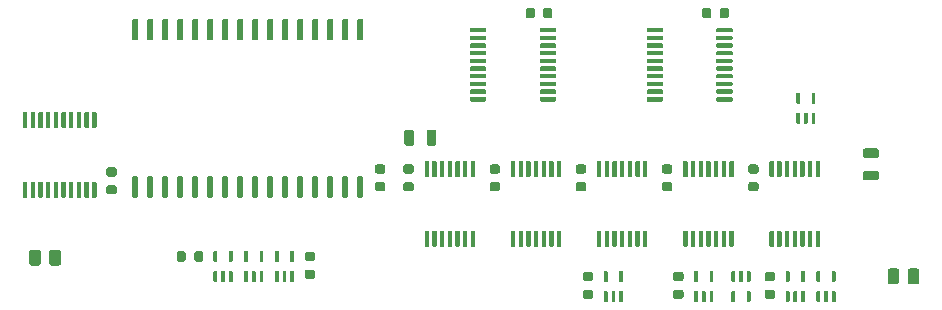
<source format=gtp>
G04 #@! TF.GenerationSoftware,KiCad,Pcbnew,(5.1.5-0-10_14)*
G04 #@! TF.CreationDate,2020-12-04T06:35:05-05:00*
G04 #@! TF.ProjectId,RAM128,52414d31-3238-42e6-9b69-6361645f7063,rev?*
G04 #@! TF.SameCoordinates,Original*
G04 #@! TF.FileFunction,Paste,Top*
G04 #@! TF.FilePolarity,Positive*
%FSLAX46Y46*%
G04 Gerber Fmt 4.6, Leading zero omitted, Abs format (unit mm)*
G04 Created by KiCad (PCBNEW (5.1.5-0-10_14)) date 2020-12-04 06:35:05*
%MOMM*%
%LPD*%
G04 APERTURE LIST*
%ADD10C,0.100000*%
G04 APERTURE END LIST*
D10*
G36*
X125261368Y-129015927D02*
G01*
X125280055Y-129018699D01*
X125298380Y-129023289D01*
X125316167Y-129029653D01*
X125333244Y-129037730D01*
X125349447Y-129047442D01*
X125364621Y-129058695D01*
X125378618Y-129071382D01*
X125391305Y-129085379D01*
X125402558Y-129100553D01*
X125412270Y-129116756D01*
X125420347Y-129133833D01*
X125426711Y-129151620D01*
X125431301Y-129169945D01*
X125434073Y-129188632D01*
X125435000Y-129207500D01*
X125435000Y-129592500D01*
X125434073Y-129611368D01*
X125431301Y-129630055D01*
X125426711Y-129648380D01*
X125420347Y-129666167D01*
X125412270Y-129683244D01*
X125402558Y-129699447D01*
X125391305Y-129714621D01*
X125378618Y-129728618D01*
X125364621Y-129741305D01*
X125349447Y-129752558D01*
X125333244Y-129762270D01*
X125316167Y-129770347D01*
X125298380Y-129776711D01*
X125280055Y-129781301D01*
X125261368Y-129784073D01*
X125242500Y-129785000D01*
X124757500Y-129785000D01*
X124738632Y-129784073D01*
X124719945Y-129781301D01*
X124701620Y-129776711D01*
X124683833Y-129770347D01*
X124666756Y-129762270D01*
X124650553Y-129752558D01*
X124635379Y-129741305D01*
X124621382Y-129728618D01*
X124608695Y-129714621D01*
X124597442Y-129699447D01*
X124587730Y-129683244D01*
X124579653Y-129666167D01*
X124573289Y-129648380D01*
X124568699Y-129630055D01*
X124565927Y-129611368D01*
X124565000Y-129592500D01*
X124565000Y-129207500D01*
X124565927Y-129188632D01*
X124568699Y-129169945D01*
X124573289Y-129151620D01*
X124579653Y-129133833D01*
X124587730Y-129116756D01*
X124597442Y-129100553D01*
X124608695Y-129085379D01*
X124621382Y-129071382D01*
X124635379Y-129058695D01*
X124650553Y-129047442D01*
X124666756Y-129037730D01*
X124683833Y-129029653D01*
X124701620Y-129023289D01*
X124719945Y-129018699D01*
X124738632Y-129015927D01*
X124757500Y-129015000D01*
X125242500Y-129015000D01*
X125261368Y-129015927D01*
G37*
G36*
X125261368Y-127515927D02*
G01*
X125280055Y-127518699D01*
X125298380Y-127523289D01*
X125316167Y-127529653D01*
X125333244Y-127537730D01*
X125349447Y-127547442D01*
X125364621Y-127558695D01*
X125378618Y-127571382D01*
X125391305Y-127585379D01*
X125402558Y-127600553D01*
X125412270Y-127616756D01*
X125420347Y-127633833D01*
X125426711Y-127651620D01*
X125431301Y-127669945D01*
X125434073Y-127688632D01*
X125435000Y-127707500D01*
X125435000Y-128092500D01*
X125434073Y-128111368D01*
X125431301Y-128130055D01*
X125426711Y-128148380D01*
X125420347Y-128166167D01*
X125412270Y-128183244D01*
X125402558Y-128199447D01*
X125391305Y-128214621D01*
X125378618Y-128228618D01*
X125364621Y-128241305D01*
X125349447Y-128252558D01*
X125333244Y-128262270D01*
X125316167Y-128270347D01*
X125298380Y-128276711D01*
X125280055Y-128281301D01*
X125261368Y-128284073D01*
X125242500Y-128285000D01*
X124757500Y-128285000D01*
X124738632Y-128284073D01*
X124719945Y-128281301D01*
X124701620Y-128276711D01*
X124683833Y-128270347D01*
X124666756Y-128262270D01*
X124650553Y-128252558D01*
X124635379Y-128241305D01*
X124621382Y-128228618D01*
X124608695Y-128214621D01*
X124597442Y-128199447D01*
X124587730Y-128183244D01*
X124579653Y-128166167D01*
X124573289Y-128148380D01*
X124568699Y-128130055D01*
X124565927Y-128111368D01*
X124565000Y-128092500D01*
X124565000Y-127707500D01*
X124565927Y-127688632D01*
X124568699Y-127669945D01*
X124573289Y-127651620D01*
X124579653Y-127633833D01*
X124587730Y-127616756D01*
X124597442Y-127600553D01*
X124608695Y-127585379D01*
X124621382Y-127571382D01*
X124635379Y-127558695D01*
X124650553Y-127547442D01*
X124666756Y-127537730D01*
X124683833Y-127529653D01*
X124701620Y-127523289D01*
X124719945Y-127518699D01*
X124738632Y-127515927D01*
X124757500Y-127515000D01*
X125242500Y-127515000D01*
X125261368Y-127515927D01*
G37*
G36*
X94661368Y-119915927D02*
G01*
X94680055Y-119918699D01*
X94698380Y-119923289D01*
X94716167Y-119929653D01*
X94733244Y-119937730D01*
X94749447Y-119947442D01*
X94764621Y-119958695D01*
X94778618Y-119971382D01*
X94791305Y-119985379D01*
X94802558Y-120000553D01*
X94812270Y-120016756D01*
X94820347Y-120033833D01*
X94826711Y-120051620D01*
X94831301Y-120069945D01*
X94834073Y-120088632D01*
X94835000Y-120107500D01*
X94835000Y-120492500D01*
X94834073Y-120511368D01*
X94831301Y-120530055D01*
X94826711Y-120548380D01*
X94820347Y-120566167D01*
X94812270Y-120583244D01*
X94802558Y-120599447D01*
X94791305Y-120614621D01*
X94778618Y-120628618D01*
X94764621Y-120641305D01*
X94749447Y-120652558D01*
X94733244Y-120662270D01*
X94716167Y-120670347D01*
X94698380Y-120676711D01*
X94680055Y-120681301D01*
X94661368Y-120684073D01*
X94642500Y-120685000D01*
X94157500Y-120685000D01*
X94138632Y-120684073D01*
X94119945Y-120681301D01*
X94101620Y-120676711D01*
X94083833Y-120670347D01*
X94066756Y-120662270D01*
X94050553Y-120652558D01*
X94035379Y-120641305D01*
X94021382Y-120628618D01*
X94008695Y-120614621D01*
X93997442Y-120599447D01*
X93987730Y-120583244D01*
X93979653Y-120566167D01*
X93973289Y-120548380D01*
X93968699Y-120530055D01*
X93965927Y-120511368D01*
X93965000Y-120492500D01*
X93965000Y-120107500D01*
X93965927Y-120088632D01*
X93968699Y-120069945D01*
X93973289Y-120051620D01*
X93979653Y-120033833D01*
X93987730Y-120016756D01*
X93997442Y-120000553D01*
X94008695Y-119985379D01*
X94021382Y-119971382D01*
X94035379Y-119958695D01*
X94050553Y-119947442D01*
X94066756Y-119937730D01*
X94083833Y-119929653D01*
X94101620Y-119923289D01*
X94119945Y-119918699D01*
X94138632Y-119915927D01*
X94157500Y-119915000D01*
X94642500Y-119915000D01*
X94661368Y-119915927D01*
G37*
G36*
X94661368Y-118415927D02*
G01*
X94680055Y-118418699D01*
X94698380Y-118423289D01*
X94716167Y-118429653D01*
X94733244Y-118437730D01*
X94749447Y-118447442D01*
X94764621Y-118458695D01*
X94778618Y-118471382D01*
X94791305Y-118485379D01*
X94802558Y-118500553D01*
X94812270Y-118516756D01*
X94820347Y-118533833D01*
X94826711Y-118551620D01*
X94831301Y-118569945D01*
X94834073Y-118588632D01*
X94835000Y-118607500D01*
X94835000Y-118992500D01*
X94834073Y-119011368D01*
X94831301Y-119030055D01*
X94826711Y-119048380D01*
X94820347Y-119066167D01*
X94812270Y-119083244D01*
X94802558Y-119099447D01*
X94791305Y-119114621D01*
X94778618Y-119128618D01*
X94764621Y-119141305D01*
X94749447Y-119152558D01*
X94733244Y-119162270D01*
X94716167Y-119170347D01*
X94698380Y-119176711D01*
X94680055Y-119181301D01*
X94661368Y-119184073D01*
X94642500Y-119185000D01*
X94157500Y-119185000D01*
X94138632Y-119184073D01*
X94119945Y-119181301D01*
X94101620Y-119176711D01*
X94083833Y-119170347D01*
X94066756Y-119162270D01*
X94050553Y-119152558D01*
X94035379Y-119141305D01*
X94021382Y-119128618D01*
X94008695Y-119114621D01*
X93997442Y-119099447D01*
X93987730Y-119083244D01*
X93979653Y-119066167D01*
X93973289Y-119048380D01*
X93968699Y-119030055D01*
X93965927Y-119011368D01*
X93965000Y-118992500D01*
X93965000Y-118607500D01*
X93965927Y-118588632D01*
X93968699Y-118569945D01*
X93973289Y-118551620D01*
X93979653Y-118533833D01*
X93987730Y-118516756D01*
X93997442Y-118500553D01*
X94008695Y-118485379D01*
X94021382Y-118471382D01*
X94035379Y-118458695D01*
X94050553Y-118447442D01*
X94066756Y-118437730D01*
X94083833Y-118429653D01*
X94101620Y-118423289D01*
X94119945Y-118418699D01*
X94138632Y-118415927D01*
X94157500Y-118415000D01*
X94642500Y-118415000D01*
X94661368Y-118415927D01*
G37*
G36*
X86311368Y-125815927D02*
G01*
X86330055Y-125818699D01*
X86348380Y-125823289D01*
X86366167Y-125829653D01*
X86383244Y-125837730D01*
X86399447Y-125847442D01*
X86414621Y-125858695D01*
X86428618Y-125871382D01*
X86441305Y-125885379D01*
X86452558Y-125900553D01*
X86462270Y-125916756D01*
X86470347Y-125933833D01*
X86476711Y-125951620D01*
X86481301Y-125969945D01*
X86484073Y-125988632D01*
X86485000Y-126007500D01*
X86485000Y-126392500D01*
X86484073Y-126411368D01*
X86481301Y-126430055D01*
X86476711Y-126448380D01*
X86470347Y-126466167D01*
X86462270Y-126483244D01*
X86452558Y-126499447D01*
X86441305Y-126514621D01*
X86428618Y-126528618D01*
X86414621Y-126541305D01*
X86399447Y-126552558D01*
X86383244Y-126562270D01*
X86366167Y-126570347D01*
X86348380Y-126576711D01*
X86330055Y-126581301D01*
X86311368Y-126584073D01*
X86292500Y-126585000D01*
X85807500Y-126585000D01*
X85788632Y-126584073D01*
X85769945Y-126581301D01*
X85751620Y-126576711D01*
X85733833Y-126570347D01*
X85716756Y-126562270D01*
X85700553Y-126552558D01*
X85685379Y-126541305D01*
X85671382Y-126528618D01*
X85658695Y-126514621D01*
X85647442Y-126499447D01*
X85637730Y-126483244D01*
X85629653Y-126466167D01*
X85623289Y-126448380D01*
X85618699Y-126430055D01*
X85615927Y-126411368D01*
X85615000Y-126392500D01*
X85615000Y-126007500D01*
X85615927Y-125988632D01*
X85618699Y-125969945D01*
X85623289Y-125951620D01*
X85629653Y-125933833D01*
X85637730Y-125916756D01*
X85647442Y-125900553D01*
X85658695Y-125885379D01*
X85671382Y-125871382D01*
X85685379Y-125858695D01*
X85700553Y-125847442D01*
X85716756Y-125837730D01*
X85733833Y-125829653D01*
X85751620Y-125823289D01*
X85769945Y-125818699D01*
X85788632Y-125815927D01*
X85807500Y-125815000D01*
X86292500Y-125815000D01*
X86311368Y-125815927D01*
G37*
G36*
X86311368Y-127315927D02*
G01*
X86330055Y-127318699D01*
X86348380Y-127323289D01*
X86366167Y-127329653D01*
X86383244Y-127337730D01*
X86399447Y-127347442D01*
X86414621Y-127358695D01*
X86428618Y-127371382D01*
X86441305Y-127385379D01*
X86452558Y-127400553D01*
X86462270Y-127416756D01*
X86470347Y-127433833D01*
X86476711Y-127451620D01*
X86481301Y-127469945D01*
X86484073Y-127488632D01*
X86485000Y-127507500D01*
X86485000Y-127892500D01*
X86484073Y-127911368D01*
X86481301Y-127930055D01*
X86476711Y-127948380D01*
X86470347Y-127966167D01*
X86462270Y-127983244D01*
X86452558Y-127999447D01*
X86441305Y-128014621D01*
X86428618Y-128028618D01*
X86414621Y-128041305D01*
X86399447Y-128052558D01*
X86383244Y-128062270D01*
X86366167Y-128070347D01*
X86348380Y-128076711D01*
X86330055Y-128081301D01*
X86311368Y-128084073D01*
X86292500Y-128085000D01*
X85807500Y-128085000D01*
X85788632Y-128084073D01*
X85769945Y-128081301D01*
X85751620Y-128076711D01*
X85733833Y-128070347D01*
X85716756Y-128062270D01*
X85700553Y-128052558D01*
X85685379Y-128041305D01*
X85671382Y-128028618D01*
X85658695Y-128014621D01*
X85647442Y-127999447D01*
X85637730Y-127983244D01*
X85629653Y-127966167D01*
X85623289Y-127948380D01*
X85618699Y-127930055D01*
X85615927Y-127911368D01*
X85615000Y-127892500D01*
X85615000Y-127507500D01*
X85615927Y-127488632D01*
X85618699Y-127469945D01*
X85623289Y-127451620D01*
X85629653Y-127433833D01*
X85637730Y-127416756D01*
X85647442Y-127400553D01*
X85658695Y-127385379D01*
X85671382Y-127371382D01*
X85685379Y-127358695D01*
X85700553Y-127347442D01*
X85716756Y-127337730D01*
X85733833Y-127329653D01*
X85751620Y-127323289D01*
X85769945Y-127318699D01*
X85788632Y-127315927D01*
X85807500Y-127315000D01*
X86292500Y-127315000D01*
X86311368Y-127315927D01*
G37*
G36*
X76861368Y-125765927D02*
G01*
X76880055Y-125768699D01*
X76898380Y-125773289D01*
X76916167Y-125779653D01*
X76933244Y-125787730D01*
X76949447Y-125797442D01*
X76964621Y-125808695D01*
X76978618Y-125821382D01*
X76991305Y-125835379D01*
X77002558Y-125850553D01*
X77012270Y-125866756D01*
X77020347Y-125883833D01*
X77026711Y-125901620D01*
X77031301Y-125919945D01*
X77034073Y-125938632D01*
X77035000Y-125957500D01*
X77035000Y-126442500D01*
X77034073Y-126461368D01*
X77031301Y-126480055D01*
X77026711Y-126498380D01*
X77020347Y-126516167D01*
X77012270Y-126533244D01*
X77002558Y-126549447D01*
X76991305Y-126564621D01*
X76978618Y-126578618D01*
X76964621Y-126591305D01*
X76949447Y-126602558D01*
X76933244Y-126612270D01*
X76916167Y-126620347D01*
X76898380Y-126626711D01*
X76880055Y-126631301D01*
X76861368Y-126634073D01*
X76842500Y-126635000D01*
X76457500Y-126635000D01*
X76438632Y-126634073D01*
X76419945Y-126631301D01*
X76401620Y-126626711D01*
X76383833Y-126620347D01*
X76366756Y-126612270D01*
X76350553Y-126602558D01*
X76335379Y-126591305D01*
X76321382Y-126578618D01*
X76308695Y-126564621D01*
X76297442Y-126549447D01*
X76287730Y-126533244D01*
X76279653Y-126516167D01*
X76273289Y-126498380D01*
X76268699Y-126480055D01*
X76265927Y-126461368D01*
X76265000Y-126442500D01*
X76265000Y-125957500D01*
X76265927Y-125938632D01*
X76268699Y-125919945D01*
X76273289Y-125901620D01*
X76279653Y-125883833D01*
X76287730Y-125866756D01*
X76297442Y-125850553D01*
X76308695Y-125835379D01*
X76321382Y-125821382D01*
X76335379Y-125808695D01*
X76350553Y-125797442D01*
X76366756Y-125787730D01*
X76383833Y-125779653D01*
X76401620Y-125773289D01*
X76419945Y-125768699D01*
X76438632Y-125765927D01*
X76457500Y-125765000D01*
X76842500Y-125765000D01*
X76861368Y-125765927D01*
G37*
G36*
X75361368Y-125765927D02*
G01*
X75380055Y-125768699D01*
X75398380Y-125773289D01*
X75416167Y-125779653D01*
X75433244Y-125787730D01*
X75449447Y-125797442D01*
X75464621Y-125808695D01*
X75478618Y-125821382D01*
X75491305Y-125835379D01*
X75502558Y-125850553D01*
X75512270Y-125866756D01*
X75520347Y-125883833D01*
X75526711Y-125901620D01*
X75531301Y-125919945D01*
X75534073Y-125938632D01*
X75535000Y-125957500D01*
X75535000Y-126442500D01*
X75534073Y-126461368D01*
X75531301Y-126480055D01*
X75526711Y-126498380D01*
X75520347Y-126516167D01*
X75512270Y-126533244D01*
X75502558Y-126549447D01*
X75491305Y-126564621D01*
X75478618Y-126578618D01*
X75464621Y-126591305D01*
X75449447Y-126602558D01*
X75433244Y-126612270D01*
X75416167Y-126620347D01*
X75398380Y-126626711D01*
X75380055Y-126631301D01*
X75361368Y-126634073D01*
X75342500Y-126635000D01*
X74957500Y-126635000D01*
X74938632Y-126634073D01*
X74919945Y-126631301D01*
X74901620Y-126626711D01*
X74883833Y-126620347D01*
X74866756Y-126612270D01*
X74850553Y-126602558D01*
X74835379Y-126591305D01*
X74821382Y-126578618D01*
X74808695Y-126564621D01*
X74797442Y-126549447D01*
X74787730Y-126533244D01*
X74779653Y-126516167D01*
X74773289Y-126498380D01*
X74768699Y-126480055D01*
X74765927Y-126461368D01*
X74765000Y-126442500D01*
X74765000Y-125957500D01*
X74765927Y-125938632D01*
X74768699Y-125919945D01*
X74773289Y-125901620D01*
X74779653Y-125883833D01*
X74787730Y-125866756D01*
X74797442Y-125850553D01*
X74808695Y-125835379D01*
X74821382Y-125821382D01*
X74835379Y-125808695D01*
X74850553Y-125797442D01*
X74866756Y-125787730D01*
X74883833Y-125779653D01*
X74901620Y-125773289D01*
X74919945Y-125768699D01*
X74938632Y-125765927D01*
X74957500Y-125765000D01*
X75342500Y-125765000D01*
X75361368Y-125765927D01*
G37*
G36*
X117511368Y-127515927D02*
G01*
X117530055Y-127518699D01*
X117548380Y-127523289D01*
X117566167Y-127529653D01*
X117583244Y-127537730D01*
X117599447Y-127547442D01*
X117614621Y-127558695D01*
X117628618Y-127571382D01*
X117641305Y-127585379D01*
X117652558Y-127600553D01*
X117662270Y-127616756D01*
X117670347Y-127633833D01*
X117676711Y-127651620D01*
X117681301Y-127669945D01*
X117684073Y-127688632D01*
X117685000Y-127707500D01*
X117685000Y-128092500D01*
X117684073Y-128111368D01*
X117681301Y-128130055D01*
X117676711Y-128148380D01*
X117670347Y-128166167D01*
X117662270Y-128183244D01*
X117652558Y-128199447D01*
X117641305Y-128214621D01*
X117628618Y-128228618D01*
X117614621Y-128241305D01*
X117599447Y-128252558D01*
X117583244Y-128262270D01*
X117566167Y-128270347D01*
X117548380Y-128276711D01*
X117530055Y-128281301D01*
X117511368Y-128284073D01*
X117492500Y-128285000D01*
X117007500Y-128285000D01*
X116988632Y-128284073D01*
X116969945Y-128281301D01*
X116951620Y-128276711D01*
X116933833Y-128270347D01*
X116916756Y-128262270D01*
X116900553Y-128252558D01*
X116885379Y-128241305D01*
X116871382Y-128228618D01*
X116858695Y-128214621D01*
X116847442Y-128199447D01*
X116837730Y-128183244D01*
X116829653Y-128166167D01*
X116823289Y-128148380D01*
X116818699Y-128130055D01*
X116815927Y-128111368D01*
X116815000Y-128092500D01*
X116815000Y-127707500D01*
X116815927Y-127688632D01*
X116818699Y-127669945D01*
X116823289Y-127651620D01*
X116829653Y-127633833D01*
X116837730Y-127616756D01*
X116847442Y-127600553D01*
X116858695Y-127585379D01*
X116871382Y-127571382D01*
X116885379Y-127558695D01*
X116900553Y-127547442D01*
X116916756Y-127537730D01*
X116933833Y-127529653D01*
X116951620Y-127523289D01*
X116969945Y-127518699D01*
X116988632Y-127515927D01*
X117007500Y-127515000D01*
X117492500Y-127515000D01*
X117511368Y-127515927D01*
G37*
G36*
X117511368Y-129015927D02*
G01*
X117530055Y-129018699D01*
X117548380Y-129023289D01*
X117566167Y-129029653D01*
X117583244Y-129037730D01*
X117599447Y-129047442D01*
X117614621Y-129058695D01*
X117628618Y-129071382D01*
X117641305Y-129085379D01*
X117652558Y-129100553D01*
X117662270Y-129116756D01*
X117670347Y-129133833D01*
X117676711Y-129151620D01*
X117681301Y-129169945D01*
X117684073Y-129188632D01*
X117685000Y-129207500D01*
X117685000Y-129592500D01*
X117684073Y-129611368D01*
X117681301Y-129630055D01*
X117676711Y-129648380D01*
X117670347Y-129666167D01*
X117662270Y-129683244D01*
X117652558Y-129699447D01*
X117641305Y-129714621D01*
X117628618Y-129728618D01*
X117614621Y-129741305D01*
X117599447Y-129752558D01*
X117583244Y-129762270D01*
X117566167Y-129770347D01*
X117548380Y-129776711D01*
X117530055Y-129781301D01*
X117511368Y-129784073D01*
X117492500Y-129785000D01*
X117007500Y-129785000D01*
X116988632Y-129784073D01*
X116969945Y-129781301D01*
X116951620Y-129776711D01*
X116933833Y-129770347D01*
X116916756Y-129762270D01*
X116900553Y-129752558D01*
X116885379Y-129741305D01*
X116871382Y-129728618D01*
X116858695Y-129714621D01*
X116847442Y-129699447D01*
X116837730Y-129683244D01*
X116829653Y-129666167D01*
X116823289Y-129648380D01*
X116818699Y-129630055D01*
X116815927Y-129611368D01*
X116815000Y-129592500D01*
X116815000Y-129207500D01*
X116815927Y-129188632D01*
X116818699Y-129169945D01*
X116823289Y-129151620D01*
X116829653Y-129133833D01*
X116837730Y-129116756D01*
X116847442Y-129100553D01*
X116858695Y-129085379D01*
X116871382Y-129071382D01*
X116885379Y-129058695D01*
X116900553Y-129047442D01*
X116916756Y-129037730D01*
X116933833Y-129029653D01*
X116951620Y-129023289D01*
X116969945Y-129018699D01*
X116988632Y-129015927D01*
X117007500Y-129015000D01*
X117492500Y-129015000D01*
X117511368Y-129015927D01*
G37*
G36*
X92261368Y-119915927D02*
G01*
X92280055Y-119918699D01*
X92298380Y-119923289D01*
X92316167Y-119929653D01*
X92333244Y-119937730D01*
X92349447Y-119947442D01*
X92364621Y-119958695D01*
X92378618Y-119971382D01*
X92391305Y-119985379D01*
X92402558Y-120000553D01*
X92412270Y-120016756D01*
X92420347Y-120033833D01*
X92426711Y-120051620D01*
X92431301Y-120069945D01*
X92434073Y-120088632D01*
X92435000Y-120107500D01*
X92435000Y-120492500D01*
X92434073Y-120511368D01*
X92431301Y-120530055D01*
X92426711Y-120548380D01*
X92420347Y-120566167D01*
X92412270Y-120583244D01*
X92402558Y-120599447D01*
X92391305Y-120614621D01*
X92378618Y-120628618D01*
X92364621Y-120641305D01*
X92349447Y-120652558D01*
X92333244Y-120662270D01*
X92316167Y-120670347D01*
X92298380Y-120676711D01*
X92280055Y-120681301D01*
X92261368Y-120684073D01*
X92242500Y-120685000D01*
X91757500Y-120685000D01*
X91738632Y-120684073D01*
X91719945Y-120681301D01*
X91701620Y-120676711D01*
X91683833Y-120670347D01*
X91666756Y-120662270D01*
X91650553Y-120652558D01*
X91635379Y-120641305D01*
X91621382Y-120628618D01*
X91608695Y-120614621D01*
X91597442Y-120599447D01*
X91587730Y-120583244D01*
X91579653Y-120566167D01*
X91573289Y-120548380D01*
X91568699Y-120530055D01*
X91565927Y-120511368D01*
X91565000Y-120492500D01*
X91565000Y-120107500D01*
X91565927Y-120088632D01*
X91568699Y-120069945D01*
X91573289Y-120051620D01*
X91579653Y-120033833D01*
X91587730Y-120016756D01*
X91597442Y-120000553D01*
X91608695Y-119985379D01*
X91621382Y-119971382D01*
X91635379Y-119958695D01*
X91650553Y-119947442D01*
X91666756Y-119937730D01*
X91683833Y-119929653D01*
X91701620Y-119923289D01*
X91719945Y-119918699D01*
X91738632Y-119915927D01*
X91757500Y-119915000D01*
X92242500Y-119915000D01*
X92261368Y-119915927D01*
G37*
G36*
X92261368Y-118415927D02*
G01*
X92280055Y-118418699D01*
X92298380Y-118423289D01*
X92316167Y-118429653D01*
X92333244Y-118437730D01*
X92349447Y-118447442D01*
X92364621Y-118458695D01*
X92378618Y-118471382D01*
X92391305Y-118485379D01*
X92402558Y-118500553D01*
X92412270Y-118516756D01*
X92420347Y-118533833D01*
X92426711Y-118551620D01*
X92431301Y-118569945D01*
X92434073Y-118588632D01*
X92435000Y-118607500D01*
X92435000Y-118992500D01*
X92434073Y-119011368D01*
X92431301Y-119030055D01*
X92426711Y-119048380D01*
X92420347Y-119066167D01*
X92412270Y-119083244D01*
X92402558Y-119099447D01*
X92391305Y-119114621D01*
X92378618Y-119128618D01*
X92364621Y-119141305D01*
X92349447Y-119152558D01*
X92333244Y-119162270D01*
X92316167Y-119170347D01*
X92298380Y-119176711D01*
X92280055Y-119181301D01*
X92261368Y-119184073D01*
X92242500Y-119185000D01*
X91757500Y-119185000D01*
X91738632Y-119184073D01*
X91719945Y-119181301D01*
X91701620Y-119176711D01*
X91683833Y-119170347D01*
X91666756Y-119162270D01*
X91650553Y-119152558D01*
X91635379Y-119141305D01*
X91621382Y-119128618D01*
X91608695Y-119114621D01*
X91597442Y-119099447D01*
X91587730Y-119083244D01*
X91579653Y-119066167D01*
X91573289Y-119048380D01*
X91568699Y-119030055D01*
X91565927Y-119011368D01*
X91565000Y-118992500D01*
X91565000Y-118607500D01*
X91565927Y-118588632D01*
X91568699Y-118569945D01*
X91573289Y-118551620D01*
X91579653Y-118533833D01*
X91587730Y-118516756D01*
X91597442Y-118500553D01*
X91608695Y-118485379D01*
X91621382Y-118471382D01*
X91635379Y-118458695D01*
X91650553Y-118447442D01*
X91666756Y-118437730D01*
X91683833Y-118429653D01*
X91701620Y-118423289D01*
X91719945Y-118418699D01*
X91738632Y-118415927D01*
X91757500Y-118415000D01*
X92242500Y-118415000D01*
X92261368Y-118415927D01*
G37*
G36*
X90447977Y-119415662D02*
G01*
X90461325Y-119417642D01*
X90474414Y-119420921D01*
X90487119Y-119425467D01*
X90499317Y-119431236D01*
X90510891Y-119438173D01*
X90521729Y-119446211D01*
X90531727Y-119455273D01*
X90540789Y-119465271D01*
X90548827Y-119476109D01*
X90555764Y-119487683D01*
X90561533Y-119499881D01*
X90566079Y-119512586D01*
X90569358Y-119525675D01*
X90571338Y-119539023D01*
X90572000Y-119552500D01*
X90572000Y-121077500D01*
X90571338Y-121090977D01*
X90569358Y-121104325D01*
X90566079Y-121117414D01*
X90561533Y-121130119D01*
X90555764Y-121142317D01*
X90548827Y-121153891D01*
X90540789Y-121164729D01*
X90531727Y-121174727D01*
X90521729Y-121183789D01*
X90510891Y-121191827D01*
X90499317Y-121198764D01*
X90487119Y-121204533D01*
X90474414Y-121209079D01*
X90461325Y-121212358D01*
X90447977Y-121214338D01*
X90434500Y-121215000D01*
X90159500Y-121215000D01*
X90146023Y-121214338D01*
X90132675Y-121212358D01*
X90119586Y-121209079D01*
X90106881Y-121204533D01*
X90094683Y-121198764D01*
X90083109Y-121191827D01*
X90072271Y-121183789D01*
X90062273Y-121174727D01*
X90053211Y-121164729D01*
X90045173Y-121153891D01*
X90038236Y-121142317D01*
X90032467Y-121130119D01*
X90027921Y-121117414D01*
X90024642Y-121104325D01*
X90022662Y-121090977D01*
X90022000Y-121077500D01*
X90022000Y-119552500D01*
X90022662Y-119539023D01*
X90024642Y-119525675D01*
X90027921Y-119512586D01*
X90032467Y-119499881D01*
X90038236Y-119487683D01*
X90045173Y-119476109D01*
X90053211Y-119465271D01*
X90062273Y-119455273D01*
X90072271Y-119446211D01*
X90083109Y-119438173D01*
X90094683Y-119431236D01*
X90106881Y-119425467D01*
X90119586Y-119420921D01*
X90132675Y-119417642D01*
X90146023Y-119415662D01*
X90159500Y-119415000D01*
X90434500Y-119415000D01*
X90447977Y-119415662D01*
G37*
G36*
X89177977Y-119415662D02*
G01*
X89191325Y-119417642D01*
X89204414Y-119420921D01*
X89217119Y-119425467D01*
X89229317Y-119431236D01*
X89240891Y-119438173D01*
X89251729Y-119446211D01*
X89261727Y-119455273D01*
X89270789Y-119465271D01*
X89278827Y-119476109D01*
X89285764Y-119487683D01*
X89291533Y-119499881D01*
X89296079Y-119512586D01*
X89299358Y-119525675D01*
X89301338Y-119539023D01*
X89302000Y-119552500D01*
X89302000Y-121077500D01*
X89301338Y-121090977D01*
X89299358Y-121104325D01*
X89296079Y-121117414D01*
X89291533Y-121130119D01*
X89285764Y-121142317D01*
X89278827Y-121153891D01*
X89270789Y-121164729D01*
X89261727Y-121174727D01*
X89251729Y-121183789D01*
X89240891Y-121191827D01*
X89229317Y-121198764D01*
X89217119Y-121204533D01*
X89204414Y-121209079D01*
X89191325Y-121212358D01*
X89177977Y-121214338D01*
X89164500Y-121215000D01*
X88889500Y-121215000D01*
X88876023Y-121214338D01*
X88862675Y-121212358D01*
X88849586Y-121209079D01*
X88836881Y-121204533D01*
X88824683Y-121198764D01*
X88813109Y-121191827D01*
X88802271Y-121183789D01*
X88792273Y-121174727D01*
X88783211Y-121164729D01*
X88775173Y-121153891D01*
X88768236Y-121142317D01*
X88762467Y-121130119D01*
X88757921Y-121117414D01*
X88754642Y-121104325D01*
X88752662Y-121090977D01*
X88752000Y-121077500D01*
X88752000Y-119552500D01*
X88752662Y-119539023D01*
X88754642Y-119525675D01*
X88757921Y-119512586D01*
X88762467Y-119499881D01*
X88768236Y-119487683D01*
X88775173Y-119476109D01*
X88783211Y-119465271D01*
X88792273Y-119455273D01*
X88802271Y-119446211D01*
X88813109Y-119438173D01*
X88824683Y-119431236D01*
X88836881Y-119425467D01*
X88849586Y-119420921D01*
X88862675Y-119417642D01*
X88876023Y-119415662D01*
X88889500Y-119415000D01*
X89164500Y-119415000D01*
X89177977Y-119415662D01*
G37*
G36*
X87907977Y-119415662D02*
G01*
X87921325Y-119417642D01*
X87934414Y-119420921D01*
X87947119Y-119425467D01*
X87959317Y-119431236D01*
X87970891Y-119438173D01*
X87981729Y-119446211D01*
X87991727Y-119455273D01*
X88000789Y-119465271D01*
X88008827Y-119476109D01*
X88015764Y-119487683D01*
X88021533Y-119499881D01*
X88026079Y-119512586D01*
X88029358Y-119525675D01*
X88031338Y-119539023D01*
X88032000Y-119552500D01*
X88032000Y-121077500D01*
X88031338Y-121090977D01*
X88029358Y-121104325D01*
X88026079Y-121117414D01*
X88021533Y-121130119D01*
X88015764Y-121142317D01*
X88008827Y-121153891D01*
X88000789Y-121164729D01*
X87991727Y-121174727D01*
X87981729Y-121183789D01*
X87970891Y-121191827D01*
X87959317Y-121198764D01*
X87947119Y-121204533D01*
X87934414Y-121209079D01*
X87921325Y-121212358D01*
X87907977Y-121214338D01*
X87894500Y-121215000D01*
X87619500Y-121215000D01*
X87606023Y-121214338D01*
X87592675Y-121212358D01*
X87579586Y-121209079D01*
X87566881Y-121204533D01*
X87554683Y-121198764D01*
X87543109Y-121191827D01*
X87532271Y-121183789D01*
X87522273Y-121174727D01*
X87513211Y-121164729D01*
X87505173Y-121153891D01*
X87498236Y-121142317D01*
X87492467Y-121130119D01*
X87487921Y-121117414D01*
X87484642Y-121104325D01*
X87482662Y-121090977D01*
X87482000Y-121077500D01*
X87482000Y-119552500D01*
X87482662Y-119539023D01*
X87484642Y-119525675D01*
X87487921Y-119512586D01*
X87492467Y-119499881D01*
X87498236Y-119487683D01*
X87505173Y-119476109D01*
X87513211Y-119465271D01*
X87522273Y-119455273D01*
X87532271Y-119446211D01*
X87543109Y-119438173D01*
X87554683Y-119431236D01*
X87566881Y-119425467D01*
X87579586Y-119420921D01*
X87592675Y-119417642D01*
X87606023Y-119415662D01*
X87619500Y-119415000D01*
X87894500Y-119415000D01*
X87907977Y-119415662D01*
G37*
G36*
X86637977Y-119415662D02*
G01*
X86651325Y-119417642D01*
X86664414Y-119420921D01*
X86677119Y-119425467D01*
X86689317Y-119431236D01*
X86700891Y-119438173D01*
X86711729Y-119446211D01*
X86721727Y-119455273D01*
X86730789Y-119465271D01*
X86738827Y-119476109D01*
X86745764Y-119487683D01*
X86751533Y-119499881D01*
X86756079Y-119512586D01*
X86759358Y-119525675D01*
X86761338Y-119539023D01*
X86762000Y-119552500D01*
X86762000Y-121077500D01*
X86761338Y-121090977D01*
X86759358Y-121104325D01*
X86756079Y-121117414D01*
X86751533Y-121130119D01*
X86745764Y-121142317D01*
X86738827Y-121153891D01*
X86730789Y-121164729D01*
X86721727Y-121174727D01*
X86711729Y-121183789D01*
X86700891Y-121191827D01*
X86689317Y-121198764D01*
X86677119Y-121204533D01*
X86664414Y-121209079D01*
X86651325Y-121212358D01*
X86637977Y-121214338D01*
X86624500Y-121215000D01*
X86349500Y-121215000D01*
X86336023Y-121214338D01*
X86322675Y-121212358D01*
X86309586Y-121209079D01*
X86296881Y-121204533D01*
X86284683Y-121198764D01*
X86273109Y-121191827D01*
X86262271Y-121183789D01*
X86252273Y-121174727D01*
X86243211Y-121164729D01*
X86235173Y-121153891D01*
X86228236Y-121142317D01*
X86222467Y-121130119D01*
X86217921Y-121117414D01*
X86214642Y-121104325D01*
X86212662Y-121090977D01*
X86212000Y-121077500D01*
X86212000Y-119552500D01*
X86212662Y-119539023D01*
X86214642Y-119525675D01*
X86217921Y-119512586D01*
X86222467Y-119499881D01*
X86228236Y-119487683D01*
X86235173Y-119476109D01*
X86243211Y-119465271D01*
X86252273Y-119455273D01*
X86262271Y-119446211D01*
X86273109Y-119438173D01*
X86284683Y-119431236D01*
X86296881Y-119425467D01*
X86309586Y-119420921D01*
X86322675Y-119417642D01*
X86336023Y-119415662D01*
X86349500Y-119415000D01*
X86624500Y-119415000D01*
X86637977Y-119415662D01*
G37*
G36*
X85367977Y-119415662D02*
G01*
X85381325Y-119417642D01*
X85394414Y-119420921D01*
X85407119Y-119425467D01*
X85419317Y-119431236D01*
X85430891Y-119438173D01*
X85441729Y-119446211D01*
X85451727Y-119455273D01*
X85460789Y-119465271D01*
X85468827Y-119476109D01*
X85475764Y-119487683D01*
X85481533Y-119499881D01*
X85486079Y-119512586D01*
X85489358Y-119525675D01*
X85491338Y-119539023D01*
X85492000Y-119552500D01*
X85492000Y-121077500D01*
X85491338Y-121090977D01*
X85489358Y-121104325D01*
X85486079Y-121117414D01*
X85481533Y-121130119D01*
X85475764Y-121142317D01*
X85468827Y-121153891D01*
X85460789Y-121164729D01*
X85451727Y-121174727D01*
X85441729Y-121183789D01*
X85430891Y-121191827D01*
X85419317Y-121198764D01*
X85407119Y-121204533D01*
X85394414Y-121209079D01*
X85381325Y-121212358D01*
X85367977Y-121214338D01*
X85354500Y-121215000D01*
X85079500Y-121215000D01*
X85066023Y-121214338D01*
X85052675Y-121212358D01*
X85039586Y-121209079D01*
X85026881Y-121204533D01*
X85014683Y-121198764D01*
X85003109Y-121191827D01*
X84992271Y-121183789D01*
X84982273Y-121174727D01*
X84973211Y-121164729D01*
X84965173Y-121153891D01*
X84958236Y-121142317D01*
X84952467Y-121130119D01*
X84947921Y-121117414D01*
X84944642Y-121104325D01*
X84942662Y-121090977D01*
X84942000Y-121077500D01*
X84942000Y-119552500D01*
X84942662Y-119539023D01*
X84944642Y-119525675D01*
X84947921Y-119512586D01*
X84952467Y-119499881D01*
X84958236Y-119487683D01*
X84965173Y-119476109D01*
X84973211Y-119465271D01*
X84982273Y-119455273D01*
X84992271Y-119446211D01*
X85003109Y-119438173D01*
X85014683Y-119431236D01*
X85026881Y-119425467D01*
X85039586Y-119420921D01*
X85052675Y-119417642D01*
X85066023Y-119415662D01*
X85079500Y-119415000D01*
X85354500Y-119415000D01*
X85367977Y-119415662D01*
G37*
G36*
X84097977Y-119415662D02*
G01*
X84111325Y-119417642D01*
X84124414Y-119420921D01*
X84137119Y-119425467D01*
X84149317Y-119431236D01*
X84160891Y-119438173D01*
X84171729Y-119446211D01*
X84181727Y-119455273D01*
X84190789Y-119465271D01*
X84198827Y-119476109D01*
X84205764Y-119487683D01*
X84211533Y-119499881D01*
X84216079Y-119512586D01*
X84219358Y-119525675D01*
X84221338Y-119539023D01*
X84222000Y-119552500D01*
X84222000Y-121077500D01*
X84221338Y-121090977D01*
X84219358Y-121104325D01*
X84216079Y-121117414D01*
X84211533Y-121130119D01*
X84205764Y-121142317D01*
X84198827Y-121153891D01*
X84190789Y-121164729D01*
X84181727Y-121174727D01*
X84171729Y-121183789D01*
X84160891Y-121191827D01*
X84149317Y-121198764D01*
X84137119Y-121204533D01*
X84124414Y-121209079D01*
X84111325Y-121212358D01*
X84097977Y-121214338D01*
X84084500Y-121215000D01*
X83809500Y-121215000D01*
X83796023Y-121214338D01*
X83782675Y-121212358D01*
X83769586Y-121209079D01*
X83756881Y-121204533D01*
X83744683Y-121198764D01*
X83733109Y-121191827D01*
X83722271Y-121183789D01*
X83712273Y-121174727D01*
X83703211Y-121164729D01*
X83695173Y-121153891D01*
X83688236Y-121142317D01*
X83682467Y-121130119D01*
X83677921Y-121117414D01*
X83674642Y-121104325D01*
X83672662Y-121090977D01*
X83672000Y-121077500D01*
X83672000Y-119552500D01*
X83672662Y-119539023D01*
X83674642Y-119525675D01*
X83677921Y-119512586D01*
X83682467Y-119499881D01*
X83688236Y-119487683D01*
X83695173Y-119476109D01*
X83703211Y-119465271D01*
X83712273Y-119455273D01*
X83722271Y-119446211D01*
X83733109Y-119438173D01*
X83744683Y-119431236D01*
X83756881Y-119425467D01*
X83769586Y-119420921D01*
X83782675Y-119417642D01*
X83796023Y-119415662D01*
X83809500Y-119415000D01*
X84084500Y-119415000D01*
X84097977Y-119415662D01*
G37*
G36*
X82827977Y-119415662D02*
G01*
X82841325Y-119417642D01*
X82854414Y-119420921D01*
X82867119Y-119425467D01*
X82879317Y-119431236D01*
X82890891Y-119438173D01*
X82901729Y-119446211D01*
X82911727Y-119455273D01*
X82920789Y-119465271D01*
X82928827Y-119476109D01*
X82935764Y-119487683D01*
X82941533Y-119499881D01*
X82946079Y-119512586D01*
X82949358Y-119525675D01*
X82951338Y-119539023D01*
X82952000Y-119552500D01*
X82952000Y-121077500D01*
X82951338Y-121090977D01*
X82949358Y-121104325D01*
X82946079Y-121117414D01*
X82941533Y-121130119D01*
X82935764Y-121142317D01*
X82928827Y-121153891D01*
X82920789Y-121164729D01*
X82911727Y-121174727D01*
X82901729Y-121183789D01*
X82890891Y-121191827D01*
X82879317Y-121198764D01*
X82867119Y-121204533D01*
X82854414Y-121209079D01*
X82841325Y-121212358D01*
X82827977Y-121214338D01*
X82814500Y-121215000D01*
X82539500Y-121215000D01*
X82526023Y-121214338D01*
X82512675Y-121212358D01*
X82499586Y-121209079D01*
X82486881Y-121204533D01*
X82474683Y-121198764D01*
X82463109Y-121191827D01*
X82452271Y-121183789D01*
X82442273Y-121174727D01*
X82433211Y-121164729D01*
X82425173Y-121153891D01*
X82418236Y-121142317D01*
X82412467Y-121130119D01*
X82407921Y-121117414D01*
X82404642Y-121104325D01*
X82402662Y-121090977D01*
X82402000Y-121077500D01*
X82402000Y-119552500D01*
X82402662Y-119539023D01*
X82404642Y-119525675D01*
X82407921Y-119512586D01*
X82412467Y-119499881D01*
X82418236Y-119487683D01*
X82425173Y-119476109D01*
X82433211Y-119465271D01*
X82442273Y-119455273D01*
X82452271Y-119446211D01*
X82463109Y-119438173D01*
X82474683Y-119431236D01*
X82486881Y-119425467D01*
X82499586Y-119420921D01*
X82512675Y-119417642D01*
X82526023Y-119415662D01*
X82539500Y-119415000D01*
X82814500Y-119415000D01*
X82827977Y-119415662D01*
G37*
G36*
X81557977Y-119415662D02*
G01*
X81571325Y-119417642D01*
X81584414Y-119420921D01*
X81597119Y-119425467D01*
X81609317Y-119431236D01*
X81620891Y-119438173D01*
X81631729Y-119446211D01*
X81641727Y-119455273D01*
X81650789Y-119465271D01*
X81658827Y-119476109D01*
X81665764Y-119487683D01*
X81671533Y-119499881D01*
X81676079Y-119512586D01*
X81679358Y-119525675D01*
X81681338Y-119539023D01*
X81682000Y-119552500D01*
X81682000Y-121077500D01*
X81681338Y-121090977D01*
X81679358Y-121104325D01*
X81676079Y-121117414D01*
X81671533Y-121130119D01*
X81665764Y-121142317D01*
X81658827Y-121153891D01*
X81650789Y-121164729D01*
X81641727Y-121174727D01*
X81631729Y-121183789D01*
X81620891Y-121191827D01*
X81609317Y-121198764D01*
X81597119Y-121204533D01*
X81584414Y-121209079D01*
X81571325Y-121212358D01*
X81557977Y-121214338D01*
X81544500Y-121215000D01*
X81269500Y-121215000D01*
X81256023Y-121214338D01*
X81242675Y-121212358D01*
X81229586Y-121209079D01*
X81216881Y-121204533D01*
X81204683Y-121198764D01*
X81193109Y-121191827D01*
X81182271Y-121183789D01*
X81172273Y-121174727D01*
X81163211Y-121164729D01*
X81155173Y-121153891D01*
X81148236Y-121142317D01*
X81142467Y-121130119D01*
X81137921Y-121117414D01*
X81134642Y-121104325D01*
X81132662Y-121090977D01*
X81132000Y-121077500D01*
X81132000Y-119552500D01*
X81132662Y-119539023D01*
X81134642Y-119525675D01*
X81137921Y-119512586D01*
X81142467Y-119499881D01*
X81148236Y-119487683D01*
X81155173Y-119476109D01*
X81163211Y-119465271D01*
X81172273Y-119455273D01*
X81182271Y-119446211D01*
X81193109Y-119438173D01*
X81204683Y-119431236D01*
X81216881Y-119425467D01*
X81229586Y-119420921D01*
X81242675Y-119417642D01*
X81256023Y-119415662D01*
X81269500Y-119415000D01*
X81544500Y-119415000D01*
X81557977Y-119415662D01*
G37*
G36*
X80287977Y-119415662D02*
G01*
X80301325Y-119417642D01*
X80314414Y-119420921D01*
X80327119Y-119425467D01*
X80339317Y-119431236D01*
X80350891Y-119438173D01*
X80361729Y-119446211D01*
X80371727Y-119455273D01*
X80380789Y-119465271D01*
X80388827Y-119476109D01*
X80395764Y-119487683D01*
X80401533Y-119499881D01*
X80406079Y-119512586D01*
X80409358Y-119525675D01*
X80411338Y-119539023D01*
X80412000Y-119552500D01*
X80412000Y-121077500D01*
X80411338Y-121090977D01*
X80409358Y-121104325D01*
X80406079Y-121117414D01*
X80401533Y-121130119D01*
X80395764Y-121142317D01*
X80388827Y-121153891D01*
X80380789Y-121164729D01*
X80371727Y-121174727D01*
X80361729Y-121183789D01*
X80350891Y-121191827D01*
X80339317Y-121198764D01*
X80327119Y-121204533D01*
X80314414Y-121209079D01*
X80301325Y-121212358D01*
X80287977Y-121214338D01*
X80274500Y-121215000D01*
X79999500Y-121215000D01*
X79986023Y-121214338D01*
X79972675Y-121212358D01*
X79959586Y-121209079D01*
X79946881Y-121204533D01*
X79934683Y-121198764D01*
X79923109Y-121191827D01*
X79912271Y-121183789D01*
X79902273Y-121174727D01*
X79893211Y-121164729D01*
X79885173Y-121153891D01*
X79878236Y-121142317D01*
X79872467Y-121130119D01*
X79867921Y-121117414D01*
X79864642Y-121104325D01*
X79862662Y-121090977D01*
X79862000Y-121077500D01*
X79862000Y-119552500D01*
X79862662Y-119539023D01*
X79864642Y-119525675D01*
X79867921Y-119512586D01*
X79872467Y-119499881D01*
X79878236Y-119487683D01*
X79885173Y-119476109D01*
X79893211Y-119465271D01*
X79902273Y-119455273D01*
X79912271Y-119446211D01*
X79923109Y-119438173D01*
X79934683Y-119431236D01*
X79946881Y-119425467D01*
X79959586Y-119420921D01*
X79972675Y-119417642D01*
X79986023Y-119415662D01*
X79999500Y-119415000D01*
X80274500Y-119415000D01*
X80287977Y-119415662D01*
G37*
G36*
X79017977Y-119415662D02*
G01*
X79031325Y-119417642D01*
X79044414Y-119420921D01*
X79057119Y-119425467D01*
X79069317Y-119431236D01*
X79080891Y-119438173D01*
X79091729Y-119446211D01*
X79101727Y-119455273D01*
X79110789Y-119465271D01*
X79118827Y-119476109D01*
X79125764Y-119487683D01*
X79131533Y-119499881D01*
X79136079Y-119512586D01*
X79139358Y-119525675D01*
X79141338Y-119539023D01*
X79142000Y-119552500D01*
X79142000Y-121077500D01*
X79141338Y-121090977D01*
X79139358Y-121104325D01*
X79136079Y-121117414D01*
X79131533Y-121130119D01*
X79125764Y-121142317D01*
X79118827Y-121153891D01*
X79110789Y-121164729D01*
X79101727Y-121174727D01*
X79091729Y-121183789D01*
X79080891Y-121191827D01*
X79069317Y-121198764D01*
X79057119Y-121204533D01*
X79044414Y-121209079D01*
X79031325Y-121212358D01*
X79017977Y-121214338D01*
X79004500Y-121215000D01*
X78729500Y-121215000D01*
X78716023Y-121214338D01*
X78702675Y-121212358D01*
X78689586Y-121209079D01*
X78676881Y-121204533D01*
X78664683Y-121198764D01*
X78653109Y-121191827D01*
X78642271Y-121183789D01*
X78632273Y-121174727D01*
X78623211Y-121164729D01*
X78615173Y-121153891D01*
X78608236Y-121142317D01*
X78602467Y-121130119D01*
X78597921Y-121117414D01*
X78594642Y-121104325D01*
X78592662Y-121090977D01*
X78592000Y-121077500D01*
X78592000Y-119552500D01*
X78592662Y-119539023D01*
X78594642Y-119525675D01*
X78597921Y-119512586D01*
X78602467Y-119499881D01*
X78608236Y-119487683D01*
X78615173Y-119476109D01*
X78623211Y-119465271D01*
X78632273Y-119455273D01*
X78642271Y-119446211D01*
X78653109Y-119438173D01*
X78664683Y-119431236D01*
X78676881Y-119425467D01*
X78689586Y-119420921D01*
X78702675Y-119417642D01*
X78716023Y-119415662D01*
X78729500Y-119415000D01*
X79004500Y-119415000D01*
X79017977Y-119415662D01*
G37*
G36*
X77747977Y-119415662D02*
G01*
X77761325Y-119417642D01*
X77774414Y-119420921D01*
X77787119Y-119425467D01*
X77799317Y-119431236D01*
X77810891Y-119438173D01*
X77821729Y-119446211D01*
X77831727Y-119455273D01*
X77840789Y-119465271D01*
X77848827Y-119476109D01*
X77855764Y-119487683D01*
X77861533Y-119499881D01*
X77866079Y-119512586D01*
X77869358Y-119525675D01*
X77871338Y-119539023D01*
X77872000Y-119552500D01*
X77872000Y-121077500D01*
X77871338Y-121090977D01*
X77869358Y-121104325D01*
X77866079Y-121117414D01*
X77861533Y-121130119D01*
X77855764Y-121142317D01*
X77848827Y-121153891D01*
X77840789Y-121164729D01*
X77831727Y-121174727D01*
X77821729Y-121183789D01*
X77810891Y-121191827D01*
X77799317Y-121198764D01*
X77787119Y-121204533D01*
X77774414Y-121209079D01*
X77761325Y-121212358D01*
X77747977Y-121214338D01*
X77734500Y-121215000D01*
X77459500Y-121215000D01*
X77446023Y-121214338D01*
X77432675Y-121212358D01*
X77419586Y-121209079D01*
X77406881Y-121204533D01*
X77394683Y-121198764D01*
X77383109Y-121191827D01*
X77372271Y-121183789D01*
X77362273Y-121174727D01*
X77353211Y-121164729D01*
X77345173Y-121153891D01*
X77338236Y-121142317D01*
X77332467Y-121130119D01*
X77327921Y-121117414D01*
X77324642Y-121104325D01*
X77322662Y-121090977D01*
X77322000Y-121077500D01*
X77322000Y-119552500D01*
X77322662Y-119539023D01*
X77324642Y-119525675D01*
X77327921Y-119512586D01*
X77332467Y-119499881D01*
X77338236Y-119487683D01*
X77345173Y-119476109D01*
X77353211Y-119465271D01*
X77362273Y-119455273D01*
X77372271Y-119446211D01*
X77383109Y-119438173D01*
X77394683Y-119431236D01*
X77406881Y-119425467D01*
X77419586Y-119420921D01*
X77432675Y-119417642D01*
X77446023Y-119415662D01*
X77459500Y-119415000D01*
X77734500Y-119415000D01*
X77747977Y-119415662D01*
G37*
G36*
X76477977Y-119415662D02*
G01*
X76491325Y-119417642D01*
X76504414Y-119420921D01*
X76517119Y-119425467D01*
X76529317Y-119431236D01*
X76540891Y-119438173D01*
X76551729Y-119446211D01*
X76561727Y-119455273D01*
X76570789Y-119465271D01*
X76578827Y-119476109D01*
X76585764Y-119487683D01*
X76591533Y-119499881D01*
X76596079Y-119512586D01*
X76599358Y-119525675D01*
X76601338Y-119539023D01*
X76602000Y-119552500D01*
X76602000Y-121077500D01*
X76601338Y-121090977D01*
X76599358Y-121104325D01*
X76596079Y-121117414D01*
X76591533Y-121130119D01*
X76585764Y-121142317D01*
X76578827Y-121153891D01*
X76570789Y-121164729D01*
X76561727Y-121174727D01*
X76551729Y-121183789D01*
X76540891Y-121191827D01*
X76529317Y-121198764D01*
X76517119Y-121204533D01*
X76504414Y-121209079D01*
X76491325Y-121212358D01*
X76477977Y-121214338D01*
X76464500Y-121215000D01*
X76189500Y-121215000D01*
X76176023Y-121214338D01*
X76162675Y-121212358D01*
X76149586Y-121209079D01*
X76136881Y-121204533D01*
X76124683Y-121198764D01*
X76113109Y-121191827D01*
X76102271Y-121183789D01*
X76092273Y-121174727D01*
X76083211Y-121164729D01*
X76075173Y-121153891D01*
X76068236Y-121142317D01*
X76062467Y-121130119D01*
X76057921Y-121117414D01*
X76054642Y-121104325D01*
X76052662Y-121090977D01*
X76052000Y-121077500D01*
X76052000Y-119552500D01*
X76052662Y-119539023D01*
X76054642Y-119525675D01*
X76057921Y-119512586D01*
X76062467Y-119499881D01*
X76068236Y-119487683D01*
X76075173Y-119476109D01*
X76083211Y-119465271D01*
X76092273Y-119455273D01*
X76102271Y-119446211D01*
X76113109Y-119438173D01*
X76124683Y-119431236D01*
X76136881Y-119425467D01*
X76149586Y-119420921D01*
X76162675Y-119417642D01*
X76176023Y-119415662D01*
X76189500Y-119415000D01*
X76464500Y-119415000D01*
X76477977Y-119415662D01*
G37*
G36*
X75207977Y-119415662D02*
G01*
X75221325Y-119417642D01*
X75234414Y-119420921D01*
X75247119Y-119425467D01*
X75259317Y-119431236D01*
X75270891Y-119438173D01*
X75281729Y-119446211D01*
X75291727Y-119455273D01*
X75300789Y-119465271D01*
X75308827Y-119476109D01*
X75315764Y-119487683D01*
X75321533Y-119499881D01*
X75326079Y-119512586D01*
X75329358Y-119525675D01*
X75331338Y-119539023D01*
X75332000Y-119552500D01*
X75332000Y-121077500D01*
X75331338Y-121090977D01*
X75329358Y-121104325D01*
X75326079Y-121117414D01*
X75321533Y-121130119D01*
X75315764Y-121142317D01*
X75308827Y-121153891D01*
X75300789Y-121164729D01*
X75291727Y-121174727D01*
X75281729Y-121183789D01*
X75270891Y-121191827D01*
X75259317Y-121198764D01*
X75247119Y-121204533D01*
X75234414Y-121209079D01*
X75221325Y-121212358D01*
X75207977Y-121214338D01*
X75194500Y-121215000D01*
X74919500Y-121215000D01*
X74906023Y-121214338D01*
X74892675Y-121212358D01*
X74879586Y-121209079D01*
X74866881Y-121204533D01*
X74854683Y-121198764D01*
X74843109Y-121191827D01*
X74832271Y-121183789D01*
X74822273Y-121174727D01*
X74813211Y-121164729D01*
X74805173Y-121153891D01*
X74798236Y-121142317D01*
X74792467Y-121130119D01*
X74787921Y-121117414D01*
X74784642Y-121104325D01*
X74782662Y-121090977D01*
X74782000Y-121077500D01*
X74782000Y-119552500D01*
X74782662Y-119539023D01*
X74784642Y-119525675D01*
X74787921Y-119512586D01*
X74792467Y-119499881D01*
X74798236Y-119487683D01*
X74805173Y-119476109D01*
X74813211Y-119465271D01*
X74822273Y-119455273D01*
X74832271Y-119446211D01*
X74843109Y-119438173D01*
X74854683Y-119431236D01*
X74866881Y-119425467D01*
X74879586Y-119420921D01*
X74892675Y-119417642D01*
X74906023Y-119415662D01*
X74919500Y-119415000D01*
X75194500Y-119415000D01*
X75207977Y-119415662D01*
G37*
G36*
X73937977Y-119415662D02*
G01*
X73951325Y-119417642D01*
X73964414Y-119420921D01*
X73977119Y-119425467D01*
X73989317Y-119431236D01*
X74000891Y-119438173D01*
X74011729Y-119446211D01*
X74021727Y-119455273D01*
X74030789Y-119465271D01*
X74038827Y-119476109D01*
X74045764Y-119487683D01*
X74051533Y-119499881D01*
X74056079Y-119512586D01*
X74059358Y-119525675D01*
X74061338Y-119539023D01*
X74062000Y-119552500D01*
X74062000Y-121077500D01*
X74061338Y-121090977D01*
X74059358Y-121104325D01*
X74056079Y-121117414D01*
X74051533Y-121130119D01*
X74045764Y-121142317D01*
X74038827Y-121153891D01*
X74030789Y-121164729D01*
X74021727Y-121174727D01*
X74011729Y-121183789D01*
X74000891Y-121191827D01*
X73989317Y-121198764D01*
X73977119Y-121204533D01*
X73964414Y-121209079D01*
X73951325Y-121212358D01*
X73937977Y-121214338D01*
X73924500Y-121215000D01*
X73649500Y-121215000D01*
X73636023Y-121214338D01*
X73622675Y-121212358D01*
X73609586Y-121209079D01*
X73596881Y-121204533D01*
X73584683Y-121198764D01*
X73573109Y-121191827D01*
X73562271Y-121183789D01*
X73552273Y-121174727D01*
X73543211Y-121164729D01*
X73535173Y-121153891D01*
X73528236Y-121142317D01*
X73522467Y-121130119D01*
X73517921Y-121117414D01*
X73514642Y-121104325D01*
X73512662Y-121090977D01*
X73512000Y-121077500D01*
X73512000Y-119552500D01*
X73512662Y-119539023D01*
X73514642Y-119525675D01*
X73517921Y-119512586D01*
X73522467Y-119499881D01*
X73528236Y-119487683D01*
X73535173Y-119476109D01*
X73543211Y-119465271D01*
X73552273Y-119455273D01*
X73562271Y-119446211D01*
X73573109Y-119438173D01*
X73584683Y-119431236D01*
X73596881Y-119425467D01*
X73609586Y-119420921D01*
X73622675Y-119417642D01*
X73636023Y-119415662D01*
X73649500Y-119415000D01*
X73924500Y-119415000D01*
X73937977Y-119415662D01*
G37*
G36*
X72667977Y-119415662D02*
G01*
X72681325Y-119417642D01*
X72694414Y-119420921D01*
X72707119Y-119425467D01*
X72719317Y-119431236D01*
X72730891Y-119438173D01*
X72741729Y-119446211D01*
X72751727Y-119455273D01*
X72760789Y-119465271D01*
X72768827Y-119476109D01*
X72775764Y-119487683D01*
X72781533Y-119499881D01*
X72786079Y-119512586D01*
X72789358Y-119525675D01*
X72791338Y-119539023D01*
X72792000Y-119552500D01*
X72792000Y-121077500D01*
X72791338Y-121090977D01*
X72789358Y-121104325D01*
X72786079Y-121117414D01*
X72781533Y-121130119D01*
X72775764Y-121142317D01*
X72768827Y-121153891D01*
X72760789Y-121164729D01*
X72751727Y-121174727D01*
X72741729Y-121183789D01*
X72730891Y-121191827D01*
X72719317Y-121198764D01*
X72707119Y-121204533D01*
X72694414Y-121209079D01*
X72681325Y-121212358D01*
X72667977Y-121214338D01*
X72654500Y-121215000D01*
X72379500Y-121215000D01*
X72366023Y-121214338D01*
X72352675Y-121212358D01*
X72339586Y-121209079D01*
X72326881Y-121204533D01*
X72314683Y-121198764D01*
X72303109Y-121191827D01*
X72292271Y-121183789D01*
X72282273Y-121174727D01*
X72273211Y-121164729D01*
X72265173Y-121153891D01*
X72258236Y-121142317D01*
X72252467Y-121130119D01*
X72247921Y-121117414D01*
X72244642Y-121104325D01*
X72242662Y-121090977D01*
X72242000Y-121077500D01*
X72242000Y-119552500D01*
X72242662Y-119539023D01*
X72244642Y-119525675D01*
X72247921Y-119512586D01*
X72252467Y-119499881D01*
X72258236Y-119487683D01*
X72265173Y-119476109D01*
X72273211Y-119465271D01*
X72282273Y-119455273D01*
X72292271Y-119446211D01*
X72303109Y-119438173D01*
X72314683Y-119431236D01*
X72326881Y-119425467D01*
X72339586Y-119420921D01*
X72352675Y-119417642D01*
X72366023Y-119415662D01*
X72379500Y-119415000D01*
X72654500Y-119415000D01*
X72667977Y-119415662D01*
G37*
G36*
X71397977Y-119415662D02*
G01*
X71411325Y-119417642D01*
X71424414Y-119420921D01*
X71437119Y-119425467D01*
X71449317Y-119431236D01*
X71460891Y-119438173D01*
X71471729Y-119446211D01*
X71481727Y-119455273D01*
X71490789Y-119465271D01*
X71498827Y-119476109D01*
X71505764Y-119487683D01*
X71511533Y-119499881D01*
X71516079Y-119512586D01*
X71519358Y-119525675D01*
X71521338Y-119539023D01*
X71522000Y-119552500D01*
X71522000Y-121077500D01*
X71521338Y-121090977D01*
X71519358Y-121104325D01*
X71516079Y-121117414D01*
X71511533Y-121130119D01*
X71505764Y-121142317D01*
X71498827Y-121153891D01*
X71490789Y-121164729D01*
X71481727Y-121174727D01*
X71471729Y-121183789D01*
X71460891Y-121191827D01*
X71449317Y-121198764D01*
X71437119Y-121204533D01*
X71424414Y-121209079D01*
X71411325Y-121212358D01*
X71397977Y-121214338D01*
X71384500Y-121215000D01*
X71109500Y-121215000D01*
X71096023Y-121214338D01*
X71082675Y-121212358D01*
X71069586Y-121209079D01*
X71056881Y-121204533D01*
X71044683Y-121198764D01*
X71033109Y-121191827D01*
X71022271Y-121183789D01*
X71012273Y-121174727D01*
X71003211Y-121164729D01*
X70995173Y-121153891D01*
X70988236Y-121142317D01*
X70982467Y-121130119D01*
X70977921Y-121117414D01*
X70974642Y-121104325D01*
X70972662Y-121090977D01*
X70972000Y-121077500D01*
X70972000Y-119552500D01*
X70972662Y-119539023D01*
X70974642Y-119525675D01*
X70977921Y-119512586D01*
X70982467Y-119499881D01*
X70988236Y-119487683D01*
X70995173Y-119476109D01*
X71003211Y-119465271D01*
X71012273Y-119455273D01*
X71022271Y-119446211D01*
X71033109Y-119438173D01*
X71044683Y-119431236D01*
X71056881Y-119425467D01*
X71069586Y-119420921D01*
X71082675Y-119417642D01*
X71096023Y-119415662D01*
X71109500Y-119415000D01*
X71384500Y-119415000D01*
X71397977Y-119415662D01*
G37*
G36*
X71397977Y-106115662D02*
G01*
X71411325Y-106117642D01*
X71424414Y-106120921D01*
X71437119Y-106125467D01*
X71449317Y-106131236D01*
X71460891Y-106138173D01*
X71471729Y-106146211D01*
X71481727Y-106155273D01*
X71490789Y-106165271D01*
X71498827Y-106176109D01*
X71505764Y-106187683D01*
X71511533Y-106199881D01*
X71516079Y-106212586D01*
X71519358Y-106225675D01*
X71521338Y-106239023D01*
X71522000Y-106252500D01*
X71522000Y-107777500D01*
X71521338Y-107790977D01*
X71519358Y-107804325D01*
X71516079Y-107817414D01*
X71511533Y-107830119D01*
X71505764Y-107842317D01*
X71498827Y-107853891D01*
X71490789Y-107864729D01*
X71481727Y-107874727D01*
X71471729Y-107883789D01*
X71460891Y-107891827D01*
X71449317Y-107898764D01*
X71437119Y-107904533D01*
X71424414Y-107909079D01*
X71411325Y-107912358D01*
X71397977Y-107914338D01*
X71384500Y-107915000D01*
X71109500Y-107915000D01*
X71096023Y-107914338D01*
X71082675Y-107912358D01*
X71069586Y-107909079D01*
X71056881Y-107904533D01*
X71044683Y-107898764D01*
X71033109Y-107891827D01*
X71022271Y-107883789D01*
X71012273Y-107874727D01*
X71003211Y-107864729D01*
X70995173Y-107853891D01*
X70988236Y-107842317D01*
X70982467Y-107830119D01*
X70977921Y-107817414D01*
X70974642Y-107804325D01*
X70972662Y-107790977D01*
X70972000Y-107777500D01*
X70972000Y-106252500D01*
X70972662Y-106239023D01*
X70974642Y-106225675D01*
X70977921Y-106212586D01*
X70982467Y-106199881D01*
X70988236Y-106187683D01*
X70995173Y-106176109D01*
X71003211Y-106165271D01*
X71012273Y-106155273D01*
X71022271Y-106146211D01*
X71033109Y-106138173D01*
X71044683Y-106131236D01*
X71056881Y-106125467D01*
X71069586Y-106120921D01*
X71082675Y-106117642D01*
X71096023Y-106115662D01*
X71109500Y-106115000D01*
X71384500Y-106115000D01*
X71397977Y-106115662D01*
G37*
G36*
X72667977Y-106115662D02*
G01*
X72681325Y-106117642D01*
X72694414Y-106120921D01*
X72707119Y-106125467D01*
X72719317Y-106131236D01*
X72730891Y-106138173D01*
X72741729Y-106146211D01*
X72751727Y-106155273D01*
X72760789Y-106165271D01*
X72768827Y-106176109D01*
X72775764Y-106187683D01*
X72781533Y-106199881D01*
X72786079Y-106212586D01*
X72789358Y-106225675D01*
X72791338Y-106239023D01*
X72792000Y-106252500D01*
X72792000Y-107777500D01*
X72791338Y-107790977D01*
X72789358Y-107804325D01*
X72786079Y-107817414D01*
X72781533Y-107830119D01*
X72775764Y-107842317D01*
X72768827Y-107853891D01*
X72760789Y-107864729D01*
X72751727Y-107874727D01*
X72741729Y-107883789D01*
X72730891Y-107891827D01*
X72719317Y-107898764D01*
X72707119Y-107904533D01*
X72694414Y-107909079D01*
X72681325Y-107912358D01*
X72667977Y-107914338D01*
X72654500Y-107915000D01*
X72379500Y-107915000D01*
X72366023Y-107914338D01*
X72352675Y-107912358D01*
X72339586Y-107909079D01*
X72326881Y-107904533D01*
X72314683Y-107898764D01*
X72303109Y-107891827D01*
X72292271Y-107883789D01*
X72282273Y-107874727D01*
X72273211Y-107864729D01*
X72265173Y-107853891D01*
X72258236Y-107842317D01*
X72252467Y-107830119D01*
X72247921Y-107817414D01*
X72244642Y-107804325D01*
X72242662Y-107790977D01*
X72242000Y-107777500D01*
X72242000Y-106252500D01*
X72242662Y-106239023D01*
X72244642Y-106225675D01*
X72247921Y-106212586D01*
X72252467Y-106199881D01*
X72258236Y-106187683D01*
X72265173Y-106176109D01*
X72273211Y-106165271D01*
X72282273Y-106155273D01*
X72292271Y-106146211D01*
X72303109Y-106138173D01*
X72314683Y-106131236D01*
X72326881Y-106125467D01*
X72339586Y-106120921D01*
X72352675Y-106117642D01*
X72366023Y-106115662D01*
X72379500Y-106115000D01*
X72654500Y-106115000D01*
X72667977Y-106115662D01*
G37*
G36*
X73937977Y-106115662D02*
G01*
X73951325Y-106117642D01*
X73964414Y-106120921D01*
X73977119Y-106125467D01*
X73989317Y-106131236D01*
X74000891Y-106138173D01*
X74011729Y-106146211D01*
X74021727Y-106155273D01*
X74030789Y-106165271D01*
X74038827Y-106176109D01*
X74045764Y-106187683D01*
X74051533Y-106199881D01*
X74056079Y-106212586D01*
X74059358Y-106225675D01*
X74061338Y-106239023D01*
X74062000Y-106252500D01*
X74062000Y-107777500D01*
X74061338Y-107790977D01*
X74059358Y-107804325D01*
X74056079Y-107817414D01*
X74051533Y-107830119D01*
X74045764Y-107842317D01*
X74038827Y-107853891D01*
X74030789Y-107864729D01*
X74021727Y-107874727D01*
X74011729Y-107883789D01*
X74000891Y-107891827D01*
X73989317Y-107898764D01*
X73977119Y-107904533D01*
X73964414Y-107909079D01*
X73951325Y-107912358D01*
X73937977Y-107914338D01*
X73924500Y-107915000D01*
X73649500Y-107915000D01*
X73636023Y-107914338D01*
X73622675Y-107912358D01*
X73609586Y-107909079D01*
X73596881Y-107904533D01*
X73584683Y-107898764D01*
X73573109Y-107891827D01*
X73562271Y-107883789D01*
X73552273Y-107874727D01*
X73543211Y-107864729D01*
X73535173Y-107853891D01*
X73528236Y-107842317D01*
X73522467Y-107830119D01*
X73517921Y-107817414D01*
X73514642Y-107804325D01*
X73512662Y-107790977D01*
X73512000Y-107777500D01*
X73512000Y-106252500D01*
X73512662Y-106239023D01*
X73514642Y-106225675D01*
X73517921Y-106212586D01*
X73522467Y-106199881D01*
X73528236Y-106187683D01*
X73535173Y-106176109D01*
X73543211Y-106165271D01*
X73552273Y-106155273D01*
X73562271Y-106146211D01*
X73573109Y-106138173D01*
X73584683Y-106131236D01*
X73596881Y-106125467D01*
X73609586Y-106120921D01*
X73622675Y-106117642D01*
X73636023Y-106115662D01*
X73649500Y-106115000D01*
X73924500Y-106115000D01*
X73937977Y-106115662D01*
G37*
G36*
X75207977Y-106115662D02*
G01*
X75221325Y-106117642D01*
X75234414Y-106120921D01*
X75247119Y-106125467D01*
X75259317Y-106131236D01*
X75270891Y-106138173D01*
X75281729Y-106146211D01*
X75291727Y-106155273D01*
X75300789Y-106165271D01*
X75308827Y-106176109D01*
X75315764Y-106187683D01*
X75321533Y-106199881D01*
X75326079Y-106212586D01*
X75329358Y-106225675D01*
X75331338Y-106239023D01*
X75332000Y-106252500D01*
X75332000Y-107777500D01*
X75331338Y-107790977D01*
X75329358Y-107804325D01*
X75326079Y-107817414D01*
X75321533Y-107830119D01*
X75315764Y-107842317D01*
X75308827Y-107853891D01*
X75300789Y-107864729D01*
X75291727Y-107874727D01*
X75281729Y-107883789D01*
X75270891Y-107891827D01*
X75259317Y-107898764D01*
X75247119Y-107904533D01*
X75234414Y-107909079D01*
X75221325Y-107912358D01*
X75207977Y-107914338D01*
X75194500Y-107915000D01*
X74919500Y-107915000D01*
X74906023Y-107914338D01*
X74892675Y-107912358D01*
X74879586Y-107909079D01*
X74866881Y-107904533D01*
X74854683Y-107898764D01*
X74843109Y-107891827D01*
X74832271Y-107883789D01*
X74822273Y-107874727D01*
X74813211Y-107864729D01*
X74805173Y-107853891D01*
X74798236Y-107842317D01*
X74792467Y-107830119D01*
X74787921Y-107817414D01*
X74784642Y-107804325D01*
X74782662Y-107790977D01*
X74782000Y-107777500D01*
X74782000Y-106252500D01*
X74782662Y-106239023D01*
X74784642Y-106225675D01*
X74787921Y-106212586D01*
X74792467Y-106199881D01*
X74798236Y-106187683D01*
X74805173Y-106176109D01*
X74813211Y-106165271D01*
X74822273Y-106155273D01*
X74832271Y-106146211D01*
X74843109Y-106138173D01*
X74854683Y-106131236D01*
X74866881Y-106125467D01*
X74879586Y-106120921D01*
X74892675Y-106117642D01*
X74906023Y-106115662D01*
X74919500Y-106115000D01*
X75194500Y-106115000D01*
X75207977Y-106115662D01*
G37*
G36*
X76477977Y-106115662D02*
G01*
X76491325Y-106117642D01*
X76504414Y-106120921D01*
X76517119Y-106125467D01*
X76529317Y-106131236D01*
X76540891Y-106138173D01*
X76551729Y-106146211D01*
X76561727Y-106155273D01*
X76570789Y-106165271D01*
X76578827Y-106176109D01*
X76585764Y-106187683D01*
X76591533Y-106199881D01*
X76596079Y-106212586D01*
X76599358Y-106225675D01*
X76601338Y-106239023D01*
X76602000Y-106252500D01*
X76602000Y-107777500D01*
X76601338Y-107790977D01*
X76599358Y-107804325D01*
X76596079Y-107817414D01*
X76591533Y-107830119D01*
X76585764Y-107842317D01*
X76578827Y-107853891D01*
X76570789Y-107864729D01*
X76561727Y-107874727D01*
X76551729Y-107883789D01*
X76540891Y-107891827D01*
X76529317Y-107898764D01*
X76517119Y-107904533D01*
X76504414Y-107909079D01*
X76491325Y-107912358D01*
X76477977Y-107914338D01*
X76464500Y-107915000D01*
X76189500Y-107915000D01*
X76176023Y-107914338D01*
X76162675Y-107912358D01*
X76149586Y-107909079D01*
X76136881Y-107904533D01*
X76124683Y-107898764D01*
X76113109Y-107891827D01*
X76102271Y-107883789D01*
X76092273Y-107874727D01*
X76083211Y-107864729D01*
X76075173Y-107853891D01*
X76068236Y-107842317D01*
X76062467Y-107830119D01*
X76057921Y-107817414D01*
X76054642Y-107804325D01*
X76052662Y-107790977D01*
X76052000Y-107777500D01*
X76052000Y-106252500D01*
X76052662Y-106239023D01*
X76054642Y-106225675D01*
X76057921Y-106212586D01*
X76062467Y-106199881D01*
X76068236Y-106187683D01*
X76075173Y-106176109D01*
X76083211Y-106165271D01*
X76092273Y-106155273D01*
X76102271Y-106146211D01*
X76113109Y-106138173D01*
X76124683Y-106131236D01*
X76136881Y-106125467D01*
X76149586Y-106120921D01*
X76162675Y-106117642D01*
X76176023Y-106115662D01*
X76189500Y-106115000D01*
X76464500Y-106115000D01*
X76477977Y-106115662D01*
G37*
G36*
X77747977Y-106115662D02*
G01*
X77761325Y-106117642D01*
X77774414Y-106120921D01*
X77787119Y-106125467D01*
X77799317Y-106131236D01*
X77810891Y-106138173D01*
X77821729Y-106146211D01*
X77831727Y-106155273D01*
X77840789Y-106165271D01*
X77848827Y-106176109D01*
X77855764Y-106187683D01*
X77861533Y-106199881D01*
X77866079Y-106212586D01*
X77869358Y-106225675D01*
X77871338Y-106239023D01*
X77872000Y-106252500D01*
X77872000Y-107777500D01*
X77871338Y-107790977D01*
X77869358Y-107804325D01*
X77866079Y-107817414D01*
X77861533Y-107830119D01*
X77855764Y-107842317D01*
X77848827Y-107853891D01*
X77840789Y-107864729D01*
X77831727Y-107874727D01*
X77821729Y-107883789D01*
X77810891Y-107891827D01*
X77799317Y-107898764D01*
X77787119Y-107904533D01*
X77774414Y-107909079D01*
X77761325Y-107912358D01*
X77747977Y-107914338D01*
X77734500Y-107915000D01*
X77459500Y-107915000D01*
X77446023Y-107914338D01*
X77432675Y-107912358D01*
X77419586Y-107909079D01*
X77406881Y-107904533D01*
X77394683Y-107898764D01*
X77383109Y-107891827D01*
X77372271Y-107883789D01*
X77362273Y-107874727D01*
X77353211Y-107864729D01*
X77345173Y-107853891D01*
X77338236Y-107842317D01*
X77332467Y-107830119D01*
X77327921Y-107817414D01*
X77324642Y-107804325D01*
X77322662Y-107790977D01*
X77322000Y-107777500D01*
X77322000Y-106252500D01*
X77322662Y-106239023D01*
X77324642Y-106225675D01*
X77327921Y-106212586D01*
X77332467Y-106199881D01*
X77338236Y-106187683D01*
X77345173Y-106176109D01*
X77353211Y-106165271D01*
X77362273Y-106155273D01*
X77372271Y-106146211D01*
X77383109Y-106138173D01*
X77394683Y-106131236D01*
X77406881Y-106125467D01*
X77419586Y-106120921D01*
X77432675Y-106117642D01*
X77446023Y-106115662D01*
X77459500Y-106115000D01*
X77734500Y-106115000D01*
X77747977Y-106115662D01*
G37*
G36*
X79017977Y-106115662D02*
G01*
X79031325Y-106117642D01*
X79044414Y-106120921D01*
X79057119Y-106125467D01*
X79069317Y-106131236D01*
X79080891Y-106138173D01*
X79091729Y-106146211D01*
X79101727Y-106155273D01*
X79110789Y-106165271D01*
X79118827Y-106176109D01*
X79125764Y-106187683D01*
X79131533Y-106199881D01*
X79136079Y-106212586D01*
X79139358Y-106225675D01*
X79141338Y-106239023D01*
X79142000Y-106252500D01*
X79142000Y-107777500D01*
X79141338Y-107790977D01*
X79139358Y-107804325D01*
X79136079Y-107817414D01*
X79131533Y-107830119D01*
X79125764Y-107842317D01*
X79118827Y-107853891D01*
X79110789Y-107864729D01*
X79101727Y-107874727D01*
X79091729Y-107883789D01*
X79080891Y-107891827D01*
X79069317Y-107898764D01*
X79057119Y-107904533D01*
X79044414Y-107909079D01*
X79031325Y-107912358D01*
X79017977Y-107914338D01*
X79004500Y-107915000D01*
X78729500Y-107915000D01*
X78716023Y-107914338D01*
X78702675Y-107912358D01*
X78689586Y-107909079D01*
X78676881Y-107904533D01*
X78664683Y-107898764D01*
X78653109Y-107891827D01*
X78642271Y-107883789D01*
X78632273Y-107874727D01*
X78623211Y-107864729D01*
X78615173Y-107853891D01*
X78608236Y-107842317D01*
X78602467Y-107830119D01*
X78597921Y-107817414D01*
X78594642Y-107804325D01*
X78592662Y-107790977D01*
X78592000Y-107777500D01*
X78592000Y-106252500D01*
X78592662Y-106239023D01*
X78594642Y-106225675D01*
X78597921Y-106212586D01*
X78602467Y-106199881D01*
X78608236Y-106187683D01*
X78615173Y-106176109D01*
X78623211Y-106165271D01*
X78632273Y-106155273D01*
X78642271Y-106146211D01*
X78653109Y-106138173D01*
X78664683Y-106131236D01*
X78676881Y-106125467D01*
X78689586Y-106120921D01*
X78702675Y-106117642D01*
X78716023Y-106115662D01*
X78729500Y-106115000D01*
X79004500Y-106115000D01*
X79017977Y-106115662D01*
G37*
G36*
X80287977Y-106115662D02*
G01*
X80301325Y-106117642D01*
X80314414Y-106120921D01*
X80327119Y-106125467D01*
X80339317Y-106131236D01*
X80350891Y-106138173D01*
X80361729Y-106146211D01*
X80371727Y-106155273D01*
X80380789Y-106165271D01*
X80388827Y-106176109D01*
X80395764Y-106187683D01*
X80401533Y-106199881D01*
X80406079Y-106212586D01*
X80409358Y-106225675D01*
X80411338Y-106239023D01*
X80412000Y-106252500D01*
X80412000Y-107777500D01*
X80411338Y-107790977D01*
X80409358Y-107804325D01*
X80406079Y-107817414D01*
X80401533Y-107830119D01*
X80395764Y-107842317D01*
X80388827Y-107853891D01*
X80380789Y-107864729D01*
X80371727Y-107874727D01*
X80361729Y-107883789D01*
X80350891Y-107891827D01*
X80339317Y-107898764D01*
X80327119Y-107904533D01*
X80314414Y-107909079D01*
X80301325Y-107912358D01*
X80287977Y-107914338D01*
X80274500Y-107915000D01*
X79999500Y-107915000D01*
X79986023Y-107914338D01*
X79972675Y-107912358D01*
X79959586Y-107909079D01*
X79946881Y-107904533D01*
X79934683Y-107898764D01*
X79923109Y-107891827D01*
X79912271Y-107883789D01*
X79902273Y-107874727D01*
X79893211Y-107864729D01*
X79885173Y-107853891D01*
X79878236Y-107842317D01*
X79872467Y-107830119D01*
X79867921Y-107817414D01*
X79864642Y-107804325D01*
X79862662Y-107790977D01*
X79862000Y-107777500D01*
X79862000Y-106252500D01*
X79862662Y-106239023D01*
X79864642Y-106225675D01*
X79867921Y-106212586D01*
X79872467Y-106199881D01*
X79878236Y-106187683D01*
X79885173Y-106176109D01*
X79893211Y-106165271D01*
X79902273Y-106155273D01*
X79912271Y-106146211D01*
X79923109Y-106138173D01*
X79934683Y-106131236D01*
X79946881Y-106125467D01*
X79959586Y-106120921D01*
X79972675Y-106117642D01*
X79986023Y-106115662D01*
X79999500Y-106115000D01*
X80274500Y-106115000D01*
X80287977Y-106115662D01*
G37*
G36*
X81557977Y-106115662D02*
G01*
X81571325Y-106117642D01*
X81584414Y-106120921D01*
X81597119Y-106125467D01*
X81609317Y-106131236D01*
X81620891Y-106138173D01*
X81631729Y-106146211D01*
X81641727Y-106155273D01*
X81650789Y-106165271D01*
X81658827Y-106176109D01*
X81665764Y-106187683D01*
X81671533Y-106199881D01*
X81676079Y-106212586D01*
X81679358Y-106225675D01*
X81681338Y-106239023D01*
X81682000Y-106252500D01*
X81682000Y-107777500D01*
X81681338Y-107790977D01*
X81679358Y-107804325D01*
X81676079Y-107817414D01*
X81671533Y-107830119D01*
X81665764Y-107842317D01*
X81658827Y-107853891D01*
X81650789Y-107864729D01*
X81641727Y-107874727D01*
X81631729Y-107883789D01*
X81620891Y-107891827D01*
X81609317Y-107898764D01*
X81597119Y-107904533D01*
X81584414Y-107909079D01*
X81571325Y-107912358D01*
X81557977Y-107914338D01*
X81544500Y-107915000D01*
X81269500Y-107915000D01*
X81256023Y-107914338D01*
X81242675Y-107912358D01*
X81229586Y-107909079D01*
X81216881Y-107904533D01*
X81204683Y-107898764D01*
X81193109Y-107891827D01*
X81182271Y-107883789D01*
X81172273Y-107874727D01*
X81163211Y-107864729D01*
X81155173Y-107853891D01*
X81148236Y-107842317D01*
X81142467Y-107830119D01*
X81137921Y-107817414D01*
X81134642Y-107804325D01*
X81132662Y-107790977D01*
X81132000Y-107777500D01*
X81132000Y-106252500D01*
X81132662Y-106239023D01*
X81134642Y-106225675D01*
X81137921Y-106212586D01*
X81142467Y-106199881D01*
X81148236Y-106187683D01*
X81155173Y-106176109D01*
X81163211Y-106165271D01*
X81172273Y-106155273D01*
X81182271Y-106146211D01*
X81193109Y-106138173D01*
X81204683Y-106131236D01*
X81216881Y-106125467D01*
X81229586Y-106120921D01*
X81242675Y-106117642D01*
X81256023Y-106115662D01*
X81269500Y-106115000D01*
X81544500Y-106115000D01*
X81557977Y-106115662D01*
G37*
G36*
X82827977Y-106115662D02*
G01*
X82841325Y-106117642D01*
X82854414Y-106120921D01*
X82867119Y-106125467D01*
X82879317Y-106131236D01*
X82890891Y-106138173D01*
X82901729Y-106146211D01*
X82911727Y-106155273D01*
X82920789Y-106165271D01*
X82928827Y-106176109D01*
X82935764Y-106187683D01*
X82941533Y-106199881D01*
X82946079Y-106212586D01*
X82949358Y-106225675D01*
X82951338Y-106239023D01*
X82952000Y-106252500D01*
X82952000Y-107777500D01*
X82951338Y-107790977D01*
X82949358Y-107804325D01*
X82946079Y-107817414D01*
X82941533Y-107830119D01*
X82935764Y-107842317D01*
X82928827Y-107853891D01*
X82920789Y-107864729D01*
X82911727Y-107874727D01*
X82901729Y-107883789D01*
X82890891Y-107891827D01*
X82879317Y-107898764D01*
X82867119Y-107904533D01*
X82854414Y-107909079D01*
X82841325Y-107912358D01*
X82827977Y-107914338D01*
X82814500Y-107915000D01*
X82539500Y-107915000D01*
X82526023Y-107914338D01*
X82512675Y-107912358D01*
X82499586Y-107909079D01*
X82486881Y-107904533D01*
X82474683Y-107898764D01*
X82463109Y-107891827D01*
X82452271Y-107883789D01*
X82442273Y-107874727D01*
X82433211Y-107864729D01*
X82425173Y-107853891D01*
X82418236Y-107842317D01*
X82412467Y-107830119D01*
X82407921Y-107817414D01*
X82404642Y-107804325D01*
X82402662Y-107790977D01*
X82402000Y-107777500D01*
X82402000Y-106252500D01*
X82402662Y-106239023D01*
X82404642Y-106225675D01*
X82407921Y-106212586D01*
X82412467Y-106199881D01*
X82418236Y-106187683D01*
X82425173Y-106176109D01*
X82433211Y-106165271D01*
X82442273Y-106155273D01*
X82452271Y-106146211D01*
X82463109Y-106138173D01*
X82474683Y-106131236D01*
X82486881Y-106125467D01*
X82499586Y-106120921D01*
X82512675Y-106117642D01*
X82526023Y-106115662D01*
X82539500Y-106115000D01*
X82814500Y-106115000D01*
X82827977Y-106115662D01*
G37*
G36*
X84097977Y-106115662D02*
G01*
X84111325Y-106117642D01*
X84124414Y-106120921D01*
X84137119Y-106125467D01*
X84149317Y-106131236D01*
X84160891Y-106138173D01*
X84171729Y-106146211D01*
X84181727Y-106155273D01*
X84190789Y-106165271D01*
X84198827Y-106176109D01*
X84205764Y-106187683D01*
X84211533Y-106199881D01*
X84216079Y-106212586D01*
X84219358Y-106225675D01*
X84221338Y-106239023D01*
X84222000Y-106252500D01*
X84222000Y-107777500D01*
X84221338Y-107790977D01*
X84219358Y-107804325D01*
X84216079Y-107817414D01*
X84211533Y-107830119D01*
X84205764Y-107842317D01*
X84198827Y-107853891D01*
X84190789Y-107864729D01*
X84181727Y-107874727D01*
X84171729Y-107883789D01*
X84160891Y-107891827D01*
X84149317Y-107898764D01*
X84137119Y-107904533D01*
X84124414Y-107909079D01*
X84111325Y-107912358D01*
X84097977Y-107914338D01*
X84084500Y-107915000D01*
X83809500Y-107915000D01*
X83796023Y-107914338D01*
X83782675Y-107912358D01*
X83769586Y-107909079D01*
X83756881Y-107904533D01*
X83744683Y-107898764D01*
X83733109Y-107891827D01*
X83722271Y-107883789D01*
X83712273Y-107874727D01*
X83703211Y-107864729D01*
X83695173Y-107853891D01*
X83688236Y-107842317D01*
X83682467Y-107830119D01*
X83677921Y-107817414D01*
X83674642Y-107804325D01*
X83672662Y-107790977D01*
X83672000Y-107777500D01*
X83672000Y-106252500D01*
X83672662Y-106239023D01*
X83674642Y-106225675D01*
X83677921Y-106212586D01*
X83682467Y-106199881D01*
X83688236Y-106187683D01*
X83695173Y-106176109D01*
X83703211Y-106165271D01*
X83712273Y-106155273D01*
X83722271Y-106146211D01*
X83733109Y-106138173D01*
X83744683Y-106131236D01*
X83756881Y-106125467D01*
X83769586Y-106120921D01*
X83782675Y-106117642D01*
X83796023Y-106115662D01*
X83809500Y-106115000D01*
X84084500Y-106115000D01*
X84097977Y-106115662D01*
G37*
G36*
X85367977Y-106115662D02*
G01*
X85381325Y-106117642D01*
X85394414Y-106120921D01*
X85407119Y-106125467D01*
X85419317Y-106131236D01*
X85430891Y-106138173D01*
X85441729Y-106146211D01*
X85451727Y-106155273D01*
X85460789Y-106165271D01*
X85468827Y-106176109D01*
X85475764Y-106187683D01*
X85481533Y-106199881D01*
X85486079Y-106212586D01*
X85489358Y-106225675D01*
X85491338Y-106239023D01*
X85492000Y-106252500D01*
X85492000Y-107777500D01*
X85491338Y-107790977D01*
X85489358Y-107804325D01*
X85486079Y-107817414D01*
X85481533Y-107830119D01*
X85475764Y-107842317D01*
X85468827Y-107853891D01*
X85460789Y-107864729D01*
X85451727Y-107874727D01*
X85441729Y-107883789D01*
X85430891Y-107891827D01*
X85419317Y-107898764D01*
X85407119Y-107904533D01*
X85394414Y-107909079D01*
X85381325Y-107912358D01*
X85367977Y-107914338D01*
X85354500Y-107915000D01*
X85079500Y-107915000D01*
X85066023Y-107914338D01*
X85052675Y-107912358D01*
X85039586Y-107909079D01*
X85026881Y-107904533D01*
X85014683Y-107898764D01*
X85003109Y-107891827D01*
X84992271Y-107883789D01*
X84982273Y-107874727D01*
X84973211Y-107864729D01*
X84965173Y-107853891D01*
X84958236Y-107842317D01*
X84952467Y-107830119D01*
X84947921Y-107817414D01*
X84944642Y-107804325D01*
X84942662Y-107790977D01*
X84942000Y-107777500D01*
X84942000Y-106252500D01*
X84942662Y-106239023D01*
X84944642Y-106225675D01*
X84947921Y-106212586D01*
X84952467Y-106199881D01*
X84958236Y-106187683D01*
X84965173Y-106176109D01*
X84973211Y-106165271D01*
X84982273Y-106155273D01*
X84992271Y-106146211D01*
X85003109Y-106138173D01*
X85014683Y-106131236D01*
X85026881Y-106125467D01*
X85039586Y-106120921D01*
X85052675Y-106117642D01*
X85066023Y-106115662D01*
X85079500Y-106115000D01*
X85354500Y-106115000D01*
X85367977Y-106115662D01*
G37*
G36*
X86637977Y-106115662D02*
G01*
X86651325Y-106117642D01*
X86664414Y-106120921D01*
X86677119Y-106125467D01*
X86689317Y-106131236D01*
X86700891Y-106138173D01*
X86711729Y-106146211D01*
X86721727Y-106155273D01*
X86730789Y-106165271D01*
X86738827Y-106176109D01*
X86745764Y-106187683D01*
X86751533Y-106199881D01*
X86756079Y-106212586D01*
X86759358Y-106225675D01*
X86761338Y-106239023D01*
X86762000Y-106252500D01*
X86762000Y-107777500D01*
X86761338Y-107790977D01*
X86759358Y-107804325D01*
X86756079Y-107817414D01*
X86751533Y-107830119D01*
X86745764Y-107842317D01*
X86738827Y-107853891D01*
X86730789Y-107864729D01*
X86721727Y-107874727D01*
X86711729Y-107883789D01*
X86700891Y-107891827D01*
X86689317Y-107898764D01*
X86677119Y-107904533D01*
X86664414Y-107909079D01*
X86651325Y-107912358D01*
X86637977Y-107914338D01*
X86624500Y-107915000D01*
X86349500Y-107915000D01*
X86336023Y-107914338D01*
X86322675Y-107912358D01*
X86309586Y-107909079D01*
X86296881Y-107904533D01*
X86284683Y-107898764D01*
X86273109Y-107891827D01*
X86262271Y-107883789D01*
X86252273Y-107874727D01*
X86243211Y-107864729D01*
X86235173Y-107853891D01*
X86228236Y-107842317D01*
X86222467Y-107830119D01*
X86217921Y-107817414D01*
X86214642Y-107804325D01*
X86212662Y-107790977D01*
X86212000Y-107777500D01*
X86212000Y-106252500D01*
X86212662Y-106239023D01*
X86214642Y-106225675D01*
X86217921Y-106212586D01*
X86222467Y-106199881D01*
X86228236Y-106187683D01*
X86235173Y-106176109D01*
X86243211Y-106165271D01*
X86252273Y-106155273D01*
X86262271Y-106146211D01*
X86273109Y-106138173D01*
X86284683Y-106131236D01*
X86296881Y-106125467D01*
X86309586Y-106120921D01*
X86322675Y-106117642D01*
X86336023Y-106115662D01*
X86349500Y-106115000D01*
X86624500Y-106115000D01*
X86637977Y-106115662D01*
G37*
G36*
X87907977Y-106115662D02*
G01*
X87921325Y-106117642D01*
X87934414Y-106120921D01*
X87947119Y-106125467D01*
X87959317Y-106131236D01*
X87970891Y-106138173D01*
X87981729Y-106146211D01*
X87991727Y-106155273D01*
X88000789Y-106165271D01*
X88008827Y-106176109D01*
X88015764Y-106187683D01*
X88021533Y-106199881D01*
X88026079Y-106212586D01*
X88029358Y-106225675D01*
X88031338Y-106239023D01*
X88032000Y-106252500D01*
X88032000Y-107777500D01*
X88031338Y-107790977D01*
X88029358Y-107804325D01*
X88026079Y-107817414D01*
X88021533Y-107830119D01*
X88015764Y-107842317D01*
X88008827Y-107853891D01*
X88000789Y-107864729D01*
X87991727Y-107874727D01*
X87981729Y-107883789D01*
X87970891Y-107891827D01*
X87959317Y-107898764D01*
X87947119Y-107904533D01*
X87934414Y-107909079D01*
X87921325Y-107912358D01*
X87907977Y-107914338D01*
X87894500Y-107915000D01*
X87619500Y-107915000D01*
X87606023Y-107914338D01*
X87592675Y-107912358D01*
X87579586Y-107909079D01*
X87566881Y-107904533D01*
X87554683Y-107898764D01*
X87543109Y-107891827D01*
X87532271Y-107883789D01*
X87522273Y-107874727D01*
X87513211Y-107864729D01*
X87505173Y-107853891D01*
X87498236Y-107842317D01*
X87492467Y-107830119D01*
X87487921Y-107817414D01*
X87484642Y-107804325D01*
X87482662Y-107790977D01*
X87482000Y-107777500D01*
X87482000Y-106252500D01*
X87482662Y-106239023D01*
X87484642Y-106225675D01*
X87487921Y-106212586D01*
X87492467Y-106199881D01*
X87498236Y-106187683D01*
X87505173Y-106176109D01*
X87513211Y-106165271D01*
X87522273Y-106155273D01*
X87532271Y-106146211D01*
X87543109Y-106138173D01*
X87554683Y-106131236D01*
X87566881Y-106125467D01*
X87579586Y-106120921D01*
X87592675Y-106117642D01*
X87606023Y-106115662D01*
X87619500Y-106115000D01*
X87894500Y-106115000D01*
X87907977Y-106115662D01*
G37*
G36*
X89177977Y-106115662D02*
G01*
X89191325Y-106117642D01*
X89204414Y-106120921D01*
X89217119Y-106125467D01*
X89229317Y-106131236D01*
X89240891Y-106138173D01*
X89251729Y-106146211D01*
X89261727Y-106155273D01*
X89270789Y-106165271D01*
X89278827Y-106176109D01*
X89285764Y-106187683D01*
X89291533Y-106199881D01*
X89296079Y-106212586D01*
X89299358Y-106225675D01*
X89301338Y-106239023D01*
X89302000Y-106252500D01*
X89302000Y-107777500D01*
X89301338Y-107790977D01*
X89299358Y-107804325D01*
X89296079Y-107817414D01*
X89291533Y-107830119D01*
X89285764Y-107842317D01*
X89278827Y-107853891D01*
X89270789Y-107864729D01*
X89261727Y-107874727D01*
X89251729Y-107883789D01*
X89240891Y-107891827D01*
X89229317Y-107898764D01*
X89217119Y-107904533D01*
X89204414Y-107909079D01*
X89191325Y-107912358D01*
X89177977Y-107914338D01*
X89164500Y-107915000D01*
X88889500Y-107915000D01*
X88876023Y-107914338D01*
X88862675Y-107912358D01*
X88849586Y-107909079D01*
X88836881Y-107904533D01*
X88824683Y-107898764D01*
X88813109Y-107891827D01*
X88802271Y-107883789D01*
X88792273Y-107874727D01*
X88783211Y-107864729D01*
X88775173Y-107853891D01*
X88768236Y-107842317D01*
X88762467Y-107830119D01*
X88757921Y-107817414D01*
X88754642Y-107804325D01*
X88752662Y-107790977D01*
X88752000Y-107777500D01*
X88752000Y-106252500D01*
X88752662Y-106239023D01*
X88754642Y-106225675D01*
X88757921Y-106212586D01*
X88762467Y-106199881D01*
X88768236Y-106187683D01*
X88775173Y-106176109D01*
X88783211Y-106165271D01*
X88792273Y-106155273D01*
X88802271Y-106146211D01*
X88813109Y-106138173D01*
X88824683Y-106131236D01*
X88836881Y-106125467D01*
X88849586Y-106120921D01*
X88862675Y-106117642D01*
X88876023Y-106115662D01*
X88889500Y-106115000D01*
X89164500Y-106115000D01*
X89177977Y-106115662D01*
G37*
G36*
X90447977Y-106115662D02*
G01*
X90461325Y-106117642D01*
X90474414Y-106120921D01*
X90487119Y-106125467D01*
X90499317Y-106131236D01*
X90510891Y-106138173D01*
X90521729Y-106146211D01*
X90531727Y-106155273D01*
X90540789Y-106165271D01*
X90548827Y-106176109D01*
X90555764Y-106187683D01*
X90561533Y-106199881D01*
X90566079Y-106212586D01*
X90569358Y-106225675D01*
X90571338Y-106239023D01*
X90572000Y-106252500D01*
X90572000Y-107777500D01*
X90571338Y-107790977D01*
X90569358Y-107804325D01*
X90566079Y-107817414D01*
X90561533Y-107830119D01*
X90555764Y-107842317D01*
X90548827Y-107853891D01*
X90540789Y-107864729D01*
X90531727Y-107874727D01*
X90521729Y-107883789D01*
X90510891Y-107891827D01*
X90499317Y-107898764D01*
X90487119Y-107904533D01*
X90474414Y-107909079D01*
X90461325Y-107912358D01*
X90447977Y-107914338D01*
X90434500Y-107915000D01*
X90159500Y-107915000D01*
X90146023Y-107914338D01*
X90132675Y-107912358D01*
X90119586Y-107909079D01*
X90106881Y-107904533D01*
X90094683Y-107898764D01*
X90083109Y-107891827D01*
X90072271Y-107883789D01*
X90062273Y-107874727D01*
X90053211Y-107864729D01*
X90045173Y-107853891D01*
X90038236Y-107842317D01*
X90032467Y-107830119D01*
X90027921Y-107817414D01*
X90024642Y-107804325D01*
X90022662Y-107790977D01*
X90022000Y-107777500D01*
X90022000Y-106252500D01*
X90022662Y-106239023D01*
X90024642Y-106225675D01*
X90027921Y-106212586D01*
X90032467Y-106199881D01*
X90038236Y-106187683D01*
X90045173Y-106176109D01*
X90053211Y-106165271D01*
X90062273Y-106155273D01*
X90072271Y-106146211D01*
X90083109Y-106138173D01*
X90094683Y-106131236D01*
X90106881Y-106125467D01*
X90119586Y-106120921D01*
X90132675Y-106117642D01*
X90146023Y-106115662D01*
X90159500Y-106115000D01*
X90434500Y-106115000D01*
X90447977Y-106115662D01*
G37*
G36*
X96051567Y-124015445D02*
G01*
X96060546Y-124016777D01*
X96069351Y-124018983D01*
X96077898Y-124022041D01*
X96086104Y-124025922D01*
X96093890Y-124030589D01*
X96101181Y-124035997D01*
X96107907Y-124042093D01*
X96114003Y-124048819D01*
X96119411Y-124056110D01*
X96124078Y-124063896D01*
X96127959Y-124072102D01*
X96131017Y-124080649D01*
X96133223Y-124089454D01*
X96134555Y-124098433D01*
X96135000Y-124107500D01*
X96135000Y-125292500D01*
X96134555Y-125301567D01*
X96133223Y-125310546D01*
X96131017Y-125319351D01*
X96127959Y-125327898D01*
X96124078Y-125336104D01*
X96119411Y-125343890D01*
X96114003Y-125351181D01*
X96107907Y-125357907D01*
X96101181Y-125364003D01*
X96093890Y-125369411D01*
X96086104Y-125374078D01*
X96077898Y-125377959D01*
X96069351Y-125381017D01*
X96060546Y-125383223D01*
X96051567Y-125384555D01*
X96042500Y-125385000D01*
X95857500Y-125385000D01*
X95848433Y-125384555D01*
X95839454Y-125383223D01*
X95830649Y-125381017D01*
X95822102Y-125377959D01*
X95813896Y-125374078D01*
X95806110Y-125369411D01*
X95798819Y-125364003D01*
X95792093Y-125357907D01*
X95785997Y-125351181D01*
X95780589Y-125343890D01*
X95775922Y-125336104D01*
X95772041Y-125327898D01*
X95768983Y-125319351D01*
X95766777Y-125310546D01*
X95765445Y-125301567D01*
X95765000Y-125292500D01*
X95765000Y-124107500D01*
X95765445Y-124098433D01*
X95766777Y-124089454D01*
X95768983Y-124080649D01*
X95772041Y-124072102D01*
X95775922Y-124063896D01*
X95780589Y-124056110D01*
X95785997Y-124048819D01*
X95792093Y-124042093D01*
X95798819Y-124035997D01*
X95806110Y-124030589D01*
X95813896Y-124025922D01*
X95822102Y-124022041D01*
X95830649Y-124018983D01*
X95839454Y-124016777D01*
X95848433Y-124015445D01*
X95857500Y-124015000D01*
X96042500Y-124015000D01*
X96051567Y-124015445D01*
G37*
G36*
X96701567Y-124015445D02*
G01*
X96710546Y-124016777D01*
X96719351Y-124018983D01*
X96727898Y-124022041D01*
X96736104Y-124025922D01*
X96743890Y-124030589D01*
X96751181Y-124035997D01*
X96757907Y-124042093D01*
X96764003Y-124048819D01*
X96769411Y-124056110D01*
X96774078Y-124063896D01*
X96777959Y-124072102D01*
X96781017Y-124080649D01*
X96783223Y-124089454D01*
X96784555Y-124098433D01*
X96785000Y-124107500D01*
X96785000Y-125292500D01*
X96784555Y-125301567D01*
X96783223Y-125310546D01*
X96781017Y-125319351D01*
X96777959Y-125327898D01*
X96774078Y-125336104D01*
X96769411Y-125343890D01*
X96764003Y-125351181D01*
X96757907Y-125357907D01*
X96751181Y-125364003D01*
X96743890Y-125369411D01*
X96736104Y-125374078D01*
X96727898Y-125377959D01*
X96719351Y-125381017D01*
X96710546Y-125383223D01*
X96701567Y-125384555D01*
X96692500Y-125385000D01*
X96507500Y-125385000D01*
X96498433Y-125384555D01*
X96489454Y-125383223D01*
X96480649Y-125381017D01*
X96472102Y-125377959D01*
X96463896Y-125374078D01*
X96456110Y-125369411D01*
X96448819Y-125364003D01*
X96442093Y-125357907D01*
X96435997Y-125351181D01*
X96430589Y-125343890D01*
X96425922Y-125336104D01*
X96422041Y-125327898D01*
X96418983Y-125319351D01*
X96416777Y-125310546D01*
X96415445Y-125301567D01*
X96415000Y-125292500D01*
X96415000Y-124107500D01*
X96415445Y-124098433D01*
X96416777Y-124089454D01*
X96418983Y-124080649D01*
X96422041Y-124072102D01*
X96425922Y-124063896D01*
X96430589Y-124056110D01*
X96435997Y-124048819D01*
X96442093Y-124042093D01*
X96448819Y-124035997D01*
X96456110Y-124030589D01*
X96463896Y-124025922D01*
X96472102Y-124022041D01*
X96480649Y-124018983D01*
X96489454Y-124016777D01*
X96498433Y-124015445D01*
X96507500Y-124015000D01*
X96692500Y-124015000D01*
X96701567Y-124015445D01*
G37*
G36*
X97351567Y-124015445D02*
G01*
X97360546Y-124016777D01*
X97369351Y-124018983D01*
X97377898Y-124022041D01*
X97386104Y-124025922D01*
X97393890Y-124030589D01*
X97401181Y-124035997D01*
X97407907Y-124042093D01*
X97414003Y-124048819D01*
X97419411Y-124056110D01*
X97424078Y-124063896D01*
X97427959Y-124072102D01*
X97431017Y-124080649D01*
X97433223Y-124089454D01*
X97434555Y-124098433D01*
X97435000Y-124107500D01*
X97435000Y-125292500D01*
X97434555Y-125301567D01*
X97433223Y-125310546D01*
X97431017Y-125319351D01*
X97427959Y-125327898D01*
X97424078Y-125336104D01*
X97419411Y-125343890D01*
X97414003Y-125351181D01*
X97407907Y-125357907D01*
X97401181Y-125364003D01*
X97393890Y-125369411D01*
X97386104Y-125374078D01*
X97377898Y-125377959D01*
X97369351Y-125381017D01*
X97360546Y-125383223D01*
X97351567Y-125384555D01*
X97342500Y-125385000D01*
X97157500Y-125385000D01*
X97148433Y-125384555D01*
X97139454Y-125383223D01*
X97130649Y-125381017D01*
X97122102Y-125377959D01*
X97113896Y-125374078D01*
X97106110Y-125369411D01*
X97098819Y-125364003D01*
X97092093Y-125357907D01*
X97085997Y-125351181D01*
X97080589Y-125343890D01*
X97075922Y-125336104D01*
X97072041Y-125327898D01*
X97068983Y-125319351D01*
X97066777Y-125310546D01*
X97065445Y-125301567D01*
X97065000Y-125292500D01*
X97065000Y-124107500D01*
X97065445Y-124098433D01*
X97066777Y-124089454D01*
X97068983Y-124080649D01*
X97072041Y-124072102D01*
X97075922Y-124063896D01*
X97080589Y-124056110D01*
X97085997Y-124048819D01*
X97092093Y-124042093D01*
X97098819Y-124035997D01*
X97106110Y-124030589D01*
X97113896Y-124025922D01*
X97122102Y-124022041D01*
X97130649Y-124018983D01*
X97139454Y-124016777D01*
X97148433Y-124015445D01*
X97157500Y-124015000D01*
X97342500Y-124015000D01*
X97351567Y-124015445D01*
G37*
G36*
X98001567Y-124015445D02*
G01*
X98010546Y-124016777D01*
X98019351Y-124018983D01*
X98027898Y-124022041D01*
X98036104Y-124025922D01*
X98043890Y-124030589D01*
X98051181Y-124035997D01*
X98057907Y-124042093D01*
X98064003Y-124048819D01*
X98069411Y-124056110D01*
X98074078Y-124063896D01*
X98077959Y-124072102D01*
X98081017Y-124080649D01*
X98083223Y-124089454D01*
X98084555Y-124098433D01*
X98085000Y-124107500D01*
X98085000Y-125292500D01*
X98084555Y-125301567D01*
X98083223Y-125310546D01*
X98081017Y-125319351D01*
X98077959Y-125327898D01*
X98074078Y-125336104D01*
X98069411Y-125343890D01*
X98064003Y-125351181D01*
X98057907Y-125357907D01*
X98051181Y-125364003D01*
X98043890Y-125369411D01*
X98036104Y-125374078D01*
X98027898Y-125377959D01*
X98019351Y-125381017D01*
X98010546Y-125383223D01*
X98001567Y-125384555D01*
X97992500Y-125385000D01*
X97807500Y-125385000D01*
X97798433Y-125384555D01*
X97789454Y-125383223D01*
X97780649Y-125381017D01*
X97772102Y-125377959D01*
X97763896Y-125374078D01*
X97756110Y-125369411D01*
X97748819Y-125364003D01*
X97742093Y-125357907D01*
X97735997Y-125351181D01*
X97730589Y-125343890D01*
X97725922Y-125336104D01*
X97722041Y-125327898D01*
X97718983Y-125319351D01*
X97716777Y-125310546D01*
X97715445Y-125301567D01*
X97715000Y-125292500D01*
X97715000Y-124107500D01*
X97715445Y-124098433D01*
X97716777Y-124089454D01*
X97718983Y-124080649D01*
X97722041Y-124072102D01*
X97725922Y-124063896D01*
X97730589Y-124056110D01*
X97735997Y-124048819D01*
X97742093Y-124042093D01*
X97748819Y-124035997D01*
X97756110Y-124030589D01*
X97763896Y-124025922D01*
X97772102Y-124022041D01*
X97780649Y-124018983D01*
X97789454Y-124016777D01*
X97798433Y-124015445D01*
X97807500Y-124015000D01*
X97992500Y-124015000D01*
X98001567Y-124015445D01*
G37*
G36*
X98651567Y-124015445D02*
G01*
X98660546Y-124016777D01*
X98669351Y-124018983D01*
X98677898Y-124022041D01*
X98686104Y-124025922D01*
X98693890Y-124030589D01*
X98701181Y-124035997D01*
X98707907Y-124042093D01*
X98714003Y-124048819D01*
X98719411Y-124056110D01*
X98724078Y-124063896D01*
X98727959Y-124072102D01*
X98731017Y-124080649D01*
X98733223Y-124089454D01*
X98734555Y-124098433D01*
X98735000Y-124107500D01*
X98735000Y-125292500D01*
X98734555Y-125301567D01*
X98733223Y-125310546D01*
X98731017Y-125319351D01*
X98727959Y-125327898D01*
X98724078Y-125336104D01*
X98719411Y-125343890D01*
X98714003Y-125351181D01*
X98707907Y-125357907D01*
X98701181Y-125364003D01*
X98693890Y-125369411D01*
X98686104Y-125374078D01*
X98677898Y-125377959D01*
X98669351Y-125381017D01*
X98660546Y-125383223D01*
X98651567Y-125384555D01*
X98642500Y-125385000D01*
X98457500Y-125385000D01*
X98448433Y-125384555D01*
X98439454Y-125383223D01*
X98430649Y-125381017D01*
X98422102Y-125377959D01*
X98413896Y-125374078D01*
X98406110Y-125369411D01*
X98398819Y-125364003D01*
X98392093Y-125357907D01*
X98385997Y-125351181D01*
X98380589Y-125343890D01*
X98375922Y-125336104D01*
X98372041Y-125327898D01*
X98368983Y-125319351D01*
X98366777Y-125310546D01*
X98365445Y-125301567D01*
X98365000Y-125292500D01*
X98365000Y-124107500D01*
X98365445Y-124098433D01*
X98366777Y-124089454D01*
X98368983Y-124080649D01*
X98372041Y-124072102D01*
X98375922Y-124063896D01*
X98380589Y-124056110D01*
X98385997Y-124048819D01*
X98392093Y-124042093D01*
X98398819Y-124035997D01*
X98406110Y-124030589D01*
X98413896Y-124025922D01*
X98422102Y-124022041D01*
X98430649Y-124018983D01*
X98439454Y-124016777D01*
X98448433Y-124015445D01*
X98457500Y-124015000D01*
X98642500Y-124015000D01*
X98651567Y-124015445D01*
G37*
G36*
X99301567Y-124015445D02*
G01*
X99310546Y-124016777D01*
X99319351Y-124018983D01*
X99327898Y-124022041D01*
X99336104Y-124025922D01*
X99343890Y-124030589D01*
X99351181Y-124035997D01*
X99357907Y-124042093D01*
X99364003Y-124048819D01*
X99369411Y-124056110D01*
X99374078Y-124063896D01*
X99377959Y-124072102D01*
X99381017Y-124080649D01*
X99383223Y-124089454D01*
X99384555Y-124098433D01*
X99385000Y-124107500D01*
X99385000Y-125292500D01*
X99384555Y-125301567D01*
X99383223Y-125310546D01*
X99381017Y-125319351D01*
X99377959Y-125327898D01*
X99374078Y-125336104D01*
X99369411Y-125343890D01*
X99364003Y-125351181D01*
X99357907Y-125357907D01*
X99351181Y-125364003D01*
X99343890Y-125369411D01*
X99336104Y-125374078D01*
X99327898Y-125377959D01*
X99319351Y-125381017D01*
X99310546Y-125383223D01*
X99301567Y-125384555D01*
X99292500Y-125385000D01*
X99107500Y-125385000D01*
X99098433Y-125384555D01*
X99089454Y-125383223D01*
X99080649Y-125381017D01*
X99072102Y-125377959D01*
X99063896Y-125374078D01*
X99056110Y-125369411D01*
X99048819Y-125364003D01*
X99042093Y-125357907D01*
X99035997Y-125351181D01*
X99030589Y-125343890D01*
X99025922Y-125336104D01*
X99022041Y-125327898D01*
X99018983Y-125319351D01*
X99016777Y-125310546D01*
X99015445Y-125301567D01*
X99015000Y-125292500D01*
X99015000Y-124107500D01*
X99015445Y-124098433D01*
X99016777Y-124089454D01*
X99018983Y-124080649D01*
X99022041Y-124072102D01*
X99025922Y-124063896D01*
X99030589Y-124056110D01*
X99035997Y-124048819D01*
X99042093Y-124042093D01*
X99048819Y-124035997D01*
X99056110Y-124030589D01*
X99063896Y-124025922D01*
X99072102Y-124022041D01*
X99080649Y-124018983D01*
X99089454Y-124016777D01*
X99098433Y-124015445D01*
X99107500Y-124015000D01*
X99292500Y-124015000D01*
X99301567Y-124015445D01*
G37*
G36*
X99951567Y-124015445D02*
G01*
X99960546Y-124016777D01*
X99969351Y-124018983D01*
X99977898Y-124022041D01*
X99986104Y-124025922D01*
X99993890Y-124030589D01*
X100001181Y-124035997D01*
X100007907Y-124042093D01*
X100014003Y-124048819D01*
X100019411Y-124056110D01*
X100024078Y-124063896D01*
X100027959Y-124072102D01*
X100031017Y-124080649D01*
X100033223Y-124089454D01*
X100034555Y-124098433D01*
X100035000Y-124107500D01*
X100035000Y-125292500D01*
X100034555Y-125301567D01*
X100033223Y-125310546D01*
X100031017Y-125319351D01*
X100027959Y-125327898D01*
X100024078Y-125336104D01*
X100019411Y-125343890D01*
X100014003Y-125351181D01*
X100007907Y-125357907D01*
X100001181Y-125364003D01*
X99993890Y-125369411D01*
X99986104Y-125374078D01*
X99977898Y-125377959D01*
X99969351Y-125381017D01*
X99960546Y-125383223D01*
X99951567Y-125384555D01*
X99942500Y-125385000D01*
X99757500Y-125385000D01*
X99748433Y-125384555D01*
X99739454Y-125383223D01*
X99730649Y-125381017D01*
X99722102Y-125377959D01*
X99713896Y-125374078D01*
X99706110Y-125369411D01*
X99698819Y-125364003D01*
X99692093Y-125357907D01*
X99685997Y-125351181D01*
X99680589Y-125343890D01*
X99675922Y-125336104D01*
X99672041Y-125327898D01*
X99668983Y-125319351D01*
X99666777Y-125310546D01*
X99665445Y-125301567D01*
X99665000Y-125292500D01*
X99665000Y-124107500D01*
X99665445Y-124098433D01*
X99666777Y-124089454D01*
X99668983Y-124080649D01*
X99672041Y-124072102D01*
X99675922Y-124063896D01*
X99680589Y-124056110D01*
X99685997Y-124048819D01*
X99692093Y-124042093D01*
X99698819Y-124035997D01*
X99706110Y-124030589D01*
X99713896Y-124025922D01*
X99722102Y-124022041D01*
X99730649Y-124018983D01*
X99739454Y-124016777D01*
X99748433Y-124015445D01*
X99757500Y-124015000D01*
X99942500Y-124015000D01*
X99951567Y-124015445D01*
G37*
G36*
X99951567Y-118115445D02*
G01*
X99960546Y-118116777D01*
X99969351Y-118118983D01*
X99977898Y-118122041D01*
X99986104Y-118125922D01*
X99993890Y-118130589D01*
X100001181Y-118135997D01*
X100007907Y-118142093D01*
X100014003Y-118148819D01*
X100019411Y-118156110D01*
X100024078Y-118163896D01*
X100027959Y-118172102D01*
X100031017Y-118180649D01*
X100033223Y-118189454D01*
X100034555Y-118198433D01*
X100035000Y-118207500D01*
X100035000Y-119392500D01*
X100034555Y-119401567D01*
X100033223Y-119410546D01*
X100031017Y-119419351D01*
X100027959Y-119427898D01*
X100024078Y-119436104D01*
X100019411Y-119443890D01*
X100014003Y-119451181D01*
X100007907Y-119457907D01*
X100001181Y-119464003D01*
X99993890Y-119469411D01*
X99986104Y-119474078D01*
X99977898Y-119477959D01*
X99969351Y-119481017D01*
X99960546Y-119483223D01*
X99951567Y-119484555D01*
X99942500Y-119485000D01*
X99757500Y-119485000D01*
X99748433Y-119484555D01*
X99739454Y-119483223D01*
X99730649Y-119481017D01*
X99722102Y-119477959D01*
X99713896Y-119474078D01*
X99706110Y-119469411D01*
X99698819Y-119464003D01*
X99692093Y-119457907D01*
X99685997Y-119451181D01*
X99680589Y-119443890D01*
X99675922Y-119436104D01*
X99672041Y-119427898D01*
X99668983Y-119419351D01*
X99666777Y-119410546D01*
X99665445Y-119401567D01*
X99665000Y-119392500D01*
X99665000Y-118207500D01*
X99665445Y-118198433D01*
X99666777Y-118189454D01*
X99668983Y-118180649D01*
X99672041Y-118172102D01*
X99675922Y-118163896D01*
X99680589Y-118156110D01*
X99685997Y-118148819D01*
X99692093Y-118142093D01*
X99698819Y-118135997D01*
X99706110Y-118130589D01*
X99713896Y-118125922D01*
X99722102Y-118122041D01*
X99730649Y-118118983D01*
X99739454Y-118116777D01*
X99748433Y-118115445D01*
X99757500Y-118115000D01*
X99942500Y-118115000D01*
X99951567Y-118115445D01*
G37*
G36*
X99301567Y-118115445D02*
G01*
X99310546Y-118116777D01*
X99319351Y-118118983D01*
X99327898Y-118122041D01*
X99336104Y-118125922D01*
X99343890Y-118130589D01*
X99351181Y-118135997D01*
X99357907Y-118142093D01*
X99364003Y-118148819D01*
X99369411Y-118156110D01*
X99374078Y-118163896D01*
X99377959Y-118172102D01*
X99381017Y-118180649D01*
X99383223Y-118189454D01*
X99384555Y-118198433D01*
X99385000Y-118207500D01*
X99385000Y-119392500D01*
X99384555Y-119401567D01*
X99383223Y-119410546D01*
X99381017Y-119419351D01*
X99377959Y-119427898D01*
X99374078Y-119436104D01*
X99369411Y-119443890D01*
X99364003Y-119451181D01*
X99357907Y-119457907D01*
X99351181Y-119464003D01*
X99343890Y-119469411D01*
X99336104Y-119474078D01*
X99327898Y-119477959D01*
X99319351Y-119481017D01*
X99310546Y-119483223D01*
X99301567Y-119484555D01*
X99292500Y-119485000D01*
X99107500Y-119485000D01*
X99098433Y-119484555D01*
X99089454Y-119483223D01*
X99080649Y-119481017D01*
X99072102Y-119477959D01*
X99063896Y-119474078D01*
X99056110Y-119469411D01*
X99048819Y-119464003D01*
X99042093Y-119457907D01*
X99035997Y-119451181D01*
X99030589Y-119443890D01*
X99025922Y-119436104D01*
X99022041Y-119427898D01*
X99018983Y-119419351D01*
X99016777Y-119410546D01*
X99015445Y-119401567D01*
X99015000Y-119392500D01*
X99015000Y-118207500D01*
X99015445Y-118198433D01*
X99016777Y-118189454D01*
X99018983Y-118180649D01*
X99022041Y-118172102D01*
X99025922Y-118163896D01*
X99030589Y-118156110D01*
X99035997Y-118148819D01*
X99042093Y-118142093D01*
X99048819Y-118135997D01*
X99056110Y-118130589D01*
X99063896Y-118125922D01*
X99072102Y-118122041D01*
X99080649Y-118118983D01*
X99089454Y-118116777D01*
X99098433Y-118115445D01*
X99107500Y-118115000D01*
X99292500Y-118115000D01*
X99301567Y-118115445D01*
G37*
G36*
X98651567Y-118115445D02*
G01*
X98660546Y-118116777D01*
X98669351Y-118118983D01*
X98677898Y-118122041D01*
X98686104Y-118125922D01*
X98693890Y-118130589D01*
X98701181Y-118135997D01*
X98707907Y-118142093D01*
X98714003Y-118148819D01*
X98719411Y-118156110D01*
X98724078Y-118163896D01*
X98727959Y-118172102D01*
X98731017Y-118180649D01*
X98733223Y-118189454D01*
X98734555Y-118198433D01*
X98735000Y-118207500D01*
X98735000Y-119392500D01*
X98734555Y-119401567D01*
X98733223Y-119410546D01*
X98731017Y-119419351D01*
X98727959Y-119427898D01*
X98724078Y-119436104D01*
X98719411Y-119443890D01*
X98714003Y-119451181D01*
X98707907Y-119457907D01*
X98701181Y-119464003D01*
X98693890Y-119469411D01*
X98686104Y-119474078D01*
X98677898Y-119477959D01*
X98669351Y-119481017D01*
X98660546Y-119483223D01*
X98651567Y-119484555D01*
X98642500Y-119485000D01*
X98457500Y-119485000D01*
X98448433Y-119484555D01*
X98439454Y-119483223D01*
X98430649Y-119481017D01*
X98422102Y-119477959D01*
X98413896Y-119474078D01*
X98406110Y-119469411D01*
X98398819Y-119464003D01*
X98392093Y-119457907D01*
X98385997Y-119451181D01*
X98380589Y-119443890D01*
X98375922Y-119436104D01*
X98372041Y-119427898D01*
X98368983Y-119419351D01*
X98366777Y-119410546D01*
X98365445Y-119401567D01*
X98365000Y-119392500D01*
X98365000Y-118207500D01*
X98365445Y-118198433D01*
X98366777Y-118189454D01*
X98368983Y-118180649D01*
X98372041Y-118172102D01*
X98375922Y-118163896D01*
X98380589Y-118156110D01*
X98385997Y-118148819D01*
X98392093Y-118142093D01*
X98398819Y-118135997D01*
X98406110Y-118130589D01*
X98413896Y-118125922D01*
X98422102Y-118122041D01*
X98430649Y-118118983D01*
X98439454Y-118116777D01*
X98448433Y-118115445D01*
X98457500Y-118115000D01*
X98642500Y-118115000D01*
X98651567Y-118115445D01*
G37*
G36*
X98001567Y-118115445D02*
G01*
X98010546Y-118116777D01*
X98019351Y-118118983D01*
X98027898Y-118122041D01*
X98036104Y-118125922D01*
X98043890Y-118130589D01*
X98051181Y-118135997D01*
X98057907Y-118142093D01*
X98064003Y-118148819D01*
X98069411Y-118156110D01*
X98074078Y-118163896D01*
X98077959Y-118172102D01*
X98081017Y-118180649D01*
X98083223Y-118189454D01*
X98084555Y-118198433D01*
X98085000Y-118207500D01*
X98085000Y-119392500D01*
X98084555Y-119401567D01*
X98083223Y-119410546D01*
X98081017Y-119419351D01*
X98077959Y-119427898D01*
X98074078Y-119436104D01*
X98069411Y-119443890D01*
X98064003Y-119451181D01*
X98057907Y-119457907D01*
X98051181Y-119464003D01*
X98043890Y-119469411D01*
X98036104Y-119474078D01*
X98027898Y-119477959D01*
X98019351Y-119481017D01*
X98010546Y-119483223D01*
X98001567Y-119484555D01*
X97992500Y-119485000D01*
X97807500Y-119485000D01*
X97798433Y-119484555D01*
X97789454Y-119483223D01*
X97780649Y-119481017D01*
X97772102Y-119477959D01*
X97763896Y-119474078D01*
X97756110Y-119469411D01*
X97748819Y-119464003D01*
X97742093Y-119457907D01*
X97735997Y-119451181D01*
X97730589Y-119443890D01*
X97725922Y-119436104D01*
X97722041Y-119427898D01*
X97718983Y-119419351D01*
X97716777Y-119410546D01*
X97715445Y-119401567D01*
X97715000Y-119392500D01*
X97715000Y-118207500D01*
X97715445Y-118198433D01*
X97716777Y-118189454D01*
X97718983Y-118180649D01*
X97722041Y-118172102D01*
X97725922Y-118163896D01*
X97730589Y-118156110D01*
X97735997Y-118148819D01*
X97742093Y-118142093D01*
X97748819Y-118135997D01*
X97756110Y-118130589D01*
X97763896Y-118125922D01*
X97772102Y-118122041D01*
X97780649Y-118118983D01*
X97789454Y-118116777D01*
X97798433Y-118115445D01*
X97807500Y-118115000D01*
X97992500Y-118115000D01*
X98001567Y-118115445D01*
G37*
G36*
X97351567Y-118115445D02*
G01*
X97360546Y-118116777D01*
X97369351Y-118118983D01*
X97377898Y-118122041D01*
X97386104Y-118125922D01*
X97393890Y-118130589D01*
X97401181Y-118135997D01*
X97407907Y-118142093D01*
X97414003Y-118148819D01*
X97419411Y-118156110D01*
X97424078Y-118163896D01*
X97427959Y-118172102D01*
X97431017Y-118180649D01*
X97433223Y-118189454D01*
X97434555Y-118198433D01*
X97435000Y-118207500D01*
X97435000Y-119392500D01*
X97434555Y-119401567D01*
X97433223Y-119410546D01*
X97431017Y-119419351D01*
X97427959Y-119427898D01*
X97424078Y-119436104D01*
X97419411Y-119443890D01*
X97414003Y-119451181D01*
X97407907Y-119457907D01*
X97401181Y-119464003D01*
X97393890Y-119469411D01*
X97386104Y-119474078D01*
X97377898Y-119477959D01*
X97369351Y-119481017D01*
X97360546Y-119483223D01*
X97351567Y-119484555D01*
X97342500Y-119485000D01*
X97157500Y-119485000D01*
X97148433Y-119484555D01*
X97139454Y-119483223D01*
X97130649Y-119481017D01*
X97122102Y-119477959D01*
X97113896Y-119474078D01*
X97106110Y-119469411D01*
X97098819Y-119464003D01*
X97092093Y-119457907D01*
X97085997Y-119451181D01*
X97080589Y-119443890D01*
X97075922Y-119436104D01*
X97072041Y-119427898D01*
X97068983Y-119419351D01*
X97066777Y-119410546D01*
X97065445Y-119401567D01*
X97065000Y-119392500D01*
X97065000Y-118207500D01*
X97065445Y-118198433D01*
X97066777Y-118189454D01*
X97068983Y-118180649D01*
X97072041Y-118172102D01*
X97075922Y-118163896D01*
X97080589Y-118156110D01*
X97085997Y-118148819D01*
X97092093Y-118142093D01*
X97098819Y-118135997D01*
X97106110Y-118130589D01*
X97113896Y-118125922D01*
X97122102Y-118122041D01*
X97130649Y-118118983D01*
X97139454Y-118116777D01*
X97148433Y-118115445D01*
X97157500Y-118115000D01*
X97342500Y-118115000D01*
X97351567Y-118115445D01*
G37*
G36*
X96701567Y-118115445D02*
G01*
X96710546Y-118116777D01*
X96719351Y-118118983D01*
X96727898Y-118122041D01*
X96736104Y-118125922D01*
X96743890Y-118130589D01*
X96751181Y-118135997D01*
X96757907Y-118142093D01*
X96764003Y-118148819D01*
X96769411Y-118156110D01*
X96774078Y-118163896D01*
X96777959Y-118172102D01*
X96781017Y-118180649D01*
X96783223Y-118189454D01*
X96784555Y-118198433D01*
X96785000Y-118207500D01*
X96785000Y-119392500D01*
X96784555Y-119401567D01*
X96783223Y-119410546D01*
X96781017Y-119419351D01*
X96777959Y-119427898D01*
X96774078Y-119436104D01*
X96769411Y-119443890D01*
X96764003Y-119451181D01*
X96757907Y-119457907D01*
X96751181Y-119464003D01*
X96743890Y-119469411D01*
X96736104Y-119474078D01*
X96727898Y-119477959D01*
X96719351Y-119481017D01*
X96710546Y-119483223D01*
X96701567Y-119484555D01*
X96692500Y-119485000D01*
X96507500Y-119485000D01*
X96498433Y-119484555D01*
X96489454Y-119483223D01*
X96480649Y-119481017D01*
X96472102Y-119477959D01*
X96463896Y-119474078D01*
X96456110Y-119469411D01*
X96448819Y-119464003D01*
X96442093Y-119457907D01*
X96435997Y-119451181D01*
X96430589Y-119443890D01*
X96425922Y-119436104D01*
X96422041Y-119427898D01*
X96418983Y-119419351D01*
X96416777Y-119410546D01*
X96415445Y-119401567D01*
X96415000Y-119392500D01*
X96415000Y-118207500D01*
X96415445Y-118198433D01*
X96416777Y-118189454D01*
X96418983Y-118180649D01*
X96422041Y-118172102D01*
X96425922Y-118163896D01*
X96430589Y-118156110D01*
X96435997Y-118148819D01*
X96442093Y-118142093D01*
X96448819Y-118135997D01*
X96456110Y-118130589D01*
X96463896Y-118125922D01*
X96472102Y-118122041D01*
X96480649Y-118118983D01*
X96489454Y-118116777D01*
X96498433Y-118115445D01*
X96507500Y-118115000D01*
X96692500Y-118115000D01*
X96701567Y-118115445D01*
G37*
G36*
X96051567Y-118115445D02*
G01*
X96060546Y-118116777D01*
X96069351Y-118118983D01*
X96077898Y-118122041D01*
X96086104Y-118125922D01*
X96093890Y-118130589D01*
X96101181Y-118135997D01*
X96107907Y-118142093D01*
X96114003Y-118148819D01*
X96119411Y-118156110D01*
X96124078Y-118163896D01*
X96127959Y-118172102D01*
X96131017Y-118180649D01*
X96133223Y-118189454D01*
X96134555Y-118198433D01*
X96135000Y-118207500D01*
X96135000Y-119392500D01*
X96134555Y-119401567D01*
X96133223Y-119410546D01*
X96131017Y-119419351D01*
X96127959Y-119427898D01*
X96124078Y-119436104D01*
X96119411Y-119443890D01*
X96114003Y-119451181D01*
X96107907Y-119457907D01*
X96101181Y-119464003D01*
X96093890Y-119469411D01*
X96086104Y-119474078D01*
X96077898Y-119477959D01*
X96069351Y-119481017D01*
X96060546Y-119483223D01*
X96051567Y-119484555D01*
X96042500Y-119485000D01*
X95857500Y-119485000D01*
X95848433Y-119484555D01*
X95839454Y-119483223D01*
X95830649Y-119481017D01*
X95822102Y-119477959D01*
X95813896Y-119474078D01*
X95806110Y-119469411D01*
X95798819Y-119464003D01*
X95792093Y-119457907D01*
X95785997Y-119451181D01*
X95780589Y-119443890D01*
X95775922Y-119436104D01*
X95772041Y-119427898D01*
X95768983Y-119419351D01*
X95766777Y-119410546D01*
X95765445Y-119401567D01*
X95765000Y-119392500D01*
X95765000Y-118207500D01*
X95765445Y-118198433D01*
X95766777Y-118189454D01*
X95768983Y-118180649D01*
X95772041Y-118172102D01*
X95775922Y-118163896D01*
X95780589Y-118156110D01*
X95785997Y-118148819D01*
X95792093Y-118142093D01*
X95798819Y-118135997D01*
X95806110Y-118130589D01*
X95813896Y-118125922D01*
X95822102Y-118122041D01*
X95830649Y-118118983D01*
X95839454Y-118116777D01*
X95848433Y-118115445D01*
X95857500Y-118115000D01*
X96042500Y-118115000D01*
X96051567Y-118115445D01*
G37*
G36*
X117951567Y-124015445D02*
G01*
X117960546Y-124016777D01*
X117969351Y-124018983D01*
X117977898Y-124022041D01*
X117986104Y-124025922D01*
X117993890Y-124030589D01*
X118001181Y-124035997D01*
X118007907Y-124042093D01*
X118014003Y-124048819D01*
X118019411Y-124056110D01*
X118024078Y-124063896D01*
X118027959Y-124072102D01*
X118031017Y-124080649D01*
X118033223Y-124089454D01*
X118034555Y-124098433D01*
X118035000Y-124107500D01*
X118035000Y-125292500D01*
X118034555Y-125301567D01*
X118033223Y-125310546D01*
X118031017Y-125319351D01*
X118027959Y-125327898D01*
X118024078Y-125336104D01*
X118019411Y-125343890D01*
X118014003Y-125351181D01*
X118007907Y-125357907D01*
X118001181Y-125364003D01*
X117993890Y-125369411D01*
X117986104Y-125374078D01*
X117977898Y-125377959D01*
X117969351Y-125381017D01*
X117960546Y-125383223D01*
X117951567Y-125384555D01*
X117942500Y-125385000D01*
X117757500Y-125385000D01*
X117748433Y-125384555D01*
X117739454Y-125383223D01*
X117730649Y-125381017D01*
X117722102Y-125377959D01*
X117713896Y-125374078D01*
X117706110Y-125369411D01*
X117698819Y-125364003D01*
X117692093Y-125357907D01*
X117685997Y-125351181D01*
X117680589Y-125343890D01*
X117675922Y-125336104D01*
X117672041Y-125327898D01*
X117668983Y-125319351D01*
X117666777Y-125310546D01*
X117665445Y-125301567D01*
X117665000Y-125292500D01*
X117665000Y-124107500D01*
X117665445Y-124098433D01*
X117666777Y-124089454D01*
X117668983Y-124080649D01*
X117672041Y-124072102D01*
X117675922Y-124063896D01*
X117680589Y-124056110D01*
X117685997Y-124048819D01*
X117692093Y-124042093D01*
X117698819Y-124035997D01*
X117706110Y-124030589D01*
X117713896Y-124025922D01*
X117722102Y-124022041D01*
X117730649Y-124018983D01*
X117739454Y-124016777D01*
X117748433Y-124015445D01*
X117757500Y-124015000D01*
X117942500Y-124015000D01*
X117951567Y-124015445D01*
G37*
G36*
X118601567Y-124015445D02*
G01*
X118610546Y-124016777D01*
X118619351Y-124018983D01*
X118627898Y-124022041D01*
X118636104Y-124025922D01*
X118643890Y-124030589D01*
X118651181Y-124035997D01*
X118657907Y-124042093D01*
X118664003Y-124048819D01*
X118669411Y-124056110D01*
X118674078Y-124063896D01*
X118677959Y-124072102D01*
X118681017Y-124080649D01*
X118683223Y-124089454D01*
X118684555Y-124098433D01*
X118685000Y-124107500D01*
X118685000Y-125292500D01*
X118684555Y-125301567D01*
X118683223Y-125310546D01*
X118681017Y-125319351D01*
X118677959Y-125327898D01*
X118674078Y-125336104D01*
X118669411Y-125343890D01*
X118664003Y-125351181D01*
X118657907Y-125357907D01*
X118651181Y-125364003D01*
X118643890Y-125369411D01*
X118636104Y-125374078D01*
X118627898Y-125377959D01*
X118619351Y-125381017D01*
X118610546Y-125383223D01*
X118601567Y-125384555D01*
X118592500Y-125385000D01*
X118407500Y-125385000D01*
X118398433Y-125384555D01*
X118389454Y-125383223D01*
X118380649Y-125381017D01*
X118372102Y-125377959D01*
X118363896Y-125374078D01*
X118356110Y-125369411D01*
X118348819Y-125364003D01*
X118342093Y-125357907D01*
X118335997Y-125351181D01*
X118330589Y-125343890D01*
X118325922Y-125336104D01*
X118322041Y-125327898D01*
X118318983Y-125319351D01*
X118316777Y-125310546D01*
X118315445Y-125301567D01*
X118315000Y-125292500D01*
X118315000Y-124107500D01*
X118315445Y-124098433D01*
X118316777Y-124089454D01*
X118318983Y-124080649D01*
X118322041Y-124072102D01*
X118325922Y-124063896D01*
X118330589Y-124056110D01*
X118335997Y-124048819D01*
X118342093Y-124042093D01*
X118348819Y-124035997D01*
X118356110Y-124030589D01*
X118363896Y-124025922D01*
X118372102Y-124022041D01*
X118380649Y-124018983D01*
X118389454Y-124016777D01*
X118398433Y-124015445D01*
X118407500Y-124015000D01*
X118592500Y-124015000D01*
X118601567Y-124015445D01*
G37*
G36*
X119251567Y-124015445D02*
G01*
X119260546Y-124016777D01*
X119269351Y-124018983D01*
X119277898Y-124022041D01*
X119286104Y-124025922D01*
X119293890Y-124030589D01*
X119301181Y-124035997D01*
X119307907Y-124042093D01*
X119314003Y-124048819D01*
X119319411Y-124056110D01*
X119324078Y-124063896D01*
X119327959Y-124072102D01*
X119331017Y-124080649D01*
X119333223Y-124089454D01*
X119334555Y-124098433D01*
X119335000Y-124107500D01*
X119335000Y-125292500D01*
X119334555Y-125301567D01*
X119333223Y-125310546D01*
X119331017Y-125319351D01*
X119327959Y-125327898D01*
X119324078Y-125336104D01*
X119319411Y-125343890D01*
X119314003Y-125351181D01*
X119307907Y-125357907D01*
X119301181Y-125364003D01*
X119293890Y-125369411D01*
X119286104Y-125374078D01*
X119277898Y-125377959D01*
X119269351Y-125381017D01*
X119260546Y-125383223D01*
X119251567Y-125384555D01*
X119242500Y-125385000D01*
X119057500Y-125385000D01*
X119048433Y-125384555D01*
X119039454Y-125383223D01*
X119030649Y-125381017D01*
X119022102Y-125377959D01*
X119013896Y-125374078D01*
X119006110Y-125369411D01*
X118998819Y-125364003D01*
X118992093Y-125357907D01*
X118985997Y-125351181D01*
X118980589Y-125343890D01*
X118975922Y-125336104D01*
X118972041Y-125327898D01*
X118968983Y-125319351D01*
X118966777Y-125310546D01*
X118965445Y-125301567D01*
X118965000Y-125292500D01*
X118965000Y-124107500D01*
X118965445Y-124098433D01*
X118966777Y-124089454D01*
X118968983Y-124080649D01*
X118972041Y-124072102D01*
X118975922Y-124063896D01*
X118980589Y-124056110D01*
X118985997Y-124048819D01*
X118992093Y-124042093D01*
X118998819Y-124035997D01*
X119006110Y-124030589D01*
X119013896Y-124025922D01*
X119022102Y-124022041D01*
X119030649Y-124018983D01*
X119039454Y-124016777D01*
X119048433Y-124015445D01*
X119057500Y-124015000D01*
X119242500Y-124015000D01*
X119251567Y-124015445D01*
G37*
G36*
X119901567Y-124015445D02*
G01*
X119910546Y-124016777D01*
X119919351Y-124018983D01*
X119927898Y-124022041D01*
X119936104Y-124025922D01*
X119943890Y-124030589D01*
X119951181Y-124035997D01*
X119957907Y-124042093D01*
X119964003Y-124048819D01*
X119969411Y-124056110D01*
X119974078Y-124063896D01*
X119977959Y-124072102D01*
X119981017Y-124080649D01*
X119983223Y-124089454D01*
X119984555Y-124098433D01*
X119985000Y-124107500D01*
X119985000Y-125292500D01*
X119984555Y-125301567D01*
X119983223Y-125310546D01*
X119981017Y-125319351D01*
X119977959Y-125327898D01*
X119974078Y-125336104D01*
X119969411Y-125343890D01*
X119964003Y-125351181D01*
X119957907Y-125357907D01*
X119951181Y-125364003D01*
X119943890Y-125369411D01*
X119936104Y-125374078D01*
X119927898Y-125377959D01*
X119919351Y-125381017D01*
X119910546Y-125383223D01*
X119901567Y-125384555D01*
X119892500Y-125385000D01*
X119707500Y-125385000D01*
X119698433Y-125384555D01*
X119689454Y-125383223D01*
X119680649Y-125381017D01*
X119672102Y-125377959D01*
X119663896Y-125374078D01*
X119656110Y-125369411D01*
X119648819Y-125364003D01*
X119642093Y-125357907D01*
X119635997Y-125351181D01*
X119630589Y-125343890D01*
X119625922Y-125336104D01*
X119622041Y-125327898D01*
X119618983Y-125319351D01*
X119616777Y-125310546D01*
X119615445Y-125301567D01*
X119615000Y-125292500D01*
X119615000Y-124107500D01*
X119615445Y-124098433D01*
X119616777Y-124089454D01*
X119618983Y-124080649D01*
X119622041Y-124072102D01*
X119625922Y-124063896D01*
X119630589Y-124056110D01*
X119635997Y-124048819D01*
X119642093Y-124042093D01*
X119648819Y-124035997D01*
X119656110Y-124030589D01*
X119663896Y-124025922D01*
X119672102Y-124022041D01*
X119680649Y-124018983D01*
X119689454Y-124016777D01*
X119698433Y-124015445D01*
X119707500Y-124015000D01*
X119892500Y-124015000D01*
X119901567Y-124015445D01*
G37*
G36*
X120551567Y-124015445D02*
G01*
X120560546Y-124016777D01*
X120569351Y-124018983D01*
X120577898Y-124022041D01*
X120586104Y-124025922D01*
X120593890Y-124030589D01*
X120601181Y-124035997D01*
X120607907Y-124042093D01*
X120614003Y-124048819D01*
X120619411Y-124056110D01*
X120624078Y-124063896D01*
X120627959Y-124072102D01*
X120631017Y-124080649D01*
X120633223Y-124089454D01*
X120634555Y-124098433D01*
X120635000Y-124107500D01*
X120635000Y-125292500D01*
X120634555Y-125301567D01*
X120633223Y-125310546D01*
X120631017Y-125319351D01*
X120627959Y-125327898D01*
X120624078Y-125336104D01*
X120619411Y-125343890D01*
X120614003Y-125351181D01*
X120607907Y-125357907D01*
X120601181Y-125364003D01*
X120593890Y-125369411D01*
X120586104Y-125374078D01*
X120577898Y-125377959D01*
X120569351Y-125381017D01*
X120560546Y-125383223D01*
X120551567Y-125384555D01*
X120542500Y-125385000D01*
X120357500Y-125385000D01*
X120348433Y-125384555D01*
X120339454Y-125383223D01*
X120330649Y-125381017D01*
X120322102Y-125377959D01*
X120313896Y-125374078D01*
X120306110Y-125369411D01*
X120298819Y-125364003D01*
X120292093Y-125357907D01*
X120285997Y-125351181D01*
X120280589Y-125343890D01*
X120275922Y-125336104D01*
X120272041Y-125327898D01*
X120268983Y-125319351D01*
X120266777Y-125310546D01*
X120265445Y-125301567D01*
X120265000Y-125292500D01*
X120265000Y-124107500D01*
X120265445Y-124098433D01*
X120266777Y-124089454D01*
X120268983Y-124080649D01*
X120272041Y-124072102D01*
X120275922Y-124063896D01*
X120280589Y-124056110D01*
X120285997Y-124048819D01*
X120292093Y-124042093D01*
X120298819Y-124035997D01*
X120306110Y-124030589D01*
X120313896Y-124025922D01*
X120322102Y-124022041D01*
X120330649Y-124018983D01*
X120339454Y-124016777D01*
X120348433Y-124015445D01*
X120357500Y-124015000D01*
X120542500Y-124015000D01*
X120551567Y-124015445D01*
G37*
G36*
X121201567Y-124015445D02*
G01*
X121210546Y-124016777D01*
X121219351Y-124018983D01*
X121227898Y-124022041D01*
X121236104Y-124025922D01*
X121243890Y-124030589D01*
X121251181Y-124035997D01*
X121257907Y-124042093D01*
X121264003Y-124048819D01*
X121269411Y-124056110D01*
X121274078Y-124063896D01*
X121277959Y-124072102D01*
X121281017Y-124080649D01*
X121283223Y-124089454D01*
X121284555Y-124098433D01*
X121285000Y-124107500D01*
X121285000Y-125292500D01*
X121284555Y-125301567D01*
X121283223Y-125310546D01*
X121281017Y-125319351D01*
X121277959Y-125327898D01*
X121274078Y-125336104D01*
X121269411Y-125343890D01*
X121264003Y-125351181D01*
X121257907Y-125357907D01*
X121251181Y-125364003D01*
X121243890Y-125369411D01*
X121236104Y-125374078D01*
X121227898Y-125377959D01*
X121219351Y-125381017D01*
X121210546Y-125383223D01*
X121201567Y-125384555D01*
X121192500Y-125385000D01*
X121007500Y-125385000D01*
X120998433Y-125384555D01*
X120989454Y-125383223D01*
X120980649Y-125381017D01*
X120972102Y-125377959D01*
X120963896Y-125374078D01*
X120956110Y-125369411D01*
X120948819Y-125364003D01*
X120942093Y-125357907D01*
X120935997Y-125351181D01*
X120930589Y-125343890D01*
X120925922Y-125336104D01*
X120922041Y-125327898D01*
X120918983Y-125319351D01*
X120916777Y-125310546D01*
X120915445Y-125301567D01*
X120915000Y-125292500D01*
X120915000Y-124107500D01*
X120915445Y-124098433D01*
X120916777Y-124089454D01*
X120918983Y-124080649D01*
X120922041Y-124072102D01*
X120925922Y-124063896D01*
X120930589Y-124056110D01*
X120935997Y-124048819D01*
X120942093Y-124042093D01*
X120948819Y-124035997D01*
X120956110Y-124030589D01*
X120963896Y-124025922D01*
X120972102Y-124022041D01*
X120980649Y-124018983D01*
X120989454Y-124016777D01*
X120998433Y-124015445D01*
X121007500Y-124015000D01*
X121192500Y-124015000D01*
X121201567Y-124015445D01*
G37*
G36*
X121851567Y-124015445D02*
G01*
X121860546Y-124016777D01*
X121869351Y-124018983D01*
X121877898Y-124022041D01*
X121886104Y-124025922D01*
X121893890Y-124030589D01*
X121901181Y-124035997D01*
X121907907Y-124042093D01*
X121914003Y-124048819D01*
X121919411Y-124056110D01*
X121924078Y-124063896D01*
X121927959Y-124072102D01*
X121931017Y-124080649D01*
X121933223Y-124089454D01*
X121934555Y-124098433D01*
X121935000Y-124107500D01*
X121935000Y-125292500D01*
X121934555Y-125301567D01*
X121933223Y-125310546D01*
X121931017Y-125319351D01*
X121927959Y-125327898D01*
X121924078Y-125336104D01*
X121919411Y-125343890D01*
X121914003Y-125351181D01*
X121907907Y-125357907D01*
X121901181Y-125364003D01*
X121893890Y-125369411D01*
X121886104Y-125374078D01*
X121877898Y-125377959D01*
X121869351Y-125381017D01*
X121860546Y-125383223D01*
X121851567Y-125384555D01*
X121842500Y-125385000D01*
X121657500Y-125385000D01*
X121648433Y-125384555D01*
X121639454Y-125383223D01*
X121630649Y-125381017D01*
X121622102Y-125377959D01*
X121613896Y-125374078D01*
X121606110Y-125369411D01*
X121598819Y-125364003D01*
X121592093Y-125357907D01*
X121585997Y-125351181D01*
X121580589Y-125343890D01*
X121575922Y-125336104D01*
X121572041Y-125327898D01*
X121568983Y-125319351D01*
X121566777Y-125310546D01*
X121565445Y-125301567D01*
X121565000Y-125292500D01*
X121565000Y-124107500D01*
X121565445Y-124098433D01*
X121566777Y-124089454D01*
X121568983Y-124080649D01*
X121572041Y-124072102D01*
X121575922Y-124063896D01*
X121580589Y-124056110D01*
X121585997Y-124048819D01*
X121592093Y-124042093D01*
X121598819Y-124035997D01*
X121606110Y-124030589D01*
X121613896Y-124025922D01*
X121622102Y-124022041D01*
X121630649Y-124018983D01*
X121639454Y-124016777D01*
X121648433Y-124015445D01*
X121657500Y-124015000D01*
X121842500Y-124015000D01*
X121851567Y-124015445D01*
G37*
G36*
X121851567Y-118115445D02*
G01*
X121860546Y-118116777D01*
X121869351Y-118118983D01*
X121877898Y-118122041D01*
X121886104Y-118125922D01*
X121893890Y-118130589D01*
X121901181Y-118135997D01*
X121907907Y-118142093D01*
X121914003Y-118148819D01*
X121919411Y-118156110D01*
X121924078Y-118163896D01*
X121927959Y-118172102D01*
X121931017Y-118180649D01*
X121933223Y-118189454D01*
X121934555Y-118198433D01*
X121935000Y-118207500D01*
X121935000Y-119392500D01*
X121934555Y-119401567D01*
X121933223Y-119410546D01*
X121931017Y-119419351D01*
X121927959Y-119427898D01*
X121924078Y-119436104D01*
X121919411Y-119443890D01*
X121914003Y-119451181D01*
X121907907Y-119457907D01*
X121901181Y-119464003D01*
X121893890Y-119469411D01*
X121886104Y-119474078D01*
X121877898Y-119477959D01*
X121869351Y-119481017D01*
X121860546Y-119483223D01*
X121851567Y-119484555D01*
X121842500Y-119485000D01*
X121657500Y-119485000D01*
X121648433Y-119484555D01*
X121639454Y-119483223D01*
X121630649Y-119481017D01*
X121622102Y-119477959D01*
X121613896Y-119474078D01*
X121606110Y-119469411D01*
X121598819Y-119464003D01*
X121592093Y-119457907D01*
X121585997Y-119451181D01*
X121580589Y-119443890D01*
X121575922Y-119436104D01*
X121572041Y-119427898D01*
X121568983Y-119419351D01*
X121566777Y-119410546D01*
X121565445Y-119401567D01*
X121565000Y-119392500D01*
X121565000Y-118207500D01*
X121565445Y-118198433D01*
X121566777Y-118189454D01*
X121568983Y-118180649D01*
X121572041Y-118172102D01*
X121575922Y-118163896D01*
X121580589Y-118156110D01*
X121585997Y-118148819D01*
X121592093Y-118142093D01*
X121598819Y-118135997D01*
X121606110Y-118130589D01*
X121613896Y-118125922D01*
X121622102Y-118122041D01*
X121630649Y-118118983D01*
X121639454Y-118116777D01*
X121648433Y-118115445D01*
X121657500Y-118115000D01*
X121842500Y-118115000D01*
X121851567Y-118115445D01*
G37*
G36*
X121201567Y-118115445D02*
G01*
X121210546Y-118116777D01*
X121219351Y-118118983D01*
X121227898Y-118122041D01*
X121236104Y-118125922D01*
X121243890Y-118130589D01*
X121251181Y-118135997D01*
X121257907Y-118142093D01*
X121264003Y-118148819D01*
X121269411Y-118156110D01*
X121274078Y-118163896D01*
X121277959Y-118172102D01*
X121281017Y-118180649D01*
X121283223Y-118189454D01*
X121284555Y-118198433D01*
X121285000Y-118207500D01*
X121285000Y-119392500D01*
X121284555Y-119401567D01*
X121283223Y-119410546D01*
X121281017Y-119419351D01*
X121277959Y-119427898D01*
X121274078Y-119436104D01*
X121269411Y-119443890D01*
X121264003Y-119451181D01*
X121257907Y-119457907D01*
X121251181Y-119464003D01*
X121243890Y-119469411D01*
X121236104Y-119474078D01*
X121227898Y-119477959D01*
X121219351Y-119481017D01*
X121210546Y-119483223D01*
X121201567Y-119484555D01*
X121192500Y-119485000D01*
X121007500Y-119485000D01*
X120998433Y-119484555D01*
X120989454Y-119483223D01*
X120980649Y-119481017D01*
X120972102Y-119477959D01*
X120963896Y-119474078D01*
X120956110Y-119469411D01*
X120948819Y-119464003D01*
X120942093Y-119457907D01*
X120935997Y-119451181D01*
X120930589Y-119443890D01*
X120925922Y-119436104D01*
X120922041Y-119427898D01*
X120918983Y-119419351D01*
X120916777Y-119410546D01*
X120915445Y-119401567D01*
X120915000Y-119392500D01*
X120915000Y-118207500D01*
X120915445Y-118198433D01*
X120916777Y-118189454D01*
X120918983Y-118180649D01*
X120922041Y-118172102D01*
X120925922Y-118163896D01*
X120930589Y-118156110D01*
X120935997Y-118148819D01*
X120942093Y-118142093D01*
X120948819Y-118135997D01*
X120956110Y-118130589D01*
X120963896Y-118125922D01*
X120972102Y-118122041D01*
X120980649Y-118118983D01*
X120989454Y-118116777D01*
X120998433Y-118115445D01*
X121007500Y-118115000D01*
X121192500Y-118115000D01*
X121201567Y-118115445D01*
G37*
G36*
X120551567Y-118115445D02*
G01*
X120560546Y-118116777D01*
X120569351Y-118118983D01*
X120577898Y-118122041D01*
X120586104Y-118125922D01*
X120593890Y-118130589D01*
X120601181Y-118135997D01*
X120607907Y-118142093D01*
X120614003Y-118148819D01*
X120619411Y-118156110D01*
X120624078Y-118163896D01*
X120627959Y-118172102D01*
X120631017Y-118180649D01*
X120633223Y-118189454D01*
X120634555Y-118198433D01*
X120635000Y-118207500D01*
X120635000Y-119392500D01*
X120634555Y-119401567D01*
X120633223Y-119410546D01*
X120631017Y-119419351D01*
X120627959Y-119427898D01*
X120624078Y-119436104D01*
X120619411Y-119443890D01*
X120614003Y-119451181D01*
X120607907Y-119457907D01*
X120601181Y-119464003D01*
X120593890Y-119469411D01*
X120586104Y-119474078D01*
X120577898Y-119477959D01*
X120569351Y-119481017D01*
X120560546Y-119483223D01*
X120551567Y-119484555D01*
X120542500Y-119485000D01*
X120357500Y-119485000D01*
X120348433Y-119484555D01*
X120339454Y-119483223D01*
X120330649Y-119481017D01*
X120322102Y-119477959D01*
X120313896Y-119474078D01*
X120306110Y-119469411D01*
X120298819Y-119464003D01*
X120292093Y-119457907D01*
X120285997Y-119451181D01*
X120280589Y-119443890D01*
X120275922Y-119436104D01*
X120272041Y-119427898D01*
X120268983Y-119419351D01*
X120266777Y-119410546D01*
X120265445Y-119401567D01*
X120265000Y-119392500D01*
X120265000Y-118207500D01*
X120265445Y-118198433D01*
X120266777Y-118189454D01*
X120268983Y-118180649D01*
X120272041Y-118172102D01*
X120275922Y-118163896D01*
X120280589Y-118156110D01*
X120285997Y-118148819D01*
X120292093Y-118142093D01*
X120298819Y-118135997D01*
X120306110Y-118130589D01*
X120313896Y-118125922D01*
X120322102Y-118122041D01*
X120330649Y-118118983D01*
X120339454Y-118116777D01*
X120348433Y-118115445D01*
X120357500Y-118115000D01*
X120542500Y-118115000D01*
X120551567Y-118115445D01*
G37*
G36*
X119901567Y-118115445D02*
G01*
X119910546Y-118116777D01*
X119919351Y-118118983D01*
X119927898Y-118122041D01*
X119936104Y-118125922D01*
X119943890Y-118130589D01*
X119951181Y-118135997D01*
X119957907Y-118142093D01*
X119964003Y-118148819D01*
X119969411Y-118156110D01*
X119974078Y-118163896D01*
X119977959Y-118172102D01*
X119981017Y-118180649D01*
X119983223Y-118189454D01*
X119984555Y-118198433D01*
X119985000Y-118207500D01*
X119985000Y-119392500D01*
X119984555Y-119401567D01*
X119983223Y-119410546D01*
X119981017Y-119419351D01*
X119977959Y-119427898D01*
X119974078Y-119436104D01*
X119969411Y-119443890D01*
X119964003Y-119451181D01*
X119957907Y-119457907D01*
X119951181Y-119464003D01*
X119943890Y-119469411D01*
X119936104Y-119474078D01*
X119927898Y-119477959D01*
X119919351Y-119481017D01*
X119910546Y-119483223D01*
X119901567Y-119484555D01*
X119892500Y-119485000D01*
X119707500Y-119485000D01*
X119698433Y-119484555D01*
X119689454Y-119483223D01*
X119680649Y-119481017D01*
X119672102Y-119477959D01*
X119663896Y-119474078D01*
X119656110Y-119469411D01*
X119648819Y-119464003D01*
X119642093Y-119457907D01*
X119635997Y-119451181D01*
X119630589Y-119443890D01*
X119625922Y-119436104D01*
X119622041Y-119427898D01*
X119618983Y-119419351D01*
X119616777Y-119410546D01*
X119615445Y-119401567D01*
X119615000Y-119392500D01*
X119615000Y-118207500D01*
X119615445Y-118198433D01*
X119616777Y-118189454D01*
X119618983Y-118180649D01*
X119622041Y-118172102D01*
X119625922Y-118163896D01*
X119630589Y-118156110D01*
X119635997Y-118148819D01*
X119642093Y-118142093D01*
X119648819Y-118135997D01*
X119656110Y-118130589D01*
X119663896Y-118125922D01*
X119672102Y-118122041D01*
X119680649Y-118118983D01*
X119689454Y-118116777D01*
X119698433Y-118115445D01*
X119707500Y-118115000D01*
X119892500Y-118115000D01*
X119901567Y-118115445D01*
G37*
G36*
X119251567Y-118115445D02*
G01*
X119260546Y-118116777D01*
X119269351Y-118118983D01*
X119277898Y-118122041D01*
X119286104Y-118125922D01*
X119293890Y-118130589D01*
X119301181Y-118135997D01*
X119307907Y-118142093D01*
X119314003Y-118148819D01*
X119319411Y-118156110D01*
X119324078Y-118163896D01*
X119327959Y-118172102D01*
X119331017Y-118180649D01*
X119333223Y-118189454D01*
X119334555Y-118198433D01*
X119335000Y-118207500D01*
X119335000Y-119392500D01*
X119334555Y-119401567D01*
X119333223Y-119410546D01*
X119331017Y-119419351D01*
X119327959Y-119427898D01*
X119324078Y-119436104D01*
X119319411Y-119443890D01*
X119314003Y-119451181D01*
X119307907Y-119457907D01*
X119301181Y-119464003D01*
X119293890Y-119469411D01*
X119286104Y-119474078D01*
X119277898Y-119477959D01*
X119269351Y-119481017D01*
X119260546Y-119483223D01*
X119251567Y-119484555D01*
X119242500Y-119485000D01*
X119057500Y-119485000D01*
X119048433Y-119484555D01*
X119039454Y-119483223D01*
X119030649Y-119481017D01*
X119022102Y-119477959D01*
X119013896Y-119474078D01*
X119006110Y-119469411D01*
X118998819Y-119464003D01*
X118992093Y-119457907D01*
X118985997Y-119451181D01*
X118980589Y-119443890D01*
X118975922Y-119436104D01*
X118972041Y-119427898D01*
X118968983Y-119419351D01*
X118966777Y-119410546D01*
X118965445Y-119401567D01*
X118965000Y-119392500D01*
X118965000Y-118207500D01*
X118965445Y-118198433D01*
X118966777Y-118189454D01*
X118968983Y-118180649D01*
X118972041Y-118172102D01*
X118975922Y-118163896D01*
X118980589Y-118156110D01*
X118985997Y-118148819D01*
X118992093Y-118142093D01*
X118998819Y-118135997D01*
X119006110Y-118130589D01*
X119013896Y-118125922D01*
X119022102Y-118122041D01*
X119030649Y-118118983D01*
X119039454Y-118116777D01*
X119048433Y-118115445D01*
X119057500Y-118115000D01*
X119242500Y-118115000D01*
X119251567Y-118115445D01*
G37*
G36*
X118601567Y-118115445D02*
G01*
X118610546Y-118116777D01*
X118619351Y-118118983D01*
X118627898Y-118122041D01*
X118636104Y-118125922D01*
X118643890Y-118130589D01*
X118651181Y-118135997D01*
X118657907Y-118142093D01*
X118664003Y-118148819D01*
X118669411Y-118156110D01*
X118674078Y-118163896D01*
X118677959Y-118172102D01*
X118681017Y-118180649D01*
X118683223Y-118189454D01*
X118684555Y-118198433D01*
X118685000Y-118207500D01*
X118685000Y-119392500D01*
X118684555Y-119401567D01*
X118683223Y-119410546D01*
X118681017Y-119419351D01*
X118677959Y-119427898D01*
X118674078Y-119436104D01*
X118669411Y-119443890D01*
X118664003Y-119451181D01*
X118657907Y-119457907D01*
X118651181Y-119464003D01*
X118643890Y-119469411D01*
X118636104Y-119474078D01*
X118627898Y-119477959D01*
X118619351Y-119481017D01*
X118610546Y-119483223D01*
X118601567Y-119484555D01*
X118592500Y-119485000D01*
X118407500Y-119485000D01*
X118398433Y-119484555D01*
X118389454Y-119483223D01*
X118380649Y-119481017D01*
X118372102Y-119477959D01*
X118363896Y-119474078D01*
X118356110Y-119469411D01*
X118348819Y-119464003D01*
X118342093Y-119457907D01*
X118335997Y-119451181D01*
X118330589Y-119443890D01*
X118325922Y-119436104D01*
X118322041Y-119427898D01*
X118318983Y-119419351D01*
X118316777Y-119410546D01*
X118315445Y-119401567D01*
X118315000Y-119392500D01*
X118315000Y-118207500D01*
X118315445Y-118198433D01*
X118316777Y-118189454D01*
X118318983Y-118180649D01*
X118322041Y-118172102D01*
X118325922Y-118163896D01*
X118330589Y-118156110D01*
X118335997Y-118148819D01*
X118342093Y-118142093D01*
X118348819Y-118135997D01*
X118356110Y-118130589D01*
X118363896Y-118125922D01*
X118372102Y-118122041D01*
X118380649Y-118118983D01*
X118389454Y-118116777D01*
X118398433Y-118115445D01*
X118407500Y-118115000D01*
X118592500Y-118115000D01*
X118601567Y-118115445D01*
G37*
G36*
X117951567Y-118115445D02*
G01*
X117960546Y-118116777D01*
X117969351Y-118118983D01*
X117977898Y-118122041D01*
X117986104Y-118125922D01*
X117993890Y-118130589D01*
X118001181Y-118135997D01*
X118007907Y-118142093D01*
X118014003Y-118148819D01*
X118019411Y-118156110D01*
X118024078Y-118163896D01*
X118027959Y-118172102D01*
X118031017Y-118180649D01*
X118033223Y-118189454D01*
X118034555Y-118198433D01*
X118035000Y-118207500D01*
X118035000Y-119392500D01*
X118034555Y-119401567D01*
X118033223Y-119410546D01*
X118031017Y-119419351D01*
X118027959Y-119427898D01*
X118024078Y-119436104D01*
X118019411Y-119443890D01*
X118014003Y-119451181D01*
X118007907Y-119457907D01*
X118001181Y-119464003D01*
X117993890Y-119469411D01*
X117986104Y-119474078D01*
X117977898Y-119477959D01*
X117969351Y-119481017D01*
X117960546Y-119483223D01*
X117951567Y-119484555D01*
X117942500Y-119485000D01*
X117757500Y-119485000D01*
X117748433Y-119484555D01*
X117739454Y-119483223D01*
X117730649Y-119481017D01*
X117722102Y-119477959D01*
X117713896Y-119474078D01*
X117706110Y-119469411D01*
X117698819Y-119464003D01*
X117692093Y-119457907D01*
X117685997Y-119451181D01*
X117680589Y-119443890D01*
X117675922Y-119436104D01*
X117672041Y-119427898D01*
X117668983Y-119419351D01*
X117666777Y-119410546D01*
X117665445Y-119401567D01*
X117665000Y-119392500D01*
X117665000Y-118207500D01*
X117665445Y-118198433D01*
X117666777Y-118189454D01*
X117668983Y-118180649D01*
X117672041Y-118172102D01*
X117675922Y-118163896D01*
X117680589Y-118156110D01*
X117685997Y-118148819D01*
X117692093Y-118142093D01*
X117698819Y-118135997D01*
X117706110Y-118130589D01*
X117713896Y-118125922D01*
X117722102Y-118122041D01*
X117730649Y-118118983D01*
X117739454Y-118116777D01*
X117748433Y-118115445D01*
X117757500Y-118115000D01*
X117942500Y-118115000D01*
X117951567Y-118115445D01*
G37*
G36*
X116561368Y-119915927D02*
G01*
X116580055Y-119918699D01*
X116598380Y-119923289D01*
X116616167Y-119929653D01*
X116633244Y-119937730D01*
X116649447Y-119947442D01*
X116664621Y-119958695D01*
X116678618Y-119971382D01*
X116691305Y-119985379D01*
X116702558Y-120000553D01*
X116712270Y-120016756D01*
X116720347Y-120033833D01*
X116726711Y-120051620D01*
X116731301Y-120069945D01*
X116734073Y-120088632D01*
X116735000Y-120107500D01*
X116735000Y-120492500D01*
X116734073Y-120511368D01*
X116731301Y-120530055D01*
X116726711Y-120548380D01*
X116720347Y-120566167D01*
X116712270Y-120583244D01*
X116702558Y-120599447D01*
X116691305Y-120614621D01*
X116678618Y-120628618D01*
X116664621Y-120641305D01*
X116649447Y-120652558D01*
X116633244Y-120662270D01*
X116616167Y-120670347D01*
X116598380Y-120676711D01*
X116580055Y-120681301D01*
X116561368Y-120684073D01*
X116542500Y-120685000D01*
X116057500Y-120685000D01*
X116038632Y-120684073D01*
X116019945Y-120681301D01*
X116001620Y-120676711D01*
X115983833Y-120670347D01*
X115966756Y-120662270D01*
X115950553Y-120652558D01*
X115935379Y-120641305D01*
X115921382Y-120628618D01*
X115908695Y-120614621D01*
X115897442Y-120599447D01*
X115887730Y-120583244D01*
X115879653Y-120566167D01*
X115873289Y-120548380D01*
X115868699Y-120530055D01*
X115865927Y-120511368D01*
X115865000Y-120492500D01*
X115865000Y-120107500D01*
X115865927Y-120088632D01*
X115868699Y-120069945D01*
X115873289Y-120051620D01*
X115879653Y-120033833D01*
X115887730Y-120016756D01*
X115897442Y-120000553D01*
X115908695Y-119985379D01*
X115921382Y-119971382D01*
X115935379Y-119958695D01*
X115950553Y-119947442D01*
X115966756Y-119937730D01*
X115983833Y-119929653D01*
X116001620Y-119923289D01*
X116019945Y-119918699D01*
X116038632Y-119915927D01*
X116057500Y-119915000D01*
X116542500Y-119915000D01*
X116561368Y-119915927D01*
G37*
G36*
X116561368Y-118415927D02*
G01*
X116580055Y-118418699D01*
X116598380Y-118423289D01*
X116616167Y-118429653D01*
X116633244Y-118437730D01*
X116649447Y-118447442D01*
X116664621Y-118458695D01*
X116678618Y-118471382D01*
X116691305Y-118485379D01*
X116702558Y-118500553D01*
X116712270Y-118516756D01*
X116720347Y-118533833D01*
X116726711Y-118551620D01*
X116731301Y-118569945D01*
X116734073Y-118588632D01*
X116735000Y-118607500D01*
X116735000Y-118992500D01*
X116734073Y-119011368D01*
X116731301Y-119030055D01*
X116726711Y-119048380D01*
X116720347Y-119066167D01*
X116712270Y-119083244D01*
X116702558Y-119099447D01*
X116691305Y-119114621D01*
X116678618Y-119128618D01*
X116664621Y-119141305D01*
X116649447Y-119152558D01*
X116633244Y-119162270D01*
X116616167Y-119170347D01*
X116598380Y-119176711D01*
X116580055Y-119181301D01*
X116561368Y-119184073D01*
X116542500Y-119185000D01*
X116057500Y-119185000D01*
X116038632Y-119184073D01*
X116019945Y-119181301D01*
X116001620Y-119176711D01*
X115983833Y-119170347D01*
X115966756Y-119162270D01*
X115950553Y-119152558D01*
X115935379Y-119141305D01*
X115921382Y-119128618D01*
X115908695Y-119114621D01*
X115897442Y-119099447D01*
X115887730Y-119083244D01*
X115879653Y-119066167D01*
X115873289Y-119048380D01*
X115868699Y-119030055D01*
X115865927Y-119011368D01*
X115865000Y-118992500D01*
X115865000Y-118607500D01*
X115865927Y-118588632D01*
X115868699Y-118569945D01*
X115873289Y-118551620D01*
X115879653Y-118533833D01*
X115887730Y-118516756D01*
X115897442Y-118500553D01*
X115908695Y-118485379D01*
X115921382Y-118471382D01*
X115935379Y-118458695D01*
X115950553Y-118447442D01*
X115966756Y-118437730D01*
X115983833Y-118429653D01*
X116001620Y-118423289D01*
X116019945Y-118418699D01*
X116038632Y-118415927D01*
X116057500Y-118415000D01*
X116542500Y-118415000D01*
X116561368Y-118415927D01*
G37*
G36*
X125251567Y-118115445D02*
G01*
X125260546Y-118116777D01*
X125269351Y-118118983D01*
X125277898Y-118122041D01*
X125286104Y-118125922D01*
X125293890Y-118130589D01*
X125301181Y-118135997D01*
X125307907Y-118142093D01*
X125314003Y-118148819D01*
X125319411Y-118156110D01*
X125324078Y-118163896D01*
X125327959Y-118172102D01*
X125331017Y-118180649D01*
X125333223Y-118189454D01*
X125334555Y-118198433D01*
X125335000Y-118207500D01*
X125335000Y-119392500D01*
X125334555Y-119401567D01*
X125333223Y-119410546D01*
X125331017Y-119419351D01*
X125327959Y-119427898D01*
X125324078Y-119436104D01*
X125319411Y-119443890D01*
X125314003Y-119451181D01*
X125307907Y-119457907D01*
X125301181Y-119464003D01*
X125293890Y-119469411D01*
X125286104Y-119474078D01*
X125277898Y-119477959D01*
X125269351Y-119481017D01*
X125260546Y-119483223D01*
X125251567Y-119484555D01*
X125242500Y-119485000D01*
X125057500Y-119485000D01*
X125048433Y-119484555D01*
X125039454Y-119483223D01*
X125030649Y-119481017D01*
X125022102Y-119477959D01*
X125013896Y-119474078D01*
X125006110Y-119469411D01*
X124998819Y-119464003D01*
X124992093Y-119457907D01*
X124985997Y-119451181D01*
X124980589Y-119443890D01*
X124975922Y-119436104D01*
X124972041Y-119427898D01*
X124968983Y-119419351D01*
X124966777Y-119410546D01*
X124965445Y-119401567D01*
X124965000Y-119392500D01*
X124965000Y-118207500D01*
X124965445Y-118198433D01*
X124966777Y-118189454D01*
X124968983Y-118180649D01*
X124972041Y-118172102D01*
X124975922Y-118163896D01*
X124980589Y-118156110D01*
X124985997Y-118148819D01*
X124992093Y-118142093D01*
X124998819Y-118135997D01*
X125006110Y-118130589D01*
X125013896Y-118125922D01*
X125022102Y-118122041D01*
X125030649Y-118118983D01*
X125039454Y-118116777D01*
X125048433Y-118115445D01*
X125057500Y-118115000D01*
X125242500Y-118115000D01*
X125251567Y-118115445D01*
G37*
G36*
X125901567Y-118115445D02*
G01*
X125910546Y-118116777D01*
X125919351Y-118118983D01*
X125927898Y-118122041D01*
X125936104Y-118125922D01*
X125943890Y-118130589D01*
X125951181Y-118135997D01*
X125957907Y-118142093D01*
X125964003Y-118148819D01*
X125969411Y-118156110D01*
X125974078Y-118163896D01*
X125977959Y-118172102D01*
X125981017Y-118180649D01*
X125983223Y-118189454D01*
X125984555Y-118198433D01*
X125985000Y-118207500D01*
X125985000Y-119392500D01*
X125984555Y-119401567D01*
X125983223Y-119410546D01*
X125981017Y-119419351D01*
X125977959Y-119427898D01*
X125974078Y-119436104D01*
X125969411Y-119443890D01*
X125964003Y-119451181D01*
X125957907Y-119457907D01*
X125951181Y-119464003D01*
X125943890Y-119469411D01*
X125936104Y-119474078D01*
X125927898Y-119477959D01*
X125919351Y-119481017D01*
X125910546Y-119483223D01*
X125901567Y-119484555D01*
X125892500Y-119485000D01*
X125707500Y-119485000D01*
X125698433Y-119484555D01*
X125689454Y-119483223D01*
X125680649Y-119481017D01*
X125672102Y-119477959D01*
X125663896Y-119474078D01*
X125656110Y-119469411D01*
X125648819Y-119464003D01*
X125642093Y-119457907D01*
X125635997Y-119451181D01*
X125630589Y-119443890D01*
X125625922Y-119436104D01*
X125622041Y-119427898D01*
X125618983Y-119419351D01*
X125616777Y-119410546D01*
X125615445Y-119401567D01*
X125615000Y-119392500D01*
X125615000Y-118207500D01*
X125615445Y-118198433D01*
X125616777Y-118189454D01*
X125618983Y-118180649D01*
X125622041Y-118172102D01*
X125625922Y-118163896D01*
X125630589Y-118156110D01*
X125635997Y-118148819D01*
X125642093Y-118142093D01*
X125648819Y-118135997D01*
X125656110Y-118130589D01*
X125663896Y-118125922D01*
X125672102Y-118122041D01*
X125680649Y-118118983D01*
X125689454Y-118116777D01*
X125698433Y-118115445D01*
X125707500Y-118115000D01*
X125892500Y-118115000D01*
X125901567Y-118115445D01*
G37*
G36*
X126551567Y-118115445D02*
G01*
X126560546Y-118116777D01*
X126569351Y-118118983D01*
X126577898Y-118122041D01*
X126586104Y-118125922D01*
X126593890Y-118130589D01*
X126601181Y-118135997D01*
X126607907Y-118142093D01*
X126614003Y-118148819D01*
X126619411Y-118156110D01*
X126624078Y-118163896D01*
X126627959Y-118172102D01*
X126631017Y-118180649D01*
X126633223Y-118189454D01*
X126634555Y-118198433D01*
X126635000Y-118207500D01*
X126635000Y-119392500D01*
X126634555Y-119401567D01*
X126633223Y-119410546D01*
X126631017Y-119419351D01*
X126627959Y-119427898D01*
X126624078Y-119436104D01*
X126619411Y-119443890D01*
X126614003Y-119451181D01*
X126607907Y-119457907D01*
X126601181Y-119464003D01*
X126593890Y-119469411D01*
X126586104Y-119474078D01*
X126577898Y-119477959D01*
X126569351Y-119481017D01*
X126560546Y-119483223D01*
X126551567Y-119484555D01*
X126542500Y-119485000D01*
X126357500Y-119485000D01*
X126348433Y-119484555D01*
X126339454Y-119483223D01*
X126330649Y-119481017D01*
X126322102Y-119477959D01*
X126313896Y-119474078D01*
X126306110Y-119469411D01*
X126298819Y-119464003D01*
X126292093Y-119457907D01*
X126285997Y-119451181D01*
X126280589Y-119443890D01*
X126275922Y-119436104D01*
X126272041Y-119427898D01*
X126268983Y-119419351D01*
X126266777Y-119410546D01*
X126265445Y-119401567D01*
X126265000Y-119392500D01*
X126265000Y-118207500D01*
X126265445Y-118198433D01*
X126266777Y-118189454D01*
X126268983Y-118180649D01*
X126272041Y-118172102D01*
X126275922Y-118163896D01*
X126280589Y-118156110D01*
X126285997Y-118148819D01*
X126292093Y-118142093D01*
X126298819Y-118135997D01*
X126306110Y-118130589D01*
X126313896Y-118125922D01*
X126322102Y-118122041D01*
X126330649Y-118118983D01*
X126339454Y-118116777D01*
X126348433Y-118115445D01*
X126357500Y-118115000D01*
X126542500Y-118115000D01*
X126551567Y-118115445D01*
G37*
G36*
X127201567Y-118115445D02*
G01*
X127210546Y-118116777D01*
X127219351Y-118118983D01*
X127227898Y-118122041D01*
X127236104Y-118125922D01*
X127243890Y-118130589D01*
X127251181Y-118135997D01*
X127257907Y-118142093D01*
X127264003Y-118148819D01*
X127269411Y-118156110D01*
X127274078Y-118163896D01*
X127277959Y-118172102D01*
X127281017Y-118180649D01*
X127283223Y-118189454D01*
X127284555Y-118198433D01*
X127285000Y-118207500D01*
X127285000Y-119392500D01*
X127284555Y-119401567D01*
X127283223Y-119410546D01*
X127281017Y-119419351D01*
X127277959Y-119427898D01*
X127274078Y-119436104D01*
X127269411Y-119443890D01*
X127264003Y-119451181D01*
X127257907Y-119457907D01*
X127251181Y-119464003D01*
X127243890Y-119469411D01*
X127236104Y-119474078D01*
X127227898Y-119477959D01*
X127219351Y-119481017D01*
X127210546Y-119483223D01*
X127201567Y-119484555D01*
X127192500Y-119485000D01*
X127007500Y-119485000D01*
X126998433Y-119484555D01*
X126989454Y-119483223D01*
X126980649Y-119481017D01*
X126972102Y-119477959D01*
X126963896Y-119474078D01*
X126956110Y-119469411D01*
X126948819Y-119464003D01*
X126942093Y-119457907D01*
X126935997Y-119451181D01*
X126930589Y-119443890D01*
X126925922Y-119436104D01*
X126922041Y-119427898D01*
X126918983Y-119419351D01*
X126916777Y-119410546D01*
X126915445Y-119401567D01*
X126915000Y-119392500D01*
X126915000Y-118207500D01*
X126915445Y-118198433D01*
X126916777Y-118189454D01*
X126918983Y-118180649D01*
X126922041Y-118172102D01*
X126925922Y-118163896D01*
X126930589Y-118156110D01*
X126935997Y-118148819D01*
X126942093Y-118142093D01*
X126948819Y-118135997D01*
X126956110Y-118130589D01*
X126963896Y-118125922D01*
X126972102Y-118122041D01*
X126980649Y-118118983D01*
X126989454Y-118116777D01*
X126998433Y-118115445D01*
X127007500Y-118115000D01*
X127192500Y-118115000D01*
X127201567Y-118115445D01*
G37*
G36*
X127851567Y-118115445D02*
G01*
X127860546Y-118116777D01*
X127869351Y-118118983D01*
X127877898Y-118122041D01*
X127886104Y-118125922D01*
X127893890Y-118130589D01*
X127901181Y-118135997D01*
X127907907Y-118142093D01*
X127914003Y-118148819D01*
X127919411Y-118156110D01*
X127924078Y-118163896D01*
X127927959Y-118172102D01*
X127931017Y-118180649D01*
X127933223Y-118189454D01*
X127934555Y-118198433D01*
X127935000Y-118207500D01*
X127935000Y-119392500D01*
X127934555Y-119401567D01*
X127933223Y-119410546D01*
X127931017Y-119419351D01*
X127927959Y-119427898D01*
X127924078Y-119436104D01*
X127919411Y-119443890D01*
X127914003Y-119451181D01*
X127907907Y-119457907D01*
X127901181Y-119464003D01*
X127893890Y-119469411D01*
X127886104Y-119474078D01*
X127877898Y-119477959D01*
X127869351Y-119481017D01*
X127860546Y-119483223D01*
X127851567Y-119484555D01*
X127842500Y-119485000D01*
X127657500Y-119485000D01*
X127648433Y-119484555D01*
X127639454Y-119483223D01*
X127630649Y-119481017D01*
X127622102Y-119477959D01*
X127613896Y-119474078D01*
X127606110Y-119469411D01*
X127598819Y-119464003D01*
X127592093Y-119457907D01*
X127585997Y-119451181D01*
X127580589Y-119443890D01*
X127575922Y-119436104D01*
X127572041Y-119427898D01*
X127568983Y-119419351D01*
X127566777Y-119410546D01*
X127565445Y-119401567D01*
X127565000Y-119392500D01*
X127565000Y-118207500D01*
X127565445Y-118198433D01*
X127566777Y-118189454D01*
X127568983Y-118180649D01*
X127572041Y-118172102D01*
X127575922Y-118163896D01*
X127580589Y-118156110D01*
X127585997Y-118148819D01*
X127592093Y-118142093D01*
X127598819Y-118135997D01*
X127606110Y-118130589D01*
X127613896Y-118125922D01*
X127622102Y-118122041D01*
X127630649Y-118118983D01*
X127639454Y-118116777D01*
X127648433Y-118115445D01*
X127657500Y-118115000D01*
X127842500Y-118115000D01*
X127851567Y-118115445D01*
G37*
G36*
X128501567Y-118115445D02*
G01*
X128510546Y-118116777D01*
X128519351Y-118118983D01*
X128527898Y-118122041D01*
X128536104Y-118125922D01*
X128543890Y-118130589D01*
X128551181Y-118135997D01*
X128557907Y-118142093D01*
X128564003Y-118148819D01*
X128569411Y-118156110D01*
X128574078Y-118163896D01*
X128577959Y-118172102D01*
X128581017Y-118180649D01*
X128583223Y-118189454D01*
X128584555Y-118198433D01*
X128585000Y-118207500D01*
X128585000Y-119392500D01*
X128584555Y-119401567D01*
X128583223Y-119410546D01*
X128581017Y-119419351D01*
X128577959Y-119427898D01*
X128574078Y-119436104D01*
X128569411Y-119443890D01*
X128564003Y-119451181D01*
X128557907Y-119457907D01*
X128551181Y-119464003D01*
X128543890Y-119469411D01*
X128536104Y-119474078D01*
X128527898Y-119477959D01*
X128519351Y-119481017D01*
X128510546Y-119483223D01*
X128501567Y-119484555D01*
X128492500Y-119485000D01*
X128307500Y-119485000D01*
X128298433Y-119484555D01*
X128289454Y-119483223D01*
X128280649Y-119481017D01*
X128272102Y-119477959D01*
X128263896Y-119474078D01*
X128256110Y-119469411D01*
X128248819Y-119464003D01*
X128242093Y-119457907D01*
X128235997Y-119451181D01*
X128230589Y-119443890D01*
X128225922Y-119436104D01*
X128222041Y-119427898D01*
X128218983Y-119419351D01*
X128216777Y-119410546D01*
X128215445Y-119401567D01*
X128215000Y-119392500D01*
X128215000Y-118207500D01*
X128215445Y-118198433D01*
X128216777Y-118189454D01*
X128218983Y-118180649D01*
X128222041Y-118172102D01*
X128225922Y-118163896D01*
X128230589Y-118156110D01*
X128235997Y-118148819D01*
X128242093Y-118142093D01*
X128248819Y-118135997D01*
X128256110Y-118130589D01*
X128263896Y-118125922D01*
X128272102Y-118122041D01*
X128280649Y-118118983D01*
X128289454Y-118116777D01*
X128298433Y-118115445D01*
X128307500Y-118115000D01*
X128492500Y-118115000D01*
X128501567Y-118115445D01*
G37*
G36*
X129151567Y-118115445D02*
G01*
X129160546Y-118116777D01*
X129169351Y-118118983D01*
X129177898Y-118122041D01*
X129186104Y-118125922D01*
X129193890Y-118130589D01*
X129201181Y-118135997D01*
X129207907Y-118142093D01*
X129214003Y-118148819D01*
X129219411Y-118156110D01*
X129224078Y-118163896D01*
X129227959Y-118172102D01*
X129231017Y-118180649D01*
X129233223Y-118189454D01*
X129234555Y-118198433D01*
X129235000Y-118207500D01*
X129235000Y-119392500D01*
X129234555Y-119401567D01*
X129233223Y-119410546D01*
X129231017Y-119419351D01*
X129227959Y-119427898D01*
X129224078Y-119436104D01*
X129219411Y-119443890D01*
X129214003Y-119451181D01*
X129207907Y-119457907D01*
X129201181Y-119464003D01*
X129193890Y-119469411D01*
X129186104Y-119474078D01*
X129177898Y-119477959D01*
X129169351Y-119481017D01*
X129160546Y-119483223D01*
X129151567Y-119484555D01*
X129142500Y-119485000D01*
X128957500Y-119485000D01*
X128948433Y-119484555D01*
X128939454Y-119483223D01*
X128930649Y-119481017D01*
X128922102Y-119477959D01*
X128913896Y-119474078D01*
X128906110Y-119469411D01*
X128898819Y-119464003D01*
X128892093Y-119457907D01*
X128885997Y-119451181D01*
X128880589Y-119443890D01*
X128875922Y-119436104D01*
X128872041Y-119427898D01*
X128868983Y-119419351D01*
X128866777Y-119410546D01*
X128865445Y-119401567D01*
X128865000Y-119392500D01*
X128865000Y-118207500D01*
X128865445Y-118198433D01*
X128866777Y-118189454D01*
X128868983Y-118180649D01*
X128872041Y-118172102D01*
X128875922Y-118163896D01*
X128880589Y-118156110D01*
X128885997Y-118148819D01*
X128892093Y-118142093D01*
X128898819Y-118135997D01*
X128906110Y-118130589D01*
X128913896Y-118125922D01*
X128922102Y-118122041D01*
X128930649Y-118118983D01*
X128939454Y-118116777D01*
X128948433Y-118115445D01*
X128957500Y-118115000D01*
X129142500Y-118115000D01*
X129151567Y-118115445D01*
G37*
G36*
X129151567Y-124015445D02*
G01*
X129160546Y-124016777D01*
X129169351Y-124018983D01*
X129177898Y-124022041D01*
X129186104Y-124025922D01*
X129193890Y-124030589D01*
X129201181Y-124035997D01*
X129207907Y-124042093D01*
X129214003Y-124048819D01*
X129219411Y-124056110D01*
X129224078Y-124063896D01*
X129227959Y-124072102D01*
X129231017Y-124080649D01*
X129233223Y-124089454D01*
X129234555Y-124098433D01*
X129235000Y-124107500D01*
X129235000Y-125292500D01*
X129234555Y-125301567D01*
X129233223Y-125310546D01*
X129231017Y-125319351D01*
X129227959Y-125327898D01*
X129224078Y-125336104D01*
X129219411Y-125343890D01*
X129214003Y-125351181D01*
X129207907Y-125357907D01*
X129201181Y-125364003D01*
X129193890Y-125369411D01*
X129186104Y-125374078D01*
X129177898Y-125377959D01*
X129169351Y-125381017D01*
X129160546Y-125383223D01*
X129151567Y-125384555D01*
X129142500Y-125385000D01*
X128957500Y-125385000D01*
X128948433Y-125384555D01*
X128939454Y-125383223D01*
X128930649Y-125381017D01*
X128922102Y-125377959D01*
X128913896Y-125374078D01*
X128906110Y-125369411D01*
X128898819Y-125364003D01*
X128892093Y-125357907D01*
X128885997Y-125351181D01*
X128880589Y-125343890D01*
X128875922Y-125336104D01*
X128872041Y-125327898D01*
X128868983Y-125319351D01*
X128866777Y-125310546D01*
X128865445Y-125301567D01*
X128865000Y-125292500D01*
X128865000Y-124107500D01*
X128865445Y-124098433D01*
X128866777Y-124089454D01*
X128868983Y-124080649D01*
X128872041Y-124072102D01*
X128875922Y-124063896D01*
X128880589Y-124056110D01*
X128885997Y-124048819D01*
X128892093Y-124042093D01*
X128898819Y-124035997D01*
X128906110Y-124030589D01*
X128913896Y-124025922D01*
X128922102Y-124022041D01*
X128930649Y-124018983D01*
X128939454Y-124016777D01*
X128948433Y-124015445D01*
X128957500Y-124015000D01*
X129142500Y-124015000D01*
X129151567Y-124015445D01*
G37*
G36*
X128501567Y-124015445D02*
G01*
X128510546Y-124016777D01*
X128519351Y-124018983D01*
X128527898Y-124022041D01*
X128536104Y-124025922D01*
X128543890Y-124030589D01*
X128551181Y-124035997D01*
X128557907Y-124042093D01*
X128564003Y-124048819D01*
X128569411Y-124056110D01*
X128574078Y-124063896D01*
X128577959Y-124072102D01*
X128581017Y-124080649D01*
X128583223Y-124089454D01*
X128584555Y-124098433D01*
X128585000Y-124107500D01*
X128585000Y-125292500D01*
X128584555Y-125301567D01*
X128583223Y-125310546D01*
X128581017Y-125319351D01*
X128577959Y-125327898D01*
X128574078Y-125336104D01*
X128569411Y-125343890D01*
X128564003Y-125351181D01*
X128557907Y-125357907D01*
X128551181Y-125364003D01*
X128543890Y-125369411D01*
X128536104Y-125374078D01*
X128527898Y-125377959D01*
X128519351Y-125381017D01*
X128510546Y-125383223D01*
X128501567Y-125384555D01*
X128492500Y-125385000D01*
X128307500Y-125385000D01*
X128298433Y-125384555D01*
X128289454Y-125383223D01*
X128280649Y-125381017D01*
X128272102Y-125377959D01*
X128263896Y-125374078D01*
X128256110Y-125369411D01*
X128248819Y-125364003D01*
X128242093Y-125357907D01*
X128235997Y-125351181D01*
X128230589Y-125343890D01*
X128225922Y-125336104D01*
X128222041Y-125327898D01*
X128218983Y-125319351D01*
X128216777Y-125310546D01*
X128215445Y-125301567D01*
X128215000Y-125292500D01*
X128215000Y-124107500D01*
X128215445Y-124098433D01*
X128216777Y-124089454D01*
X128218983Y-124080649D01*
X128222041Y-124072102D01*
X128225922Y-124063896D01*
X128230589Y-124056110D01*
X128235997Y-124048819D01*
X128242093Y-124042093D01*
X128248819Y-124035997D01*
X128256110Y-124030589D01*
X128263896Y-124025922D01*
X128272102Y-124022041D01*
X128280649Y-124018983D01*
X128289454Y-124016777D01*
X128298433Y-124015445D01*
X128307500Y-124015000D01*
X128492500Y-124015000D01*
X128501567Y-124015445D01*
G37*
G36*
X127851567Y-124015445D02*
G01*
X127860546Y-124016777D01*
X127869351Y-124018983D01*
X127877898Y-124022041D01*
X127886104Y-124025922D01*
X127893890Y-124030589D01*
X127901181Y-124035997D01*
X127907907Y-124042093D01*
X127914003Y-124048819D01*
X127919411Y-124056110D01*
X127924078Y-124063896D01*
X127927959Y-124072102D01*
X127931017Y-124080649D01*
X127933223Y-124089454D01*
X127934555Y-124098433D01*
X127935000Y-124107500D01*
X127935000Y-125292500D01*
X127934555Y-125301567D01*
X127933223Y-125310546D01*
X127931017Y-125319351D01*
X127927959Y-125327898D01*
X127924078Y-125336104D01*
X127919411Y-125343890D01*
X127914003Y-125351181D01*
X127907907Y-125357907D01*
X127901181Y-125364003D01*
X127893890Y-125369411D01*
X127886104Y-125374078D01*
X127877898Y-125377959D01*
X127869351Y-125381017D01*
X127860546Y-125383223D01*
X127851567Y-125384555D01*
X127842500Y-125385000D01*
X127657500Y-125385000D01*
X127648433Y-125384555D01*
X127639454Y-125383223D01*
X127630649Y-125381017D01*
X127622102Y-125377959D01*
X127613896Y-125374078D01*
X127606110Y-125369411D01*
X127598819Y-125364003D01*
X127592093Y-125357907D01*
X127585997Y-125351181D01*
X127580589Y-125343890D01*
X127575922Y-125336104D01*
X127572041Y-125327898D01*
X127568983Y-125319351D01*
X127566777Y-125310546D01*
X127565445Y-125301567D01*
X127565000Y-125292500D01*
X127565000Y-124107500D01*
X127565445Y-124098433D01*
X127566777Y-124089454D01*
X127568983Y-124080649D01*
X127572041Y-124072102D01*
X127575922Y-124063896D01*
X127580589Y-124056110D01*
X127585997Y-124048819D01*
X127592093Y-124042093D01*
X127598819Y-124035997D01*
X127606110Y-124030589D01*
X127613896Y-124025922D01*
X127622102Y-124022041D01*
X127630649Y-124018983D01*
X127639454Y-124016777D01*
X127648433Y-124015445D01*
X127657500Y-124015000D01*
X127842500Y-124015000D01*
X127851567Y-124015445D01*
G37*
G36*
X127201567Y-124015445D02*
G01*
X127210546Y-124016777D01*
X127219351Y-124018983D01*
X127227898Y-124022041D01*
X127236104Y-124025922D01*
X127243890Y-124030589D01*
X127251181Y-124035997D01*
X127257907Y-124042093D01*
X127264003Y-124048819D01*
X127269411Y-124056110D01*
X127274078Y-124063896D01*
X127277959Y-124072102D01*
X127281017Y-124080649D01*
X127283223Y-124089454D01*
X127284555Y-124098433D01*
X127285000Y-124107500D01*
X127285000Y-125292500D01*
X127284555Y-125301567D01*
X127283223Y-125310546D01*
X127281017Y-125319351D01*
X127277959Y-125327898D01*
X127274078Y-125336104D01*
X127269411Y-125343890D01*
X127264003Y-125351181D01*
X127257907Y-125357907D01*
X127251181Y-125364003D01*
X127243890Y-125369411D01*
X127236104Y-125374078D01*
X127227898Y-125377959D01*
X127219351Y-125381017D01*
X127210546Y-125383223D01*
X127201567Y-125384555D01*
X127192500Y-125385000D01*
X127007500Y-125385000D01*
X126998433Y-125384555D01*
X126989454Y-125383223D01*
X126980649Y-125381017D01*
X126972102Y-125377959D01*
X126963896Y-125374078D01*
X126956110Y-125369411D01*
X126948819Y-125364003D01*
X126942093Y-125357907D01*
X126935997Y-125351181D01*
X126930589Y-125343890D01*
X126925922Y-125336104D01*
X126922041Y-125327898D01*
X126918983Y-125319351D01*
X126916777Y-125310546D01*
X126915445Y-125301567D01*
X126915000Y-125292500D01*
X126915000Y-124107500D01*
X126915445Y-124098433D01*
X126916777Y-124089454D01*
X126918983Y-124080649D01*
X126922041Y-124072102D01*
X126925922Y-124063896D01*
X126930589Y-124056110D01*
X126935997Y-124048819D01*
X126942093Y-124042093D01*
X126948819Y-124035997D01*
X126956110Y-124030589D01*
X126963896Y-124025922D01*
X126972102Y-124022041D01*
X126980649Y-124018983D01*
X126989454Y-124016777D01*
X126998433Y-124015445D01*
X127007500Y-124015000D01*
X127192500Y-124015000D01*
X127201567Y-124015445D01*
G37*
G36*
X126551567Y-124015445D02*
G01*
X126560546Y-124016777D01*
X126569351Y-124018983D01*
X126577898Y-124022041D01*
X126586104Y-124025922D01*
X126593890Y-124030589D01*
X126601181Y-124035997D01*
X126607907Y-124042093D01*
X126614003Y-124048819D01*
X126619411Y-124056110D01*
X126624078Y-124063896D01*
X126627959Y-124072102D01*
X126631017Y-124080649D01*
X126633223Y-124089454D01*
X126634555Y-124098433D01*
X126635000Y-124107500D01*
X126635000Y-125292500D01*
X126634555Y-125301567D01*
X126633223Y-125310546D01*
X126631017Y-125319351D01*
X126627959Y-125327898D01*
X126624078Y-125336104D01*
X126619411Y-125343890D01*
X126614003Y-125351181D01*
X126607907Y-125357907D01*
X126601181Y-125364003D01*
X126593890Y-125369411D01*
X126586104Y-125374078D01*
X126577898Y-125377959D01*
X126569351Y-125381017D01*
X126560546Y-125383223D01*
X126551567Y-125384555D01*
X126542500Y-125385000D01*
X126357500Y-125385000D01*
X126348433Y-125384555D01*
X126339454Y-125383223D01*
X126330649Y-125381017D01*
X126322102Y-125377959D01*
X126313896Y-125374078D01*
X126306110Y-125369411D01*
X126298819Y-125364003D01*
X126292093Y-125357907D01*
X126285997Y-125351181D01*
X126280589Y-125343890D01*
X126275922Y-125336104D01*
X126272041Y-125327898D01*
X126268983Y-125319351D01*
X126266777Y-125310546D01*
X126265445Y-125301567D01*
X126265000Y-125292500D01*
X126265000Y-124107500D01*
X126265445Y-124098433D01*
X126266777Y-124089454D01*
X126268983Y-124080649D01*
X126272041Y-124072102D01*
X126275922Y-124063896D01*
X126280589Y-124056110D01*
X126285997Y-124048819D01*
X126292093Y-124042093D01*
X126298819Y-124035997D01*
X126306110Y-124030589D01*
X126313896Y-124025922D01*
X126322102Y-124022041D01*
X126330649Y-124018983D01*
X126339454Y-124016777D01*
X126348433Y-124015445D01*
X126357500Y-124015000D01*
X126542500Y-124015000D01*
X126551567Y-124015445D01*
G37*
G36*
X125901567Y-124015445D02*
G01*
X125910546Y-124016777D01*
X125919351Y-124018983D01*
X125927898Y-124022041D01*
X125936104Y-124025922D01*
X125943890Y-124030589D01*
X125951181Y-124035997D01*
X125957907Y-124042093D01*
X125964003Y-124048819D01*
X125969411Y-124056110D01*
X125974078Y-124063896D01*
X125977959Y-124072102D01*
X125981017Y-124080649D01*
X125983223Y-124089454D01*
X125984555Y-124098433D01*
X125985000Y-124107500D01*
X125985000Y-125292500D01*
X125984555Y-125301567D01*
X125983223Y-125310546D01*
X125981017Y-125319351D01*
X125977959Y-125327898D01*
X125974078Y-125336104D01*
X125969411Y-125343890D01*
X125964003Y-125351181D01*
X125957907Y-125357907D01*
X125951181Y-125364003D01*
X125943890Y-125369411D01*
X125936104Y-125374078D01*
X125927898Y-125377959D01*
X125919351Y-125381017D01*
X125910546Y-125383223D01*
X125901567Y-125384555D01*
X125892500Y-125385000D01*
X125707500Y-125385000D01*
X125698433Y-125384555D01*
X125689454Y-125383223D01*
X125680649Y-125381017D01*
X125672102Y-125377959D01*
X125663896Y-125374078D01*
X125656110Y-125369411D01*
X125648819Y-125364003D01*
X125642093Y-125357907D01*
X125635997Y-125351181D01*
X125630589Y-125343890D01*
X125625922Y-125336104D01*
X125622041Y-125327898D01*
X125618983Y-125319351D01*
X125616777Y-125310546D01*
X125615445Y-125301567D01*
X125615000Y-125292500D01*
X125615000Y-124107500D01*
X125615445Y-124098433D01*
X125616777Y-124089454D01*
X125618983Y-124080649D01*
X125622041Y-124072102D01*
X125625922Y-124063896D01*
X125630589Y-124056110D01*
X125635997Y-124048819D01*
X125642093Y-124042093D01*
X125648819Y-124035997D01*
X125656110Y-124030589D01*
X125663896Y-124025922D01*
X125672102Y-124022041D01*
X125680649Y-124018983D01*
X125689454Y-124016777D01*
X125698433Y-124015445D01*
X125707500Y-124015000D01*
X125892500Y-124015000D01*
X125901567Y-124015445D01*
G37*
G36*
X125251567Y-124015445D02*
G01*
X125260546Y-124016777D01*
X125269351Y-124018983D01*
X125277898Y-124022041D01*
X125286104Y-124025922D01*
X125293890Y-124030589D01*
X125301181Y-124035997D01*
X125307907Y-124042093D01*
X125314003Y-124048819D01*
X125319411Y-124056110D01*
X125324078Y-124063896D01*
X125327959Y-124072102D01*
X125331017Y-124080649D01*
X125333223Y-124089454D01*
X125334555Y-124098433D01*
X125335000Y-124107500D01*
X125335000Y-125292500D01*
X125334555Y-125301567D01*
X125333223Y-125310546D01*
X125331017Y-125319351D01*
X125327959Y-125327898D01*
X125324078Y-125336104D01*
X125319411Y-125343890D01*
X125314003Y-125351181D01*
X125307907Y-125357907D01*
X125301181Y-125364003D01*
X125293890Y-125369411D01*
X125286104Y-125374078D01*
X125277898Y-125377959D01*
X125269351Y-125381017D01*
X125260546Y-125383223D01*
X125251567Y-125384555D01*
X125242500Y-125385000D01*
X125057500Y-125385000D01*
X125048433Y-125384555D01*
X125039454Y-125383223D01*
X125030649Y-125381017D01*
X125022102Y-125377959D01*
X125013896Y-125374078D01*
X125006110Y-125369411D01*
X124998819Y-125364003D01*
X124992093Y-125357907D01*
X124985997Y-125351181D01*
X124980589Y-125343890D01*
X124975922Y-125336104D01*
X124972041Y-125327898D01*
X124968983Y-125319351D01*
X124966777Y-125310546D01*
X124965445Y-125301567D01*
X124965000Y-125292500D01*
X124965000Y-124107500D01*
X124965445Y-124098433D01*
X124966777Y-124089454D01*
X124968983Y-124080649D01*
X124972041Y-124072102D01*
X124975922Y-124063896D01*
X124980589Y-124056110D01*
X124985997Y-124048819D01*
X124992093Y-124042093D01*
X124998819Y-124035997D01*
X125006110Y-124030589D01*
X125013896Y-124025922D01*
X125022102Y-124022041D01*
X125030649Y-124018983D01*
X125039454Y-124016777D01*
X125048433Y-124015445D01*
X125057500Y-124015000D01*
X125242500Y-124015000D01*
X125251567Y-124015445D01*
G37*
G36*
X123861368Y-118415927D02*
G01*
X123880055Y-118418699D01*
X123898380Y-118423289D01*
X123916167Y-118429653D01*
X123933244Y-118437730D01*
X123949447Y-118447442D01*
X123964621Y-118458695D01*
X123978618Y-118471382D01*
X123991305Y-118485379D01*
X124002558Y-118500553D01*
X124012270Y-118516756D01*
X124020347Y-118533833D01*
X124026711Y-118551620D01*
X124031301Y-118569945D01*
X124034073Y-118588632D01*
X124035000Y-118607500D01*
X124035000Y-118992500D01*
X124034073Y-119011368D01*
X124031301Y-119030055D01*
X124026711Y-119048380D01*
X124020347Y-119066167D01*
X124012270Y-119083244D01*
X124002558Y-119099447D01*
X123991305Y-119114621D01*
X123978618Y-119128618D01*
X123964621Y-119141305D01*
X123949447Y-119152558D01*
X123933244Y-119162270D01*
X123916167Y-119170347D01*
X123898380Y-119176711D01*
X123880055Y-119181301D01*
X123861368Y-119184073D01*
X123842500Y-119185000D01*
X123357500Y-119185000D01*
X123338632Y-119184073D01*
X123319945Y-119181301D01*
X123301620Y-119176711D01*
X123283833Y-119170347D01*
X123266756Y-119162270D01*
X123250553Y-119152558D01*
X123235379Y-119141305D01*
X123221382Y-119128618D01*
X123208695Y-119114621D01*
X123197442Y-119099447D01*
X123187730Y-119083244D01*
X123179653Y-119066167D01*
X123173289Y-119048380D01*
X123168699Y-119030055D01*
X123165927Y-119011368D01*
X123165000Y-118992500D01*
X123165000Y-118607500D01*
X123165927Y-118588632D01*
X123168699Y-118569945D01*
X123173289Y-118551620D01*
X123179653Y-118533833D01*
X123187730Y-118516756D01*
X123197442Y-118500553D01*
X123208695Y-118485379D01*
X123221382Y-118471382D01*
X123235379Y-118458695D01*
X123250553Y-118447442D01*
X123266756Y-118437730D01*
X123283833Y-118429653D01*
X123301620Y-118423289D01*
X123319945Y-118418699D01*
X123338632Y-118415927D01*
X123357500Y-118415000D01*
X123842500Y-118415000D01*
X123861368Y-118415927D01*
G37*
G36*
X123861368Y-119915927D02*
G01*
X123880055Y-119918699D01*
X123898380Y-119923289D01*
X123916167Y-119929653D01*
X123933244Y-119937730D01*
X123949447Y-119947442D01*
X123964621Y-119958695D01*
X123978618Y-119971382D01*
X123991305Y-119985379D01*
X124002558Y-120000553D01*
X124012270Y-120016756D01*
X124020347Y-120033833D01*
X124026711Y-120051620D01*
X124031301Y-120069945D01*
X124034073Y-120088632D01*
X124035000Y-120107500D01*
X124035000Y-120492500D01*
X124034073Y-120511368D01*
X124031301Y-120530055D01*
X124026711Y-120548380D01*
X124020347Y-120566167D01*
X124012270Y-120583244D01*
X124002558Y-120599447D01*
X123991305Y-120614621D01*
X123978618Y-120628618D01*
X123964621Y-120641305D01*
X123949447Y-120652558D01*
X123933244Y-120662270D01*
X123916167Y-120670347D01*
X123898380Y-120676711D01*
X123880055Y-120681301D01*
X123861368Y-120684073D01*
X123842500Y-120685000D01*
X123357500Y-120685000D01*
X123338632Y-120684073D01*
X123319945Y-120681301D01*
X123301620Y-120676711D01*
X123283833Y-120670347D01*
X123266756Y-120662270D01*
X123250553Y-120652558D01*
X123235379Y-120641305D01*
X123221382Y-120628618D01*
X123208695Y-120614621D01*
X123197442Y-120599447D01*
X123187730Y-120583244D01*
X123179653Y-120566167D01*
X123173289Y-120548380D01*
X123168699Y-120530055D01*
X123165927Y-120511368D01*
X123165000Y-120492500D01*
X123165000Y-120107500D01*
X123165927Y-120088632D01*
X123168699Y-120069945D01*
X123173289Y-120051620D01*
X123179653Y-120033833D01*
X123187730Y-120016756D01*
X123197442Y-120000553D01*
X123208695Y-119985379D01*
X123221382Y-119971382D01*
X123235379Y-119958695D01*
X123250553Y-119947442D01*
X123266756Y-119937730D01*
X123283833Y-119929653D01*
X123301620Y-119923289D01*
X123319945Y-119918699D01*
X123338632Y-119915927D01*
X123357500Y-119915000D01*
X123842500Y-119915000D01*
X123861368Y-119915927D01*
G37*
G36*
X110651567Y-124015445D02*
G01*
X110660546Y-124016777D01*
X110669351Y-124018983D01*
X110677898Y-124022041D01*
X110686104Y-124025922D01*
X110693890Y-124030589D01*
X110701181Y-124035997D01*
X110707907Y-124042093D01*
X110714003Y-124048819D01*
X110719411Y-124056110D01*
X110724078Y-124063896D01*
X110727959Y-124072102D01*
X110731017Y-124080649D01*
X110733223Y-124089454D01*
X110734555Y-124098433D01*
X110735000Y-124107500D01*
X110735000Y-125292500D01*
X110734555Y-125301567D01*
X110733223Y-125310546D01*
X110731017Y-125319351D01*
X110727959Y-125327898D01*
X110724078Y-125336104D01*
X110719411Y-125343890D01*
X110714003Y-125351181D01*
X110707907Y-125357907D01*
X110701181Y-125364003D01*
X110693890Y-125369411D01*
X110686104Y-125374078D01*
X110677898Y-125377959D01*
X110669351Y-125381017D01*
X110660546Y-125383223D01*
X110651567Y-125384555D01*
X110642500Y-125385000D01*
X110457500Y-125385000D01*
X110448433Y-125384555D01*
X110439454Y-125383223D01*
X110430649Y-125381017D01*
X110422102Y-125377959D01*
X110413896Y-125374078D01*
X110406110Y-125369411D01*
X110398819Y-125364003D01*
X110392093Y-125357907D01*
X110385997Y-125351181D01*
X110380589Y-125343890D01*
X110375922Y-125336104D01*
X110372041Y-125327898D01*
X110368983Y-125319351D01*
X110366777Y-125310546D01*
X110365445Y-125301567D01*
X110365000Y-125292500D01*
X110365000Y-124107500D01*
X110365445Y-124098433D01*
X110366777Y-124089454D01*
X110368983Y-124080649D01*
X110372041Y-124072102D01*
X110375922Y-124063896D01*
X110380589Y-124056110D01*
X110385997Y-124048819D01*
X110392093Y-124042093D01*
X110398819Y-124035997D01*
X110406110Y-124030589D01*
X110413896Y-124025922D01*
X110422102Y-124022041D01*
X110430649Y-124018983D01*
X110439454Y-124016777D01*
X110448433Y-124015445D01*
X110457500Y-124015000D01*
X110642500Y-124015000D01*
X110651567Y-124015445D01*
G37*
G36*
X111301567Y-124015445D02*
G01*
X111310546Y-124016777D01*
X111319351Y-124018983D01*
X111327898Y-124022041D01*
X111336104Y-124025922D01*
X111343890Y-124030589D01*
X111351181Y-124035997D01*
X111357907Y-124042093D01*
X111364003Y-124048819D01*
X111369411Y-124056110D01*
X111374078Y-124063896D01*
X111377959Y-124072102D01*
X111381017Y-124080649D01*
X111383223Y-124089454D01*
X111384555Y-124098433D01*
X111385000Y-124107500D01*
X111385000Y-125292500D01*
X111384555Y-125301567D01*
X111383223Y-125310546D01*
X111381017Y-125319351D01*
X111377959Y-125327898D01*
X111374078Y-125336104D01*
X111369411Y-125343890D01*
X111364003Y-125351181D01*
X111357907Y-125357907D01*
X111351181Y-125364003D01*
X111343890Y-125369411D01*
X111336104Y-125374078D01*
X111327898Y-125377959D01*
X111319351Y-125381017D01*
X111310546Y-125383223D01*
X111301567Y-125384555D01*
X111292500Y-125385000D01*
X111107500Y-125385000D01*
X111098433Y-125384555D01*
X111089454Y-125383223D01*
X111080649Y-125381017D01*
X111072102Y-125377959D01*
X111063896Y-125374078D01*
X111056110Y-125369411D01*
X111048819Y-125364003D01*
X111042093Y-125357907D01*
X111035997Y-125351181D01*
X111030589Y-125343890D01*
X111025922Y-125336104D01*
X111022041Y-125327898D01*
X111018983Y-125319351D01*
X111016777Y-125310546D01*
X111015445Y-125301567D01*
X111015000Y-125292500D01*
X111015000Y-124107500D01*
X111015445Y-124098433D01*
X111016777Y-124089454D01*
X111018983Y-124080649D01*
X111022041Y-124072102D01*
X111025922Y-124063896D01*
X111030589Y-124056110D01*
X111035997Y-124048819D01*
X111042093Y-124042093D01*
X111048819Y-124035997D01*
X111056110Y-124030589D01*
X111063896Y-124025922D01*
X111072102Y-124022041D01*
X111080649Y-124018983D01*
X111089454Y-124016777D01*
X111098433Y-124015445D01*
X111107500Y-124015000D01*
X111292500Y-124015000D01*
X111301567Y-124015445D01*
G37*
G36*
X111951567Y-124015445D02*
G01*
X111960546Y-124016777D01*
X111969351Y-124018983D01*
X111977898Y-124022041D01*
X111986104Y-124025922D01*
X111993890Y-124030589D01*
X112001181Y-124035997D01*
X112007907Y-124042093D01*
X112014003Y-124048819D01*
X112019411Y-124056110D01*
X112024078Y-124063896D01*
X112027959Y-124072102D01*
X112031017Y-124080649D01*
X112033223Y-124089454D01*
X112034555Y-124098433D01*
X112035000Y-124107500D01*
X112035000Y-125292500D01*
X112034555Y-125301567D01*
X112033223Y-125310546D01*
X112031017Y-125319351D01*
X112027959Y-125327898D01*
X112024078Y-125336104D01*
X112019411Y-125343890D01*
X112014003Y-125351181D01*
X112007907Y-125357907D01*
X112001181Y-125364003D01*
X111993890Y-125369411D01*
X111986104Y-125374078D01*
X111977898Y-125377959D01*
X111969351Y-125381017D01*
X111960546Y-125383223D01*
X111951567Y-125384555D01*
X111942500Y-125385000D01*
X111757500Y-125385000D01*
X111748433Y-125384555D01*
X111739454Y-125383223D01*
X111730649Y-125381017D01*
X111722102Y-125377959D01*
X111713896Y-125374078D01*
X111706110Y-125369411D01*
X111698819Y-125364003D01*
X111692093Y-125357907D01*
X111685997Y-125351181D01*
X111680589Y-125343890D01*
X111675922Y-125336104D01*
X111672041Y-125327898D01*
X111668983Y-125319351D01*
X111666777Y-125310546D01*
X111665445Y-125301567D01*
X111665000Y-125292500D01*
X111665000Y-124107500D01*
X111665445Y-124098433D01*
X111666777Y-124089454D01*
X111668983Y-124080649D01*
X111672041Y-124072102D01*
X111675922Y-124063896D01*
X111680589Y-124056110D01*
X111685997Y-124048819D01*
X111692093Y-124042093D01*
X111698819Y-124035997D01*
X111706110Y-124030589D01*
X111713896Y-124025922D01*
X111722102Y-124022041D01*
X111730649Y-124018983D01*
X111739454Y-124016777D01*
X111748433Y-124015445D01*
X111757500Y-124015000D01*
X111942500Y-124015000D01*
X111951567Y-124015445D01*
G37*
G36*
X112601567Y-124015445D02*
G01*
X112610546Y-124016777D01*
X112619351Y-124018983D01*
X112627898Y-124022041D01*
X112636104Y-124025922D01*
X112643890Y-124030589D01*
X112651181Y-124035997D01*
X112657907Y-124042093D01*
X112664003Y-124048819D01*
X112669411Y-124056110D01*
X112674078Y-124063896D01*
X112677959Y-124072102D01*
X112681017Y-124080649D01*
X112683223Y-124089454D01*
X112684555Y-124098433D01*
X112685000Y-124107500D01*
X112685000Y-125292500D01*
X112684555Y-125301567D01*
X112683223Y-125310546D01*
X112681017Y-125319351D01*
X112677959Y-125327898D01*
X112674078Y-125336104D01*
X112669411Y-125343890D01*
X112664003Y-125351181D01*
X112657907Y-125357907D01*
X112651181Y-125364003D01*
X112643890Y-125369411D01*
X112636104Y-125374078D01*
X112627898Y-125377959D01*
X112619351Y-125381017D01*
X112610546Y-125383223D01*
X112601567Y-125384555D01*
X112592500Y-125385000D01*
X112407500Y-125385000D01*
X112398433Y-125384555D01*
X112389454Y-125383223D01*
X112380649Y-125381017D01*
X112372102Y-125377959D01*
X112363896Y-125374078D01*
X112356110Y-125369411D01*
X112348819Y-125364003D01*
X112342093Y-125357907D01*
X112335997Y-125351181D01*
X112330589Y-125343890D01*
X112325922Y-125336104D01*
X112322041Y-125327898D01*
X112318983Y-125319351D01*
X112316777Y-125310546D01*
X112315445Y-125301567D01*
X112315000Y-125292500D01*
X112315000Y-124107500D01*
X112315445Y-124098433D01*
X112316777Y-124089454D01*
X112318983Y-124080649D01*
X112322041Y-124072102D01*
X112325922Y-124063896D01*
X112330589Y-124056110D01*
X112335997Y-124048819D01*
X112342093Y-124042093D01*
X112348819Y-124035997D01*
X112356110Y-124030589D01*
X112363896Y-124025922D01*
X112372102Y-124022041D01*
X112380649Y-124018983D01*
X112389454Y-124016777D01*
X112398433Y-124015445D01*
X112407500Y-124015000D01*
X112592500Y-124015000D01*
X112601567Y-124015445D01*
G37*
G36*
X113251567Y-124015445D02*
G01*
X113260546Y-124016777D01*
X113269351Y-124018983D01*
X113277898Y-124022041D01*
X113286104Y-124025922D01*
X113293890Y-124030589D01*
X113301181Y-124035997D01*
X113307907Y-124042093D01*
X113314003Y-124048819D01*
X113319411Y-124056110D01*
X113324078Y-124063896D01*
X113327959Y-124072102D01*
X113331017Y-124080649D01*
X113333223Y-124089454D01*
X113334555Y-124098433D01*
X113335000Y-124107500D01*
X113335000Y-125292500D01*
X113334555Y-125301567D01*
X113333223Y-125310546D01*
X113331017Y-125319351D01*
X113327959Y-125327898D01*
X113324078Y-125336104D01*
X113319411Y-125343890D01*
X113314003Y-125351181D01*
X113307907Y-125357907D01*
X113301181Y-125364003D01*
X113293890Y-125369411D01*
X113286104Y-125374078D01*
X113277898Y-125377959D01*
X113269351Y-125381017D01*
X113260546Y-125383223D01*
X113251567Y-125384555D01*
X113242500Y-125385000D01*
X113057500Y-125385000D01*
X113048433Y-125384555D01*
X113039454Y-125383223D01*
X113030649Y-125381017D01*
X113022102Y-125377959D01*
X113013896Y-125374078D01*
X113006110Y-125369411D01*
X112998819Y-125364003D01*
X112992093Y-125357907D01*
X112985997Y-125351181D01*
X112980589Y-125343890D01*
X112975922Y-125336104D01*
X112972041Y-125327898D01*
X112968983Y-125319351D01*
X112966777Y-125310546D01*
X112965445Y-125301567D01*
X112965000Y-125292500D01*
X112965000Y-124107500D01*
X112965445Y-124098433D01*
X112966777Y-124089454D01*
X112968983Y-124080649D01*
X112972041Y-124072102D01*
X112975922Y-124063896D01*
X112980589Y-124056110D01*
X112985997Y-124048819D01*
X112992093Y-124042093D01*
X112998819Y-124035997D01*
X113006110Y-124030589D01*
X113013896Y-124025922D01*
X113022102Y-124022041D01*
X113030649Y-124018983D01*
X113039454Y-124016777D01*
X113048433Y-124015445D01*
X113057500Y-124015000D01*
X113242500Y-124015000D01*
X113251567Y-124015445D01*
G37*
G36*
X113901567Y-124015445D02*
G01*
X113910546Y-124016777D01*
X113919351Y-124018983D01*
X113927898Y-124022041D01*
X113936104Y-124025922D01*
X113943890Y-124030589D01*
X113951181Y-124035997D01*
X113957907Y-124042093D01*
X113964003Y-124048819D01*
X113969411Y-124056110D01*
X113974078Y-124063896D01*
X113977959Y-124072102D01*
X113981017Y-124080649D01*
X113983223Y-124089454D01*
X113984555Y-124098433D01*
X113985000Y-124107500D01*
X113985000Y-125292500D01*
X113984555Y-125301567D01*
X113983223Y-125310546D01*
X113981017Y-125319351D01*
X113977959Y-125327898D01*
X113974078Y-125336104D01*
X113969411Y-125343890D01*
X113964003Y-125351181D01*
X113957907Y-125357907D01*
X113951181Y-125364003D01*
X113943890Y-125369411D01*
X113936104Y-125374078D01*
X113927898Y-125377959D01*
X113919351Y-125381017D01*
X113910546Y-125383223D01*
X113901567Y-125384555D01*
X113892500Y-125385000D01*
X113707500Y-125385000D01*
X113698433Y-125384555D01*
X113689454Y-125383223D01*
X113680649Y-125381017D01*
X113672102Y-125377959D01*
X113663896Y-125374078D01*
X113656110Y-125369411D01*
X113648819Y-125364003D01*
X113642093Y-125357907D01*
X113635997Y-125351181D01*
X113630589Y-125343890D01*
X113625922Y-125336104D01*
X113622041Y-125327898D01*
X113618983Y-125319351D01*
X113616777Y-125310546D01*
X113615445Y-125301567D01*
X113615000Y-125292500D01*
X113615000Y-124107500D01*
X113615445Y-124098433D01*
X113616777Y-124089454D01*
X113618983Y-124080649D01*
X113622041Y-124072102D01*
X113625922Y-124063896D01*
X113630589Y-124056110D01*
X113635997Y-124048819D01*
X113642093Y-124042093D01*
X113648819Y-124035997D01*
X113656110Y-124030589D01*
X113663896Y-124025922D01*
X113672102Y-124022041D01*
X113680649Y-124018983D01*
X113689454Y-124016777D01*
X113698433Y-124015445D01*
X113707500Y-124015000D01*
X113892500Y-124015000D01*
X113901567Y-124015445D01*
G37*
G36*
X114551567Y-124015445D02*
G01*
X114560546Y-124016777D01*
X114569351Y-124018983D01*
X114577898Y-124022041D01*
X114586104Y-124025922D01*
X114593890Y-124030589D01*
X114601181Y-124035997D01*
X114607907Y-124042093D01*
X114614003Y-124048819D01*
X114619411Y-124056110D01*
X114624078Y-124063896D01*
X114627959Y-124072102D01*
X114631017Y-124080649D01*
X114633223Y-124089454D01*
X114634555Y-124098433D01*
X114635000Y-124107500D01*
X114635000Y-125292500D01*
X114634555Y-125301567D01*
X114633223Y-125310546D01*
X114631017Y-125319351D01*
X114627959Y-125327898D01*
X114624078Y-125336104D01*
X114619411Y-125343890D01*
X114614003Y-125351181D01*
X114607907Y-125357907D01*
X114601181Y-125364003D01*
X114593890Y-125369411D01*
X114586104Y-125374078D01*
X114577898Y-125377959D01*
X114569351Y-125381017D01*
X114560546Y-125383223D01*
X114551567Y-125384555D01*
X114542500Y-125385000D01*
X114357500Y-125385000D01*
X114348433Y-125384555D01*
X114339454Y-125383223D01*
X114330649Y-125381017D01*
X114322102Y-125377959D01*
X114313896Y-125374078D01*
X114306110Y-125369411D01*
X114298819Y-125364003D01*
X114292093Y-125357907D01*
X114285997Y-125351181D01*
X114280589Y-125343890D01*
X114275922Y-125336104D01*
X114272041Y-125327898D01*
X114268983Y-125319351D01*
X114266777Y-125310546D01*
X114265445Y-125301567D01*
X114265000Y-125292500D01*
X114265000Y-124107500D01*
X114265445Y-124098433D01*
X114266777Y-124089454D01*
X114268983Y-124080649D01*
X114272041Y-124072102D01*
X114275922Y-124063896D01*
X114280589Y-124056110D01*
X114285997Y-124048819D01*
X114292093Y-124042093D01*
X114298819Y-124035997D01*
X114306110Y-124030589D01*
X114313896Y-124025922D01*
X114322102Y-124022041D01*
X114330649Y-124018983D01*
X114339454Y-124016777D01*
X114348433Y-124015445D01*
X114357500Y-124015000D01*
X114542500Y-124015000D01*
X114551567Y-124015445D01*
G37*
G36*
X114551567Y-118115445D02*
G01*
X114560546Y-118116777D01*
X114569351Y-118118983D01*
X114577898Y-118122041D01*
X114586104Y-118125922D01*
X114593890Y-118130589D01*
X114601181Y-118135997D01*
X114607907Y-118142093D01*
X114614003Y-118148819D01*
X114619411Y-118156110D01*
X114624078Y-118163896D01*
X114627959Y-118172102D01*
X114631017Y-118180649D01*
X114633223Y-118189454D01*
X114634555Y-118198433D01*
X114635000Y-118207500D01*
X114635000Y-119392500D01*
X114634555Y-119401567D01*
X114633223Y-119410546D01*
X114631017Y-119419351D01*
X114627959Y-119427898D01*
X114624078Y-119436104D01*
X114619411Y-119443890D01*
X114614003Y-119451181D01*
X114607907Y-119457907D01*
X114601181Y-119464003D01*
X114593890Y-119469411D01*
X114586104Y-119474078D01*
X114577898Y-119477959D01*
X114569351Y-119481017D01*
X114560546Y-119483223D01*
X114551567Y-119484555D01*
X114542500Y-119485000D01*
X114357500Y-119485000D01*
X114348433Y-119484555D01*
X114339454Y-119483223D01*
X114330649Y-119481017D01*
X114322102Y-119477959D01*
X114313896Y-119474078D01*
X114306110Y-119469411D01*
X114298819Y-119464003D01*
X114292093Y-119457907D01*
X114285997Y-119451181D01*
X114280589Y-119443890D01*
X114275922Y-119436104D01*
X114272041Y-119427898D01*
X114268983Y-119419351D01*
X114266777Y-119410546D01*
X114265445Y-119401567D01*
X114265000Y-119392500D01*
X114265000Y-118207500D01*
X114265445Y-118198433D01*
X114266777Y-118189454D01*
X114268983Y-118180649D01*
X114272041Y-118172102D01*
X114275922Y-118163896D01*
X114280589Y-118156110D01*
X114285997Y-118148819D01*
X114292093Y-118142093D01*
X114298819Y-118135997D01*
X114306110Y-118130589D01*
X114313896Y-118125922D01*
X114322102Y-118122041D01*
X114330649Y-118118983D01*
X114339454Y-118116777D01*
X114348433Y-118115445D01*
X114357500Y-118115000D01*
X114542500Y-118115000D01*
X114551567Y-118115445D01*
G37*
G36*
X113901567Y-118115445D02*
G01*
X113910546Y-118116777D01*
X113919351Y-118118983D01*
X113927898Y-118122041D01*
X113936104Y-118125922D01*
X113943890Y-118130589D01*
X113951181Y-118135997D01*
X113957907Y-118142093D01*
X113964003Y-118148819D01*
X113969411Y-118156110D01*
X113974078Y-118163896D01*
X113977959Y-118172102D01*
X113981017Y-118180649D01*
X113983223Y-118189454D01*
X113984555Y-118198433D01*
X113985000Y-118207500D01*
X113985000Y-119392500D01*
X113984555Y-119401567D01*
X113983223Y-119410546D01*
X113981017Y-119419351D01*
X113977959Y-119427898D01*
X113974078Y-119436104D01*
X113969411Y-119443890D01*
X113964003Y-119451181D01*
X113957907Y-119457907D01*
X113951181Y-119464003D01*
X113943890Y-119469411D01*
X113936104Y-119474078D01*
X113927898Y-119477959D01*
X113919351Y-119481017D01*
X113910546Y-119483223D01*
X113901567Y-119484555D01*
X113892500Y-119485000D01*
X113707500Y-119485000D01*
X113698433Y-119484555D01*
X113689454Y-119483223D01*
X113680649Y-119481017D01*
X113672102Y-119477959D01*
X113663896Y-119474078D01*
X113656110Y-119469411D01*
X113648819Y-119464003D01*
X113642093Y-119457907D01*
X113635997Y-119451181D01*
X113630589Y-119443890D01*
X113625922Y-119436104D01*
X113622041Y-119427898D01*
X113618983Y-119419351D01*
X113616777Y-119410546D01*
X113615445Y-119401567D01*
X113615000Y-119392500D01*
X113615000Y-118207500D01*
X113615445Y-118198433D01*
X113616777Y-118189454D01*
X113618983Y-118180649D01*
X113622041Y-118172102D01*
X113625922Y-118163896D01*
X113630589Y-118156110D01*
X113635997Y-118148819D01*
X113642093Y-118142093D01*
X113648819Y-118135997D01*
X113656110Y-118130589D01*
X113663896Y-118125922D01*
X113672102Y-118122041D01*
X113680649Y-118118983D01*
X113689454Y-118116777D01*
X113698433Y-118115445D01*
X113707500Y-118115000D01*
X113892500Y-118115000D01*
X113901567Y-118115445D01*
G37*
G36*
X113251567Y-118115445D02*
G01*
X113260546Y-118116777D01*
X113269351Y-118118983D01*
X113277898Y-118122041D01*
X113286104Y-118125922D01*
X113293890Y-118130589D01*
X113301181Y-118135997D01*
X113307907Y-118142093D01*
X113314003Y-118148819D01*
X113319411Y-118156110D01*
X113324078Y-118163896D01*
X113327959Y-118172102D01*
X113331017Y-118180649D01*
X113333223Y-118189454D01*
X113334555Y-118198433D01*
X113335000Y-118207500D01*
X113335000Y-119392500D01*
X113334555Y-119401567D01*
X113333223Y-119410546D01*
X113331017Y-119419351D01*
X113327959Y-119427898D01*
X113324078Y-119436104D01*
X113319411Y-119443890D01*
X113314003Y-119451181D01*
X113307907Y-119457907D01*
X113301181Y-119464003D01*
X113293890Y-119469411D01*
X113286104Y-119474078D01*
X113277898Y-119477959D01*
X113269351Y-119481017D01*
X113260546Y-119483223D01*
X113251567Y-119484555D01*
X113242500Y-119485000D01*
X113057500Y-119485000D01*
X113048433Y-119484555D01*
X113039454Y-119483223D01*
X113030649Y-119481017D01*
X113022102Y-119477959D01*
X113013896Y-119474078D01*
X113006110Y-119469411D01*
X112998819Y-119464003D01*
X112992093Y-119457907D01*
X112985997Y-119451181D01*
X112980589Y-119443890D01*
X112975922Y-119436104D01*
X112972041Y-119427898D01*
X112968983Y-119419351D01*
X112966777Y-119410546D01*
X112965445Y-119401567D01*
X112965000Y-119392500D01*
X112965000Y-118207500D01*
X112965445Y-118198433D01*
X112966777Y-118189454D01*
X112968983Y-118180649D01*
X112972041Y-118172102D01*
X112975922Y-118163896D01*
X112980589Y-118156110D01*
X112985997Y-118148819D01*
X112992093Y-118142093D01*
X112998819Y-118135997D01*
X113006110Y-118130589D01*
X113013896Y-118125922D01*
X113022102Y-118122041D01*
X113030649Y-118118983D01*
X113039454Y-118116777D01*
X113048433Y-118115445D01*
X113057500Y-118115000D01*
X113242500Y-118115000D01*
X113251567Y-118115445D01*
G37*
G36*
X112601567Y-118115445D02*
G01*
X112610546Y-118116777D01*
X112619351Y-118118983D01*
X112627898Y-118122041D01*
X112636104Y-118125922D01*
X112643890Y-118130589D01*
X112651181Y-118135997D01*
X112657907Y-118142093D01*
X112664003Y-118148819D01*
X112669411Y-118156110D01*
X112674078Y-118163896D01*
X112677959Y-118172102D01*
X112681017Y-118180649D01*
X112683223Y-118189454D01*
X112684555Y-118198433D01*
X112685000Y-118207500D01*
X112685000Y-119392500D01*
X112684555Y-119401567D01*
X112683223Y-119410546D01*
X112681017Y-119419351D01*
X112677959Y-119427898D01*
X112674078Y-119436104D01*
X112669411Y-119443890D01*
X112664003Y-119451181D01*
X112657907Y-119457907D01*
X112651181Y-119464003D01*
X112643890Y-119469411D01*
X112636104Y-119474078D01*
X112627898Y-119477959D01*
X112619351Y-119481017D01*
X112610546Y-119483223D01*
X112601567Y-119484555D01*
X112592500Y-119485000D01*
X112407500Y-119485000D01*
X112398433Y-119484555D01*
X112389454Y-119483223D01*
X112380649Y-119481017D01*
X112372102Y-119477959D01*
X112363896Y-119474078D01*
X112356110Y-119469411D01*
X112348819Y-119464003D01*
X112342093Y-119457907D01*
X112335997Y-119451181D01*
X112330589Y-119443890D01*
X112325922Y-119436104D01*
X112322041Y-119427898D01*
X112318983Y-119419351D01*
X112316777Y-119410546D01*
X112315445Y-119401567D01*
X112315000Y-119392500D01*
X112315000Y-118207500D01*
X112315445Y-118198433D01*
X112316777Y-118189454D01*
X112318983Y-118180649D01*
X112322041Y-118172102D01*
X112325922Y-118163896D01*
X112330589Y-118156110D01*
X112335997Y-118148819D01*
X112342093Y-118142093D01*
X112348819Y-118135997D01*
X112356110Y-118130589D01*
X112363896Y-118125922D01*
X112372102Y-118122041D01*
X112380649Y-118118983D01*
X112389454Y-118116777D01*
X112398433Y-118115445D01*
X112407500Y-118115000D01*
X112592500Y-118115000D01*
X112601567Y-118115445D01*
G37*
G36*
X111951567Y-118115445D02*
G01*
X111960546Y-118116777D01*
X111969351Y-118118983D01*
X111977898Y-118122041D01*
X111986104Y-118125922D01*
X111993890Y-118130589D01*
X112001181Y-118135997D01*
X112007907Y-118142093D01*
X112014003Y-118148819D01*
X112019411Y-118156110D01*
X112024078Y-118163896D01*
X112027959Y-118172102D01*
X112031017Y-118180649D01*
X112033223Y-118189454D01*
X112034555Y-118198433D01*
X112035000Y-118207500D01*
X112035000Y-119392500D01*
X112034555Y-119401567D01*
X112033223Y-119410546D01*
X112031017Y-119419351D01*
X112027959Y-119427898D01*
X112024078Y-119436104D01*
X112019411Y-119443890D01*
X112014003Y-119451181D01*
X112007907Y-119457907D01*
X112001181Y-119464003D01*
X111993890Y-119469411D01*
X111986104Y-119474078D01*
X111977898Y-119477959D01*
X111969351Y-119481017D01*
X111960546Y-119483223D01*
X111951567Y-119484555D01*
X111942500Y-119485000D01*
X111757500Y-119485000D01*
X111748433Y-119484555D01*
X111739454Y-119483223D01*
X111730649Y-119481017D01*
X111722102Y-119477959D01*
X111713896Y-119474078D01*
X111706110Y-119469411D01*
X111698819Y-119464003D01*
X111692093Y-119457907D01*
X111685997Y-119451181D01*
X111680589Y-119443890D01*
X111675922Y-119436104D01*
X111672041Y-119427898D01*
X111668983Y-119419351D01*
X111666777Y-119410546D01*
X111665445Y-119401567D01*
X111665000Y-119392500D01*
X111665000Y-118207500D01*
X111665445Y-118198433D01*
X111666777Y-118189454D01*
X111668983Y-118180649D01*
X111672041Y-118172102D01*
X111675922Y-118163896D01*
X111680589Y-118156110D01*
X111685997Y-118148819D01*
X111692093Y-118142093D01*
X111698819Y-118135997D01*
X111706110Y-118130589D01*
X111713896Y-118125922D01*
X111722102Y-118122041D01*
X111730649Y-118118983D01*
X111739454Y-118116777D01*
X111748433Y-118115445D01*
X111757500Y-118115000D01*
X111942500Y-118115000D01*
X111951567Y-118115445D01*
G37*
G36*
X111301567Y-118115445D02*
G01*
X111310546Y-118116777D01*
X111319351Y-118118983D01*
X111327898Y-118122041D01*
X111336104Y-118125922D01*
X111343890Y-118130589D01*
X111351181Y-118135997D01*
X111357907Y-118142093D01*
X111364003Y-118148819D01*
X111369411Y-118156110D01*
X111374078Y-118163896D01*
X111377959Y-118172102D01*
X111381017Y-118180649D01*
X111383223Y-118189454D01*
X111384555Y-118198433D01*
X111385000Y-118207500D01*
X111385000Y-119392500D01*
X111384555Y-119401567D01*
X111383223Y-119410546D01*
X111381017Y-119419351D01*
X111377959Y-119427898D01*
X111374078Y-119436104D01*
X111369411Y-119443890D01*
X111364003Y-119451181D01*
X111357907Y-119457907D01*
X111351181Y-119464003D01*
X111343890Y-119469411D01*
X111336104Y-119474078D01*
X111327898Y-119477959D01*
X111319351Y-119481017D01*
X111310546Y-119483223D01*
X111301567Y-119484555D01*
X111292500Y-119485000D01*
X111107500Y-119485000D01*
X111098433Y-119484555D01*
X111089454Y-119483223D01*
X111080649Y-119481017D01*
X111072102Y-119477959D01*
X111063896Y-119474078D01*
X111056110Y-119469411D01*
X111048819Y-119464003D01*
X111042093Y-119457907D01*
X111035997Y-119451181D01*
X111030589Y-119443890D01*
X111025922Y-119436104D01*
X111022041Y-119427898D01*
X111018983Y-119419351D01*
X111016777Y-119410546D01*
X111015445Y-119401567D01*
X111015000Y-119392500D01*
X111015000Y-118207500D01*
X111015445Y-118198433D01*
X111016777Y-118189454D01*
X111018983Y-118180649D01*
X111022041Y-118172102D01*
X111025922Y-118163896D01*
X111030589Y-118156110D01*
X111035997Y-118148819D01*
X111042093Y-118142093D01*
X111048819Y-118135997D01*
X111056110Y-118130589D01*
X111063896Y-118125922D01*
X111072102Y-118122041D01*
X111080649Y-118118983D01*
X111089454Y-118116777D01*
X111098433Y-118115445D01*
X111107500Y-118115000D01*
X111292500Y-118115000D01*
X111301567Y-118115445D01*
G37*
G36*
X110651567Y-118115445D02*
G01*
X110660546Y-118116777D01*
X110669351Y-118118983D01*
X110677898Y-118122041D01*
X110686104Y-118125922D01*
X110693890Y-118130589D01*
X110701181Y-118135997D01*
X110707907Y-118142093D01*
X110714003Y-118148819D01*
X110719411Y-118156110D01*
X110724078Y-118163896D01*
X110727959Y-118172102D01*
X110731017Y-118180649D01*
X110733223Y-118189454D01*
X110734555Y-118198433D01*
X110735000Y-118207500D01*
X110735000Y-119392500D01*
X110734555Y-119401567D01*
X110733223Y-119410546D01*
X110731017Y-119419351D01*
X110727959Y-119427898D01*
X110724078Y-119436104D01*
X110719411Y-119443890D01*
X110714003Y-119451181D01*
X110707907Y-119457907D01*
X110701181Y-119464003D01*
X110693890Y-119469411D01*
X110686104Y-119474078D01*
X110677898Y-119477959D01*
X110669351Y-119481017D01*
X110660546Y-119483223D01*
X110651567Y-119484555D01*
X110642500Y-119485000D01*
X110457500Y-119485000D01*
X110448433Y-119484555D01*
X110439454Y-119483223D01*
X110430649Y-119481017D01*
X110422102Y-119477959D01*
X110413896Y-119474078D01*
X110406110Y-119469411D01*
X110398819Y-119464003D01*
X110392093Y-119457907D01*
X110385997Y-119451181D01*
X110380589Y-119443890D01*
X110375922Y-119436104D01*
X110372041Y-119427898D01*
X110368983Y-119419351D01*
X110366777Y-119410546D01*
X110365445Y-119401567D01*
X110365000Y-119392500D01*
X110365000Y-118207500D01*
X110365445Y-118198433D01*
X110366777Y-118189454D01*
X110368983Y-118180649D01*
X110372041Y-118172102D01*
X110375922Y-118163896D01*
X110380589Y-118156110D01*
X110385997Y-118148819D01*
X110392093Y-118142093D01*
X110398819Y-118135997D01*
X110406110Y-118130589D01*
X110413896Y-118125922D01*
X110422102Y-118122041D01*
X110430649Y-118118983D01*
X110439454Y-118116777D01*
X110448433Y-118115445D01*
X110457500Y-118115000D01*
X110642500Y-118115000D01*
X110651567Y-118115445D01*
G37*
G36*
X109261368Y-119915927D02*
G01*
X109280055Y-119918699D01*
X109298380Y-119923289D01*
X109316167Y-119929653D01*
X109333244Y-119937730D01*
X109349447Y-119947442D01*
X109364621Y-119958695D01*
X109378618Y-119971382D01*
X109391305Y-119985379D01*
X109402558Y-120000553D01*
X109412270Y-120016756D01*
X109420347Y-120033833D01*
X109426711Y-120051620D01*
X109431301Y-120069945D01*
X109434073Y-120088632D01*
X109435000Y-120107500D01*
X109435000Y-120492500D01*
X109434073Y-120511368D01*
X109431301Y-120530055D01*
X109426711Y-120548380D01*
X109420347Y-120566167D01*
X109412270Y-120583244D01*
X109402558Y-120599447D01*
X109391305Y-120614621D01*
X109378618Y-120628618D01*
X109364621Y-120641305D01*
X109349447Y-120652558D01*
X109333244Y-120662270D01*
X109316167Y-120670347D01*
X109298380Y-120676711D01*
X109280055Y-120681301D01*
X109261368Y-120684073D01*
X109242500Y-120685000D01*
X108757500Y-120685000D01*
X108738632Y-120684073D01*
X108719945Y-120681301D01*
X108701620Y-120676711D01*
X108683833Y-120670347D01*
X108666756Y-120662270D01*
X108650553Y-120652558D01*
X108635379Y-120641305D01*
X108621382Y-120628618D01*
X108608695Y-120614621D01*
X108597442Y-120599447D01*
X108587730Y-120583244D01*
X108579653Y-120566167D01*
X108573289Y-120548380D01*
X108568699Y-120530055D01*
X108565927Y-120511368D01*
X108565000Y-120492500D01*
X108565000Y-120107500D01*
X108565927Y-120088632D01*
X108568699Y-120069945D01*
X108573289Y-120051620D01*
X108579653Y-120033833D01*
X108587730Y-120016756D01*
X108597442Y-120000553D01*
X108608695Y-119985379D01*
X108621382Y-119971382D01*
X108635379Y-119958695D01*
X108650553Y-119947442D01*
X108666756Y-119937730D01*
X108683833Y-119929653D01*
X108701620Y-119923289D01*
X108719945Y-119918699D01*
X108738632Y-119915927D01*
X108757500Y-119915000D01*
X109242500Y-119915000D01*
X109261368Y-119915927D01*
G37*
G36*
X109261368Y-118415927D02*
G01*
X109280055Y-118418699D01*
X109298380Y-118423289D01*
X109316167Y-118429653D01*
X109333244Y-118437730D01*
X109349447Y-118447442D01*
X109364621Y-118458695D01*
X109378618Y-118471382D01*
X109391305Y-118485379D01*
X109402558Y-118500553D01*
X109412270Y-118516756D01*
X109420347Y-118533833D01*
X109426711Y-118551620D01*
X109431301Y-118569945D01*
X109434073Y-118588632D01*
X109435000Y-118607500D01*
X109435000Y-118992500D01*
X109434073Y-119011368D01*
X109431301Y-119030055D01*
X109426711Y-119048380D01*
X109420347Y-119066167D01*
X109412270Y-119083244D01*
X109402558Y-119099447D01*
X109391305Y-119114621D01*
X109378618Y-119128618D01*
X109364621Y-119141305D01*
X109349447Y-119152558D01*
X109333244Y-119162270D01*
X109316167Y-119170347D01*
X109298380Y-119176711D01*
X109280055Y-119181301D01*
X109261368Y-119184073D01*
X109242500Y-119185000D01*
X108757500Y-119185000D01*
X108738632Y-119184073D01*
X108719945Y-119181301D01*
X108701620Y-119176711D01*
X108683833Y-119170347D01*
X108666756Y-119162270D01*
X108650553Y-119152558D01*
X108635379Y-119141305D01*
X108621382Y-119128618D01*
X108608695Y-119114621D01*
X108597442Y-119099447D01*
X108587730Y-119083244D01*
X108579653Y-119066167D01*
X108573289Y-119048380D01*
X108568699Y-119030055D01*
X108565927Y-119011368D01*
X108565000Y-118992500D01*
X108565000Y-118607500D01*
X108565927Y-118588632D01*
X108568699Y-118569945D01*
X108573289Y-118551620D01*
X108579653Y-118533833D01*
X108587730Y-118516756D01*
X108597442Y-118500553D01*
X108608695Y-118485379D01*
X108621382Y-118471382D01*
X108635379Y-118458695D01*
X108650553Y-118447442D01*
X108666756Y-118437730D01*
X108683833Y-118429653D01*
X108701620Y-118423289D01*
X108719945Y-118418699D01*
X108738632Y-118415927D01*
X108757500Y-118415000D01*
X109242500Y-118415000D01*
X109261368Y-118415927D01*
G37*
G36*
X106801567Y-106865445D02*
G01*
X106810546Y-106866777D01*
X106819351Y-106868983D01*
X106827898Y-106872041D01*
X106836104Y-106875922D01*
X106843890Y-106880589D01*
X106851181Y-106885997D01*
X106857907Y-106892093D01*
X106864003Y-106898819D01*
X106869411Y-106906110D01*
X106874078Y-106913896D01*
X106877959Y-106922102D01*
X106881017Y-106930649D01*
X106883223Y-106939454D01*
X106884555Y-106948433D01*
X106885000Y-106957500D01*
X106885000Y-107142500D01*
X106884555Y-107151567D01*
X106883223Y-107160546D01*
X106881017Y-107169351D01*
X106877959Y-107177898D01*
X106874078Y-107186104D01*
X106869411Y-107193890D01*
X106864003Y-107201181D01*
X106857907Y-107207907D01*
X106851181Y-107214003D01*
X106843890Y-107219411D01*
X106836104Y-107224078D01*
X106827898Y-107227959D01*
X106819351Y-107231017D01*
X106810546Y-107233223D01*
X106801567Y-107234555D01*
X106792500Y-107235000D01*
X105607500Y-107235000D01*
X105598433Y-107234555D01*
X105589454Y-107233223D01*
X105580649Y-107231017D01*
X105572102Y-107227959D01*
X105563896Y-107224078D01*
X105556110Y-107219411D01*
X105548819Y-107214003D01*
X105542093Y-107207907D01*
X105535997Y-107201181D01*
X105530589Y-107193890D01*
X105525922Y-107186104D01*
X105522041Y-107177898D01*
X105518983Y-107169351D01*
X105516777Y-107160546D01*
X105515445Y-107151567D01*
X105515000Y-107142500D01*
X105515000Y-106957500D01*
X105515445Y-106948433D01*
X105516777Y-106939454D01*
X105518983Y-106930649D01*
X105522041Y-106922102D01*
X105525922Y-106913896D01*
X105530589Y-106906110D01*
X105535997Y-106898819D01*
X105542093Y-106892093D01*
X105548819Y-106885997D01*
X105556110Y-106880589D01*
X105563896Y-106875922D01*
X105572102Y-106872041D01*
X105580649Y-106868983D01*
X105589454Y-106866777D01*
X105598433Y-106865445D01*
X105607500Y-106865000D01*
X106792500Y-106865000D01*
X106801567Y-106865445D01*
G37*
G36*
X106801567Y-107515445D02*
G01*
X106810546Y-107516777D01*
X106819351Y-107518983D01*
X106827898Y-107522041D01*
X106836104Y-107525922D01*
X106843890Y-107530589D01*
X106851181Y-107535997D01*
X106857907Y-107542093D01*
X106864003Y-107548819D01*
X106869411Y-107556110D01*
X106874078Y-107563896D01*
X106877959Y-107572102D01*
X106881017Y-107580649D01*
X106883223Y-107589454D01*
X106884555Y-107598433D01*
X106885000Y-107607500D01*
X106885000Y-107792500D01*
X106884555Y-107801567D01*
X106883223Y-107810546D01*
X106881017Y-107819351D01*
X106877959Y-107827898D01*
X106874078Y-107836104D01*
X106869411Y-107843890D01*
X106864003Y-107851181D01*
X106857907Y-107857907D01*
X106851181Y-107864003D01*
X106843890Y-107869411D01*
X106836104Y-107874078D01*
X106827898Y-107877959D01*
X106819351Y-107881017D01*
X106810546Y-107883223D01*
X106801567Y-107884555D01*
X106792500Y-107885000D01*
X105607500Y-107885000D01*
X105598433Y-107884555D01*
X105589454Y-107883223D01*
X105580649Y-107881017D01*
X105572102Y-107877959D01*
X105563896Y-107874078D01*
X105556110Y-107869411D01*
X105548819Y-107864003D01*
X105542093Y-107857907D01*
X105535997Y-107851181D01*
X105530589Y-107843890D01*
X105525922Y-107836104D01*
X105522041Y-107827898D01*
X105518983Y-107819351D01*
X105516777Y-107810546D01*
X105515445Y-107801567D01*
X105515000Y-107792500D01*
X105515000Y-107607500D01*
X105515445Y-107598433D01*
X105516777Y-107589454D01*
X105518983Y-107580649D01*
X105522041Y-107572102D01*
X105525922Y-107563896D01*
X105530589Y-107556110D01*
X105535997Y-107548819D01*
X105542093Y-107542093D01*
X105548819Y-107535997D01*
X105556110Y-107530589D01*
X105563896Y-107525922D01*
X105572102Y-107522041D01*
X105580649Y-107518983D01*
X105589454Y-107516777D01*
X105598433Y-107515445D01*
X105607500Y-107515000D01*
X106792500Y-107515000D01*
X106801567Y-107515445D01*
G37*
G36*
X106801567Y-108165445D02*
G01*
X106810546Y-108166777D01*
X106819351Y-108168983D01*
X106827898Y-108172041D01*
X106836104Y-108175922D01*
X106843890Y-108180589D01*
X106851181Y-108185997D01*
X106857907Y-108192093D01*
X106864003Y-108198819D01*
X106869411Y-108206110D01*
X106874078Y-108213896D01*
X106877959Y-108222102D01*
X106881017Y-108230649D01*
X106883223Y-108239454D01*
X106884555Y-108248433D01*
X106885000Y-108257500D01*
X106885000Y-108442500D01*
X106884555Y-108451567D01*
X106883223Y-108460546D01*
X106881017Y-108469351D01*
X106877959Y-108477898D01*
X106874078Y-108486104D01*
X106869411Y-108493890D01*
X106864003Y-108501181D01*
X106857907Y-108507907D01*
X106851181Y-108514003D01*
X106843890Y-108519411D01*
X106836104Y-108524078D01*
X106827898Y-108527959D01*
X106819351Y-108531017D01*
X106810546Y-108533223D01*
X106801567Y-108534555D01*
X106792500Y-108535000D01*
X105607500Y-108535000D01*
X105598433Y-108534555D01*
X105589454Y-108533223D01*
X105580649Y-108531017D01*
X105572102Y-108527959D01*
X105563896Y-108524078D01*
X105556110Y-108519411D01*
X105548819Y-108514003D01*
X105542093Y-108507907D01*
X105535997Y-108501181D01*
X105530589Y-108493890D01*
X105525922Y-108486104D01*
X105522041Y-108477898D01*
X105518983Y-108469351D01*
X105516777Y-108460546D01*
X105515445Y-108451567D01*
X105515000Y-108442500D01*
X105515000Y-108257500D01*
X105515445Y-108248433D01*
X105516777Y-108239454D01*
X105518983Y-108230649D01*
X105522041Y-108222102D01*
X105525922Y-108213896D01*
X105530589Y-108206110D01*
X105535997Y-108198819D01*
X105542093Y-108192093D01*
X105548819Y-108185997D01*
X105556110Y-108180589D01*
X105563896Y-108175922D01*
X105572102Y-108172041D01*
X105580649Y-108168983D01*
X105589454Y-108166777D01*
X105598433Y-108165445D01*
X105607500Y-108165000D01*
X106792500Y-108165000D01*
X106801567Y-108165445D01*
G37*
G36*
X106801567Y-108815445D02*
G01*
X106810546Y-108816777D01*
X106819351Y-108818983D01*
X106827898Y-108822041D01*
X106836104Y-108825922D01*
X106843890Y-108830589D01*
X106851181Y-108835997D01*
X106857907Y-108842093D01*
X106864003Y-108848819D01*
X106869411Y-108856110D01*
X106874078Y-108863896D01*
X106877959Y-108872102D01*
X106881017Y-108880649D01*
X106883223Y-108889454D01*
X106884555Y-108898433D01*
X106885000Y-108907500D01*
X106885000Y-109092500D01*
X106884555Y-109101567D01*
X106883223Y-109110546D01*
X106881017Y-109119351D01*
X106877959Y-109127898D01*
X106874078Y-109136104D01*
X106869411Y-109143890D01*
X106864003Y-109151181D01*
X106857907Y-109157907D01*
X106851181Y-109164003D01*
X106843890Y-109169411D01*
X106836104Y-109174078D01*
X106827898Y-109177959D01*
X106819351Y-109181017D01*
X106810546Y-109183223D01*
X106801567Y-109184555D01*
X106792500Y-109185000D01*
X105607500Y-109185000D01*
X105598433Y-109184555D01*
X105589454Y-109183223D01*
X105580649Y-109181017D01*
X105572102Y-109177959D01*
X105563896Y-109174078D01*
X105556110Y-109169411D01*
X105548819Y-109164003D01*
X105542093Y-109157907D01*
X105535997Y-109151181D01*
X105530589Y-109143890D01*
X105525922Y-109136104D01*
X105522041Y-109127898D01*
X105518983Y-109119351D01*
X105516777Y-109110546D01*
X105515445Y-109101567D01*
X105515000Y-109092500D01*
X105515000Y-108907500D01*
X105515445Y-108898433D01*
X105516777Y-108889454D01*
X105518983Y-108880649D01*
X105522041Y-108872102D01*
X105525922Y-108863896D01*
X105530589Y-108856110D01*
X105535997Y-108848819D01*
X105542093Y-108842093D01*
X105548819Y-108835997D01*
X105556110Y-108830589D01*
X105563896Y-108825922D01*
X105572102Y-108822041D01*
X105580649Y-108818983D01*
X105589454Y-108816777D01*
X105598433Y-108815445D01*
X105607500Y-108815000D01*
X106792500Y-108815000D01*
X106801567Y-108815445D01*
G37*
G36*
X106801567Y-109465445D02*
G01*
X106810546Y-109466777D01*
X106819351Y-109468983D01*
X106827898Y-109472041D01*
X106836104Y-109475922D01*
X106843890Y-109480589D01*
X106851181Y-109485997D01*
X106857907Y-109492093D01*
X106864003Y-109498819D01*
X106869411Y-109506110D01*
X106874078Y-109513896D01*
X106877959Y-109522102D01*
X106881017Y-109530649D01*
X106883223Y-109539454D01*
X106884555Y-109548433D01*
X106885000Y-109557500D01*
X106885000Y-109742500D01*
X106884555Y-109751567D01*
X106883223Y-109760546D01*
X106881017Y-109769351D01*
X106877959Y-109777898D01*
X106874078Y-109786104D01*
X106869411Y-109793890D01*
X106864003Y-109801181D01*
X106857907Y-109807907D01*
X106851181Y-109814003D01*
X106843890Y-109819411D01*
X106836104Y-109824078D01*
X106827898Y-109827959D01*
X106819351Y-109831017D01*
X106810546Y-109833223D01*
X106801567Y-109834555D01*
X106792500Y-109835000D01*
X105607500Y-109835000D01*
X105598433Y-109834555D01*
X105589454Y-109833223D01*
X105580649Y-109831017D01*
X105572102Y-109827959D01*
X105563896Y-109824078D01*
X105556110Y-109819411D01*
X105548819Y-109814003D01*
X105542093Y-109807907D01*
X105535997Y-109801181D01*
X105530589Y-109793890D01*
X105525922Y-109786104D01*
X105522041Y-109777898D01*
X105518983Y-109769351D01*
X105516777Y-109760546D01*
X105515445Y-109751567D01*
X105515000Y-109742500D01*
X105515000Y-109557500D01*
X105515445Y-109548433D01*
X105516777Y-109539454D01*
X105518983Y-109530649D01*
X105522041Y-109522102D01*
X105525922Y-109513896D01*
X105530589Y-109506110D01*
X105535997Y-109498819D01*
X105542093Y-109492093D01*
X105548819Y-109485997D01*
X105556110Y-109480589D01*
X105563896Y-109475922D01*
X105572102Y-109472041D01*
X105580649Y-109468983D01*
X105589454Y-109466777D01*
X105598433Y-109465445D01*
X105607500Y-109465000D01*
X106792500Y-109465000D01*
X106801567Y-109465445D01*
G37*
G36*
X106801567Y-110115445D02*
G01*
X106810546Y-110116777D01*
X106819351Y-110118983D01*
X106827898Y-110122041D01*
X106836104Y-110125922D01*
X106843890Y-110130589D01*
X106851181Y-110135997D01*
X106857907Y-110142093D01*
X106864003Y-110148819D01*
X106869411Y-110156110D01*
X106874078Y-110163896D01*
X106877959Y-110172102D01*
X106881017Y-110180649D01*
X106883223Y-110189454D01*
X106884555Y-110198433D01*
X106885000Y-110207500D01*
X106885000Y-110392500D01*
X106884555Y-110401567D01*
X106883223Y-110410546D01*
X106881017Y-110419351D01*
X106877959Y-110427898D01*
X106874078Y-110436104D01*
X106869411Y-110443890D01*
X106864003Y-110451181D01*
X106857907Y-110457907D01*
X106851181Y-110464003D01*
X106843890Y-110469411D01*
X106836104Y-110474078D01*
X106827898Y-110477959D01*
X106819351Y-110481017D01*
X106810546Y-110483223D01*
X106801567Y-110484555D01*
X106792500Y-110485000D01*
X105607500Y-110485000D01*
X105598433Y-110484555D01*
X105589454Y-110483223D01*
X105580649Y-110481017D01*
X105572102Y-110477959D01*
X105563896Y-110474078D01*
X105556110Y-110469411D01*
X105548819Y-110464003D01*
X105542093Y-110457907D01*
X105535997Y-110451181D01*
X105530589Y-110443890D01*
X105525922Y-110436104D01*
X105522041Y-110427898D01*
X105518983Y-110419351D01*
X105516777Y-110410546D01*
X105515445Y-110401567D01*
X105515000Y-110392500D01*
X105515000Y-110207500D01*
X105515445Y-110198433D01*
X105516777Y-110189454D01*
X105518983Y-110180649D01*
X105522041Y-110172102D01*
X105525922Y-110163896D01*
X105530589Y-110156110D01*
X105535997Y-110148819D01*
X105542093Y-110142093D01*
X105548819Y-110135997D01*
X105556110Y-110130589D01*
X105563896Y-110125922D01*
X105572102Y-110122041D01*
X105580649Y-110118983D01*
X105589454Y-110116777D01*
X105598433Y-110115445D01*
X105607500Y-110115000D01*
X106792500Y-110115000D01*
X106801567Y-110115445D01*
G37*
G36*
X106801567Y-110765445D02*
G01*
X106810546Y-110766777D01*
X106819351Y-110768983D01*
X106827898Y-110772041D01*
X106836104Y-110775922D01*
X106843890Y-110780589D01*
X106851181Y-110785997D01*
X106857907Y-110792093D01*
X106864003Y-110798819D01*
X106869411Y-110806110D01*
X106874078Y-110813896D01*
X106877959Y-110822102D01*
X106881017Y-110830649D01*
X106883223Y-110839454D01*
X106884555Y-110848433D01*
X106885000Y-110857500D01*
X106885000Y-111042500D01*
X106884555Y-111051567D01*
X106883223Y-111060546D01*
X106881017Y-111069351D01*
X106877959Y-111077898D01*
X10
... [233256 chars truncated]
</source>
